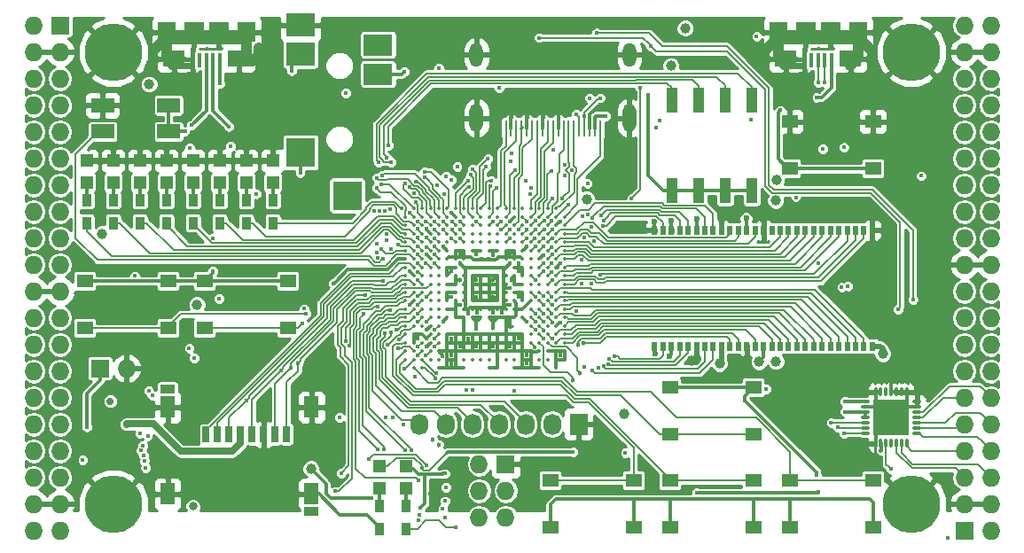
<source format=gtl>
G04 #@! TF.FileFunction,Copper,L1,Top,Signal*
%FSLAX46Y46*%
G04 Gerber Fmt 4.6, Leading zero omitted, Abs format (unit mm)*
G04 Created by KiCad (PCBNEW 4.0.7+dfsg1-1) date Sat Nov 11 18:03:33 2017*
%MOMM*%
%LPD*%
G01*
G04 APERTURE LIST*
%ADD10C,0.100000*%
%ADD11R,1.198880X1.198880*%
%ADD12R,0.560000X0.900000*%
%ADD13R,1.727200X1.727200*%
%ADD14O,1.727200X1.727200*%
%ADD15C,5.500000*%
%ADD16R,2.200000X1.400000*%
%ADD17R,0.900000X1.200000*%
%ADD18R,2.100000X1.600000*%
%ADD19R,1.900000X1.900000*%
%ADD20R,0.400000X1.350000*%
%ADD21R,1.800000X1.900000*%
%ADD22O,0.850000X0.300000*%
%ADD23O,0.300000X0.850000*%
%ADD24R,1.675000X1.675000*%
%ADD25R,1.727200X2.032000*%
%ADD26O,1.727200X2.032000*%
%ADD27R,2.800000X2.200000*%
%ADD28R,2.800000X2.800000*%
%ADD29R,2.800000X2.000000*%
%ADD30O,1.300000X2.700000*%
%ADD31O,1.300000X2.300000*%
%ADD32R,0.250000X1.600000*%
%ADD33R,1.550000X1.300000*%
%ADD34R,1.120000X2.440000*%
%ADD35C,0.350000*%
%ADD36R,0.700000X1.500000*%
%ADD37R,1.450000X0.900000*%
%ADD38R,1.450000X2.000000*%
%ADD39C,0.400000*%
%ADD40C,0.600000*%
%ADD41C,1.000000*%
%ADD42C,0.454000*%
%ADD43C,0.800000*%
%ADD44C,0.700000*%
%ADD45C,0.300000*%
%ADD46C,1.000000*%
%ADD47C,0.600000*%
%ADD48C,0.500000*%
%ADD49C,0.190000*%
%ADD50C,0.200000*%
%ADD51C,0.700000*%
%ADD52C,0.127000*%
%ADD53C,0.254000*%
G04 APERTURE END LIST*
D10*
D11*
X118230000Y-77709020D03*
X118230000Y-75610980D03*
X115690000Y-77709020D03*
X115690000Y-75610980D03*
X113150000Y-77709020D03*
X113150000Y-75610980D03*
X110610000Y-77709020D03*
X110610000Y-75610980D03*
X108070000Y-77709020D03*
X108070000Y-75610980D03*
X105530000Y-77709020D03*
X105530000Y-75610980D03*
X102990000Y-77709020D03*
X102990000Y-75610980D03*
X100450000Y-77709020D03*
X100450000Y-75610980D03*
D12*
X175480000Y-82270000D03*
X154680000Y-93330000D03*
X155480000Y-93330000D03*
X156280000Y-93330000D03*
X157080000Y-93330000D03*
X157880000Y-93330000D03*
X158680000Y-93330000D03*
X159480000Y-93330000D03*
X160280000Y-93330000D03*
X161080000Y-93330000D03*
X161880000Y-93330000D03*
X162680000Y-93330000D03*
X163480000Y-93330000D03*
X164280000Y-93330000D03*
X165080000Y-93330000D03*
X165880000Y-93330000D03*
X166680000Y-93330000D03*
X167480000Y-93330000D03*
X168280000Y-93330000D03*
X169080000Y-93330000D03*
X169880000Y-93330000D03*
X170680000Y-93330000D03*
X171480000Y-93330000D03*
X172280000Y-93330000D03*
X173080000Y-93330000D03*
X173880000Y-93330000D03*
X174680000Y-93330000D03*
X175480000Y-93330000D03*
X174680000Y-82270000D03*
X173880000Y-82270000D03*
X173080000Y-82270000D03*
X172280000Y-82270000D03*
X171480000Y-82270000D03*
X170680000Y-82270000D03*
X169880000Y-82270000D03*
X169080000Y-82270000D03*
X168280000Y-82270000D03*
X167480000Y-82270000D03*
X166680000Y-82270000D03*
X165880000Y-82270000D03*
X165080000Y-82270000D03*
X164280000Y-82270000D03*
X163480000Y-82270000D03*
X162680000Y-82270000D03*
X161880000Y-82270000D03*
X161080000Y-82270000D03*
X160280000Y-82270000D03*
X159480000Y-82270000D03*
X158680000Y-82270000D03*
X157880000Y-82270000D03*
X157080000Y-82270000D03*
X156280000Y-82270000D03*
X155480000Y-82270000D03*
X154680000Y-82270000D03*
D13*
X97910000Y-62690000D03*
D14*
X95370000Y-62690000D03*
X97910000Y-65230000D03*
X95370000Y-65230000D03*
X97910000Y-67770000D03*
X95370000Y-67770000D03*
X97910000Y-70310000D03*
X95370000Y-70310000D03*
X97910000Y-72850000D03*
X95370000Y-72850000D03*
X97910000Y-75390000D03*
X95370000Y-75390000D03*
X97910000Y-77930000D03*
X95370000Y-77930000D03*
X97910000Y-80470000D03*
X95370000Y-80470000D03*
X97910000Y-83010000D03*
X95370000Y-83010000D03*
X97910000Y-85550000D03*
X95370000Y-85550000D03*
X97910000Y-88090000D03*
X95370000Y-88090000D03*
X97910000Y-90630000D03*
X95370000Y-90630000D03*
X97910000Y-93170000D03*
X95370000Y-93170000D03*
X97910000Y-95710000D03*
X95370000Y-95710000D03*
X97910000Y-98250000D03*
X95370000Y-98250000D03*
X97910000Y-100790000D03*
X95370000Y-100790000D03*
X97910000Y-103330000D03*
X95370000Y-103330000D03*
X97910000Y-105870000D03*
X95370000Y-105870000D03*
X97910000Y-108410000D03*
X95370000Y-108410000D03*
X97910000Y-110950000D03*
X95370000Y-110950000D03*
D13*
X184270000Y-110950000D03*
D14*
X186810000Y-110950000D03*
X184270000Y-108410000D03*
X186810000Y-108410000D03*
X184270000Y-105870000D03*
X186810000Y-105870000D03*
X184270000Y-103330000D03*
X186810000Y-103330000D03*
X184270000Y-100790000D03*
X186810000Y-100790000D03*
X184270000Y-98250000D03*
X186810000Y-98250000D03*
X184270000Y-95710000D03*
X186810000Y-95710000D03*
X184270000Y-93170000D03*
X186810000Y-93170000D03*
X184270000Y-90630000D03*
X186810000Y-90630000D03*
X184270000Y-88090000D03*
X186810000Y-88090000D03*
X184270000Y-85550000D03*
X186810000Y-85550000D03*
X184270000Y-83010000D03*
X186810000Y-83010000D03*
X184270000Y-80470000D03*
X186810000Y-80470000D03*
X184270000Y-77930000D03*
X186810000Y-77930000D03*
X184270000Y-75390000D03*
X186810000Y-75390000D03*
X184270000Y-72850000D03*
X186810000Y-72850000D03*
X184270000Y-70310000D03*
X186810000Y-70310000D03*
X184270000Y-67770000D03*
X186810000Y-67770000D03*
X184270000Y-65230000D03*
X186810000Y-65230000D03*
X184270000Y-62690000D03*
X186810000Y-62690000D03*
D15*
X102990000Y-108410000D03*
X179190000Y-108410000D03*
X179190000Y-65230000D03*
X102990000Y-65230000D03*
D16*
X108274000Y-70330000D03*
X101974000Y-70330000D03*
X101974000Y-72830000D03*
X108274000Y-72830000D03*
D13*
X101720000Y-95456000D03*
D14*
X104260000Y-95456000D03*
D11*
X128390000Y-104820980D03*
X128390000Y-106919020D03*
X130930000Y-104820980D03*
X130930000Y-106919020D03*
D17*
X128390000Y-108580000D03*
X128390000Y-110780000D03*
X130930000Y-110780000D03*
X130930000Y-108580000D03*
D18*
X114980000Y-65875000D03*
X108780000Y-65875000D03*
D19*
X113080000Y-63325000D03*
X110680000Y-63325000D03*
D20*
X113180000Y-66000000D03*
X112530000Y-66000000D03*
X111880000Y-66000000D03*
X111230000Y-66000000D03*
X110580000Y-66000000D03*
D21*
X115680000Y-63325000D03*
X108080000Y-63325000D03*
D18*
X173400000Y-65875000D03*
X167200000Y-65875000D03*
D19*
X171500000Y-63325000D03*
X169100000Y-63325000D03*
D20*
X171600000Y-66000000D03*
X170950000Y-66000000D03*
X170300000Y-66000000D03*
X169650000Y-66000000D03*
X169000000Y-66000000D03*
D21*
X174100000Y-63325000D03*
X166500000Y-63325000D03*
D13*
X140455000Y-104600000D03*
D14*
X137915000Y-104600000D03*
X140455000Y-107140000D03*
X137915000Y-107140000D03*
X140455000Y-109680000D03*
X137915000Y-109680000D03*
D17*
X118230000Y-81570000D03*
X118230000Y-79370000D03*
X115690000Y-81570000D03*
X115690000Y-79370000D03*
X113150000Y-81570000D03*
X113150000Y-79370000D03*
X110610000Y-81570000D03*
X110610000Y-79370000D03*
X108070000Y-81570000D03*
X108070000Y-79370000D03*
X105530000Y-81570000D03*
X105530000Y-79370000D03*
X102990000Y-81570000D03*
X102990000Y-79370000D03*
X100450000Y-81570000D03*
X100450000Y-79370000D03*
D22*
X179735000Y-101655000D03*
X179735000Y-101155000D03*
X179735000Y-100655000D03*
X179735000Y-100155000D03*
X179735000Y-99655000D03*
X179735000Y-99155000D03*
X179735000Y-98655000D03*
D23*
X178785000Y-97705000D03*
X178285000Y-97705000D03*
X177785000Y-97705000D03*
X177285000Y-97705000D03*
X176785000Y-97705000D03*
X176285000Y-97705000D03*
X175785000Y-97705000D03*
D22*
X174835000Y-98655000D03*
X174835000Y-99155000D03*
X174835000Y-99655000D03*
X174835000Y-100155000D03*
X174835000Y-100655000D03*
X174835000Y-101155000D03*
X174835000Y-101655000D03*
D23*
X175785000Y-102605000D03*
X176285000Y-102605000D03*
X176785000Y-102605000D03*
X177285000Y-102605000D03*
X177785000Y-102605000D03*
X178285000Y-102605000D03*
X178785000Y-102605000D03*
D24*
X176447500Y-99317500D03*
X176447500Y-100992500D03*
X178122500Y-99317500D03*
X178122500Y-100992500D03*
D25*
X147440000Y-100790000D03*
D26*
X144900000Y-100790000D03*
X142360000Y-100790000D03*
X139820000Y-100790000D03*
X137280000Y-100790000D03*
X134740000Y-100790000D03*
X132200000Y-100790000D03*
D27*
X120880000Y-62640000D03*
X120880000Y-65440000D03*
D28*
X120880000Y-74840000D03*
X125330000Y-78940000D03*
D29*
X128280000Y-67340000D03*
X128280000Y-64540000D03*
D30*
X152280000Y-71550000D03*
X137680000Y-71550000D03*
D31*
X137680000Y-65500000D03*
D32*
X140480000Y-72500000D03*
X140980000Y-72500000D03*
X141480000Y-72500000D03*
X141980000Y-72500000D03*
X142480000Y-72500000D03*
X142980000Y-72500000D03*
X143480000Y-72500000D03*
X143980000Y-72500000D03*
X144480000Y-72500000D03*
X144980000Y-72500000D03*
X145480000Y-72500000D03*
X145980000Y-72500000D03*
X146480000Y-72500000D03*
X146980000Y-72500000D03*
X147480000Y-72500000D03*
X147980000Y-72500000D03*
X148480000Y-72500000D03*
X148980000Y-72500000D03*
X149480000Y-72500000D03*
D31*
X152280000Y-65500000D03*
D33*
X175550000Y-71870000D03*
X175550000Y-76370000D03*
X167590000Y-76370000D03*
X167590000Y-71870000D03*
X100280000Y-91610000D03*
X100280000Y-87110000D03*
X108240000Y-87110000D03*
X108240000Y-91610000D03*
X111710000Y-91610000D03*
X111710000Y-87110000D03*
X119670000Y-87110000D03*
X119670000Y-91610000D03*
X156160000Y-101770000D03*
X156160000Y-97270000D03*
X164120000Y-97270000D03*
X164120000Y-101770000D03*
X164120000Y-106160000D03*
X164120000Y-110660000D03*
X156160000Y-110660000D03*
X156160000Y-106160000D03*
X152690000Y-106160000D03*
X152690000Y-110660000D03*
X144730000Y-110660000D03*
X144730000Y-106160000D03*
X175550000Y-106160000D03*
X175550000Y-110660000D03*
X167590000Y-110660000D03*
X167590000Y-106160000D03*
D34*
X163950000Y-69815000D03*
X156330000Y-78425000D03*
X161410000Y-69815000D03*
X158870000Y-78425000D03*
X158870000Y-69815000D03*
X161410000Y-78425000D03*
X156330000Y-69815000D03*
X163950000Y-78425000D03*
D35*
X131680000Y-80200000D03*
X132480000Y-80200000D03*
X133280000Y-80200000D03*
X134080000Y-80200000D03*
X134880000Y-80200000D03*
X135680000Y-80200000D03*
X136480000Y-80200000D03*
X137280000Y-80200000D03*
X138080000Y-80200000D03*
X138880000Y-80200000D03*
X139680000Y-80200000D03*
X140480000Y-80200000D03*
X141280000Y-80200000D03*
X142080000Y-80200000D03*
X142880000Y-80200000D03*
X143680000Y-80200000D03*
X144480000Y-80200000D03*
X145280000Y-80200000D03*
X130880000Y-81000000D03*
X131680000Y-81000000D03*
X132480000Y-81000000D03*
X133280000Y-81000000D03*
X134080000Y-81000000D03*
X134880000Y-81000000D03*
X135680000Y-81000000D03*
X136480000Y-81000000D03*
X137280000Y-81000000D03*
X138080000Y-81000000D03*
X138880000Y-81000000D03*
X139680000Y-81000000D03*
X140480000Y-81000000D03*
X141280000Y-81000000D03*
X142080000Y-81000000D03*
X142880000Y-81000000D03*
X143680000Y-81000000D03*
X144480000Y-81000000D03*
X145280000Y-81000000D03*
X146080000Y-81000000D03*
X130880000Y-81800000D03*
X131680000Y-81800000D03*
X132480000Y-81800000D03*
X133280000Y-81800000D03*
X134080000Y-81800000D03*
X134880000Y-81800000D03*
X135680000Y-81800000D03*
X136480000Y-81800000D03*
X137280000Y-81800000D03*
X138080000Y-81800000D03*
X138880000Y-81800000D03*
X139680000Y-81800000D03*
X140480000Y-81800000D03*
X141280000Y-81800000D03*
X142080000Y-81800000D03*
X142880000Y-81800000D03*
X143680000Y-81800000D03*
X144480000Y-81800000D03*
X145280000Y-81800000D03*
X146080000Y-81800000D03*
X130880000Y-82600000D03*
X131680000Y-82600000D03*
X132480000Y-82600000D03*
X133280000Y-82600000D03*
X134080000Y-82600000D03*
X134880000Y-82600000D03*
X135680000Y-82600000D03*
X136480000Y-82600000D03*
X137280000Y-82600000D03*
X138080000Y-82600000D03*
X138880000Y-82600000D03*
X139680000Y-82600000D03*
X140480000Y-82600000D03*
X141280000Y-82600000D03*
X142080000Y-82600000D03*
X142880000Y-82600000D03*
X143680000Y-82600000D03*
X144480000Y-82600000D03*
X145280000Y-82600000D03*
X146080000Y-82600000D03*
X130880000Y-83400000D03*
X131680000Y-83400000D03*
X132480000Y-83400000D03*
X133280000Y-83400000D03*
X134080000Y-83400000D03*
X134880000Y-83400000D03*
X135680000Y-83400000D03*
X136480000Y-83400000D03*
X137280000Y-83400000D03*
X138080000Y-83400000D03*
X138880000Y-83400000D03*
X139680000Y-83400000D03*
X140480000Y-83400000D03*
X141280000Y-83400000D03*
X142080000Y-83400000D03*
X142880000Y-83400000D03*
X143680000Y-83400000D03*
X144480000Y-83400000D03*
X145280000Y-83400000D03*
X146080000Y-83400000D03*
X130880000Y-84200000D03*
X131680000Y-84200000D03*
X132480000Y-84200000D03*
X133280000Y-84200000D03*
X134080000Y-84200000D03*
X134880000Y-84200000D03*
X135680000Y-84200000D03*
X136480000Y-84200000D03*
X137280000Y-84200000D03*
X138080000Y-84200000D03*
X138880000Y-84200000D03*
X139680000Y-84200000D03*
X140480000Y-84200000D03*
X141280000Y-84200000D03*
X142080000Y-84200000D03*
X142880000Y-84200000D03*
X143680000Y-84200000D03*
X144480000Y-84200000D03*
X145280000Y-84200000D03*
X146080000Y-84200000D03*
X130880000Y-85000000D03*
X131680000Y-85000000D03*
X132480000Y-85000000D03*
X133280000Y-85000000D03*
X134080000Y-85000000D03*
X134880000Y-85000000D03*
X135680000Y-85000000D03*
X136480000Y-85000000D03*
X137280000Y-85000000D03*
X138080000Y-85000000D03*
X138880000Y-85000000D03*
X139680000Y-85000000D03*
X140480000Y-85000000D03*
X141280000Y-85000000D03*
X142080000Y-85000000D03*
X142880000Y-85000000D03*
X143680000Y-85000000D03*
X144480000Y-85000000D03*
X145280000Y-85000000D03*
X146080000Y-85000000D03*
X130880000Y-85800000D03*
X131680000Y-85800000D03*
X132480000Y-85800000D03*
X133280000Y-85800000D03*
X134080000Y-85800000D03*
X134880000Y-85800000D03*
X135680000Y-85800000D03*
X136480000Y-85800000D03*
X137280000Y-85800000D03*
X138080000Y-85800000D03*
X138880000Y-85800000D03*
X139680000Y-85800000D03*
X140480000Y-85800000D03*
X141280000Y-85800000D03*
X142080000Y-85800000D03*
X142880000Y-85800000D03*
X143680000Y-85800000D03*
X144480000Y-85800000D03*
X145280000Y-85800000D03*
X146080000Y-85800000D03*
X130880000Y-86600000D03*
X131680000Y-86600000D03*
X132480000Y-86600000D03*
X133280000Y-86600000D03*
X134080000Y-86600000D03*
X134880000Y-86600000D03*
X135680000Y-86600000D03*
X136480000Y-86600000D03*
X137280000Y-86600000D03*
X138080000Y-86600000D03*
X138880000Y-86600000D03*
X139680000Y-86600000D03*
X140480000Y-86600000D03*
X141280000Y-86600000D03*
X142080000Y-86600000D03*
X142880000Y-86600000D03*
X143680000Y-86600000D03*
X144480000Y-86600000D03*
X145280000Y-86600000D03*
X146080000Y-86600000D03*
X130880000Y-87400000D03*
X131680000Y-87400000D03*
X132480000Y-87400000D03*
X133280000Y-87400000D03*
X134080000Y-87400000D03*
X134880000Y-87400000D03*
X135680000Y-87400000D03*
X136480000Y-87400000D03*
X137280000Y-87400000D03*
X138080000Y-87400000D03*
X138880000Y-87400000D03*
X139680000Y-87400000D03*
X140480000Y-87400000D03*
X141280000Y-87400000D03*
X142080000Y-87400000D03*
X142880000Y-87400000D03*
X143680000Y-87400000D03*
X144480000Y-87400000D03*
X145280000Y-87400000D03*
X146080000Y-87400000D03*
X130880000Y-88200000D03*
X131680000Y-88200000D03*
X132480000Y-88200000D03*
X133280000Y-88200000D03*
X134080000Y-88200000D03*
X134880000Y-88200000D03*
X135680000Y-88200000D03*
X136480000Y-88200000D03*
X137280000Y-88200000D03*
X138080000Y-88200000D03*
X138880000Y-88200000D03*
X139680000Y-88200000D03*
X140480000Y-88200000D03*
X141280000Y-88200000D03*
X142080000Y-88200000D03*
X142880000Y-88200000D03*
X143680000Y-88200000D03*
X144480000Y-88200000D03*
X145280000Y-88200000D03*
X146080000Y-88200000D03*
X130880000Y-89000000D03*
X131680000Y-89000000D03*
X132480000Y-89000000D03*
X133280000Y-89000000D03*
X134080000Y-89000000D03*
X134880000Y-89000000D03*
X135680000Y-89000000D03*
X136480000Y-89000000D03*
X137280000Y-89000000D03*
X138080000Y-89000000D03*
X138880000Y-89000000D03*
X139680000Y-89000000D03*
X140480000Y-89000000D03*
X141280000Y-89000000D03*
X142080000Y-89000000D03*
X142880000Y-89000000D03*
X143680000Y-89000000D03*
X144480000Y-89000000D03*
X145280000Y-89000000D03*
X146080000Y-89000000D03*
X130880000Y-89800000D03*
X131680000Y-89800000D03*
X132480000Y-89800000D03*
X133280000Y-89800000D03*
X134080000Y-89800000D03*
X134880000Y-89800000D03*
X135680000Y-89800000D03*
X136480000Y-89800000D03*
X137280000Y-89800000D03*
X138080000Y-89800000D03*
X138880000Y-89800000D03*
X139680000Y-89800000D03*
X140480000Y-89800000D03*
X141280000Y-89800000D03*
X142080000Y-89800000D03*
X142880000Y-89800000D03*
X143680000Y-89800000D03*
X144480000Y-89800000D03*
X145280000Y-89800000D03*
X146080000Y-89800000D03*
X130880000Y-90600000D03*
X131680000Y-90600000D03*
X132480000Y-90600000D03*
X133280000Y-90600000D03*
X134080000Y-90600000D03*
X134880000Y-90600000D03*
X135680000Y-90600000D03*
X136480000Y-90600000D03*
X137280000Y-90600000D03*
X138080000Y-90600000D03*
X138880000Y-90600000D03*
X139680000Y-90600000D03*
X140480000Y-90600000D03*
X141280000Y-90600000D03*
X142080000Y-90600000D03*
X142880000Y-90600000D03*
X143680000Y-90600000D03*
X144480000Y-90600000D03*
X145280000Y-90600000D03*
X146080000Y-90600000D03*
X130880000Y-91400000D03*
X131680000Y-91400000D03*
X132480000Y-91400000D03*
X133280000Y-91400000D03*
X134080000Y-91400000D03*
X142880000Y-91400000D03*
X143680000Y-91400000D03*
X144480000Y-91400000D03*
X145280000Y-91400000D03*
X146080000Y-91400000D03*
X130880000Y-92200000D03*
X131680000Y-92200000D03*
X132480000Y-92200000D03*
X133280000Y-92200000D03*
X134080000Y-92200000D03*
X134880000Y-92200000D03*
X135680000Y-92200000D03*
X136480000Y-92200000D03*
X137280000Y-92200000D03*
X138080000Y-92200000D03*
X138880000Y-92200000D03*
X139680000Y-92200000D03*
X140480000Y-92200000D03*
X141280000Y-92200000D03*
X142080000Y-92200000D03*
X142880000Y-92200000D03*
X143680000Y-92200000D03*
X144480000Y-92200000D03*
X145280000Y-92200000D03*
X146080000Y-92200000D03*
X130880000Y-93000000D03*
X131680000Y-93000000D03*
X132480000Y-93000000D03*
X133280000Y-93000000D03*
X134080000Y-93000000D03*
X134880000Y-93000000D03*
X135680000Y-93000000D03*
X136480000Y-93000000D03*
X137280000Y-93000000D03*
X138080000Y-93000000D03*
X138880000Y-93000000D03*
X139680000Y-93000000D03*
X140480000Y-93000000D03*
X141280000Y-93000000D03*
X142080000Y-93000000D03*
X142880000Y-93000000D03*
X143680000Y-93000000D03*
X144480000Y-93000000D03*
X145280000Y-93000000D03*
X146080000Y-93000000D03*
X130880000Y-93800000D03*
X131680000Y-93800000D03*
X132480000Y-93800000D03*
X133280000Y-93800000D03*
X134080000Y-93800000D03*
X134880000Y-93800000D03*
X135680000Y-93800000D03*
X136480000Y-93800000D03*
X137280000Y-93800000D03*
X138080000Y-93800000D03*
X138880000Y-93800000D03*
X139680000Y-93800000D03*
X140480000Y-93800000D03*
X141280000Y-93800000D03*
X142080000Y-93800000D03*
X142880000Y-93800000D03*
X143680000Y-93800000D03*
X144480000Y-93800000D03*
X145280000Y-93800000D03*
X146080000Y-93800000D03*
X130880000Y-94600000D03*
X131680000Y-94600000D03*
X132480000Y-94600000D03*
X133280000Y-94600000D03*
X134080000Y-94600000D03*
X134880000Y-94600000D03*
X135680000Y-94600000D03*
X136480000Y-94600000D03*
X137280000Y-94600000D03*
X138080000Y-94600000D03*
X138880000Y-94600000D03*
X139680000Y-94600000D03*
X140480000Y-94600000D03*
X141280000Y-94600000D03*
X142080000Y-94600000D03*
X142880000Y-94600000D03*
X143680000Y-94600000D03*
X144480000Y-94600000D03*
X145280000Y-94600000D03*
X146080000Y-94600000D03*
X131680000Y-95400000D03*
X132480000Y-95400000D03*
X134080000Y-95400000D03*
X134880000Y-95400000D03*
X135680000Y-95400000D03*
X136480000Y-95400000D03*
X138880000Y-95400000D03*
X139680000Y-95400000D03*
X141280000Y-95400000D03*
X142080000Y-95400000D03*
X142880000Y-95400000D03*
X143680000Y-95400000D03*
X145280000Y-95400000D03*
D36*
X111855000Y-101765000D03*
X112955000Y-101765000D03*
X114055000Y-101765000D03*
X115155000Y-101765000D03*
X116255000Y-101765000D03*
X117355000Y-101765000D03*
X118455000Y-101765000D03*
X119555000Y-101765000D03*
D37*
X108180000Y-97465000D03*
X121930000Y-109115000D03*
D38*
X121930000Y-99165000D03*
X108180000Y-99165000D03*
X108180000Y-107465000D03*
X121930000Y-107465000D03*
D39*
X132871770Y-84533979D03*
X132862998Y-82124544D03*
X131278306Y-86213101D03*
X135281276Y-80583119D03*
X131279502Y-89407325D03*
X170309539Y-85441529D03*
X145698456Y-91073766D03*
D40*
X156262773Y-81349374D03*
X154657528Y-81463649D03*
D41*
X158233687Y-94760979D03*
D39*
X145672808Y-85396062D03*
X144103186Y-84622010D03*
X133216000Y-107465000D03*
X137680000Y-88600000D03*
X142480000Y-95000000D03*
X141680000Y-92600000D03*
X140836000Y-84534000D03*
X135284627Y-94985297D03*
X135288625Y-94225619D03*
X134455822Y-94267172D03*
X136095958Y-93369652D03*
D42*
X139264636Y-91615205D03*
D41*
X116880503Y-64802940D03*
X106974809Y-64953974D03*
X175210328Y-64948943D03*
X165417246Y-64954666D03*
D39*
X175495631Y-71457432D03*
X145680000Y-94177990D03*
X177285000Y-95710000D03*
D41*
X177229911Y-82281349D03*
D40*
X164741832Y-81130572D03*
X161067993Y-81216119D03*
D41*
X162992748Y-94820185D03*
D39*
X140880000Y-81400000D03*
X136085174Y-89394826D03*
X145680000Y-81400000D03*
X140874194Y-91433353D03*
X142480000Y-94200000D03*
X140880000Y-93400000D03*
X139280000Y-93400000D03*
X137680000Y-93400000D03*
X136880000Y-92600000D03*
X135280000Y-92600000D03*
X132880000Y-91800000D03*
X132880000Y-93400000D03*
D42*
X141042859Y-86994997D03*
X139280000Y-87000000D03*
X136110990Y-86995403D03*
X137680000Y-87000000D03*
X136080000Y-84600000D03*
X139280000Y-88600000D03*
D41*
X166343357Y-77477990D03*
D39*
X172564535Y-87722010D03*
D41*
X121861867Y-105030174D03*
D39*
X150030853Y-71331848D03*
X127656639Y-107816792D03*
D41*
X156235582Y-66548363D03*
X166248957Y-79408030D03*
X101932065Y-82585048D03*
X106417803Y-68312483D03*
X166280000Y-94800000D03*
X157600000Y-62944000D03*
D39*
X180137420Y-77069467D03*
X148271935Y-77777990D03*
D43*
X110593913Y-108636458D03*
D41*
X160884708Y-94994498D03*
D40*
X156077107Y-94326957D03*
X154726292Y-94009946D03*
D39*
X173137949Y-87594275D03*
D41*
X148202454Y-79278787D03*
D44*
X102710050Y-98594954D03*
D39*
X154794000Y-72426000D03*
X129005202Y-100174798D03*
X137659051Y-91638034D03*
X139820000Y-68665673D03*
X172834633Y-99599920D03*
X172879922Y-98618650D03*
X176305593Y-103279812D03*
X165349214Y-97422919D03*
X164433885Y-63737451D03*
X134079160Y-66786153D03*
X109828000Y-72830000D03*
X116654336Y-78777990D03*
D41*
X176474303Y-94069095D03*
D40*
X163422030Y-81120665D03*
X158680000Y-81210838D03*
D39*
X112515000Y-83010000D03*
X100080000Y-104200000D03*
X113080000Y-88800000D03*
D41*
X164653770Y-94825547D03*
D39*
X135273306Y-88618602D03*
X139272517Y-84611349D03*
X137680556Y-84534085D03*
X141680000Y-86200000D03*
X135280000Y-86200000D03*
X132880000Y-92600000D03*
X132080000Y-92600000D03*
X141680000Y-88600000D03*
X141680000Y-85400000D03*
X137689001Y-90122990D03*
D41*
X151758000Y-99774000D03*
D39*
X136885174Y-90194826D03*
X140094890Y-90122990D03*
X139280000Y-90122990D03*
X140880000Y-89400000D03*
X140880000Y-87800000D03*
X140880000Y-85400000D03*
D42*
X136080000Y-85400000D03*
D39*
X121401947Y-90251871D03*
X129988160Y-91721995D03*
X130302262Y-92700329D03*
X121041200Y-91125073D03*
D41*
X110991000Y-89360000D03*
D39*
X142480000Y-91000000D03*
X142480000Y-83800000D03*
X134480000Y-83800000D03*
X134480000Y-91000000D03*
X125193541Y-69156848D03*
X105037711Y-86632990D03*
X155149360Y-71764535D03*
X170182962Y-69571012D03*
X170362901Y-107286196D03*
X158716651Y-107325176D03*
X137295592Y-97538017D03*
X134750646Y-106810513D03*
X133680000Y-91800000D03*
D42*
X134074414Y-102752225D03*
D39*
X136740903Y-97514503D03*
X134675868Y-108131585D03*
D42*
X133449289Y-102232615D03*
D39*
X133680000Y-92600000D03*
X133685482Y-93402296D03*
X127358154Y-104128048D03*
X132936956Y-104698915D03*
X134463998Y-108841973D03*
X130692380Y-100790000D03*
X131808905Y-96227367D03*
X134636872Y-109719950D03*
X132846234Y-94197073D03*
X120834553Y-76779094D03*
X130761990Y-67119621D03*
X147186000Y-71200000D03*
X148477832Y-69619684D03*
X147983153Y-71347080D03*
X149475951Y-69619684D03*
X177926984Y-89812061D03*
X154329326Y-64643767D03*
X152497066Y-79193467D03*
X146481406Y-79819384D03*
X153322343Y-68673419D03*
X143650666Y-63862520D03*
X179351513Y-88868327D03*
X149134122Y-63424051D03*
X140035989Y-81400000D03*
X132083026Y-86260405D03*
X128776655Y-87135140D03*
X115729998Y-98493136D03*
X119008515Y-95662939D03*
D42*
X119978162Y-95412951D03*
X120634035Y-94977604D03*
D39*
X113212238Y-68244401D03*
X144962492Y-79235378D03*
X145834002Y-79198109D03*
X131453853Y-103260518D03*
X149771692Y-81825658D03*
X144080000Y-86200000D03*
X149520824Y-86534121D03*
X144894316Y-86977564D03*
X144873936Y-83860397D03*
X149549750Y-80868432D03*
D42*
X147355672Y-93219294D03*
D39*
X144113248Y-92588762D03*
X144875155Y-86218896D03*
X149846468Y-81303978D03*
X144916886Y-83016385D03*
X148719886Y-81056015D03*
D42*
X147915304Y-93063131D03*
D39*
X144882352Y-92577990D03*
X148747982Y-95669626D03*
X144891634Y-91073766D03*
X149795895Y-95251084D03*
X144867244Y-90229755D03*
X150278898Y-95040253D03*
X144892596Y-89385743D03*
X150345974Y-94517527D03*
X144877648Y-88622010D03*
X150889207Y-94332565D03*
X143280000Y-87000000D03*
X130807074Y-95454141D03*
X130171404Y-93544341D03*
X132080000Y-93400000D03*
X129196652Y-93209125D03*
X133852393Y-95875797D03*
X141280000Y-97600000D03*
X133762848Y-96395146D03*
X132080000Y-94200000D03*
X128610772Y-84072485D03*
X105895603Y-103765816D03*
X132075624Y-89410644D03*
X129449238Y-89926948D03*
X130839486Y-103260518D03*
X128806823Y-103185900D03*
X128251440Y-89564206D03*
X132162861Y-106185868D03*
X132880000Y-88600000D03*
X127040053Y-88481065D03*
X124741825Y-105494691D03*
X132080000Y-87000000D03*
X125499542Y-93250681D03*
X124202418Y-107207639D03*
X110313517Y-74380698D03*
X132146108Y-109940263D03*
X114166000Y-74247000D03*
X132189000Y-109415000D03*
X135315381Y-81391918D03*
X135280062Y-77463305D03*
X134471370Y-81406751D03*
X134758050Y-77130140D03*
X132761172Y-77202673D03*
X132737245Y-76676207D03*
X128644933Y-77050030D03*
X128152012Y-77241956D03*
X128125571Y-78233647D03*
X110718734Y-94451783D03*
X128590544Y-77894041D03*
X110249038Y-93533767D03*
X106368514Y-97613395D03*
X131253134Y-78134216D03*
X132783339Y-81400004D03*
X106741168Y-98035405D03*
X131709326Y-78745875D03*
X132079024Y-82984045D03*
X129109095Y-82655074D03*
X105572759Y-101661319D03*
X132880889Y-83897835D03*
X129054383Y-83179239D03*
X106281049Y-101893466D03*
X132083682Y-83828056D03*
X129485142Y-84082415D03*
X105813763Y-102819336D03*
X132062099Y-84533979D03*
X128165458Y-83528763D03*
X105627254Y-103312241D03*
X128183315Y-84380742D03*
X105992720Y-104283802D03*
X133671942Y-84595200D03*
X132834641Y-85377990D03*
X128203260Y-84907376D03*
X106088753Y-104974041D03*
D42*
X146862501Y-96617499D03*
X147534467Y-95913260D03*
D39*
X147927932Y-95329243D03*
X143280000Y-91000000D03*
X149284391Y-95377990D03*
X144077013Y-90266968D03*
X147207648Y-89973043D03*
X144076240Y-89395301D03*
X143281824Y-90201951D03*
X144102010Y-85397219D03*
X147687522Y-85093328D03*
X144868096Y-85371354D03*
X148610669Y-81900026D03*
X144102010Y-83000000D03*
X144888125Y-82172374D03*
X147695541Y-87377990D03*
X144082832Y-88584510D03*
X148688598Y-87378077D03*
X143278026Y-88595030D03*
X144125486Y-82186468D03*
X148298275Y-80739810D03*
X144876540Y-81328363D03*
X147802234Y-80917812D03*
X139280000Y-81400000D03*
X139578623Y-78205862D03*
X139034115Y-78040948D03*
X139046749Y-77514088D03*
X138580000Y-76200000D03*
X138779198Y-75400762D03*
X137680000Y-81400000D03*
X137308732Y-76415018D03*
X137106948Y-76979922D03*
X136859538Y-77550820D03*
X136922059Y-78097889D03*
X136096392Y-81395070D03*
X135830698Y-76200613D03*
X148878722Y-83261032D03*
X144915665Y-84598743D03*
X148001372Y-82958777D03*
X144103186Y-83777990D03*
X142841210Y-78784254D03*
X142473549Y-82998913D03*
X142437464Y-82181475D03*
X142911762Y-78217369D03*
X144144931Y-81387081D03*
X146080163Y-77044970D03*
X144797106Y-76565342D03*
X143281475Y-82206074D03*
X146778972Y-76522403D03*
X143300920Y-81377293D03*
X146080000Y-76000000D03*
X141662690Y-82207782D03*
X145017056Y-74592808D03*
X142456909Y-81405800D03*
X140030954Y-82200000D03*
X141342967Y-76554996D03*
X141046643Y-74873804D03*
X140864029Y-83041403D03*
X140874966Y-82177164D03*
X140980062Y-75681941D03*
X132872609Y-82968555D03*
X132080007Y-82103333D03*
X132080000Y-81400000D03*
X131847310Y-79589886D03*
X130856828Y-77786820D03*
X131923295Y-77584853D03*
X133648389Y-82190597D03*
X133627359Y-81414685D03*
X129477855Y-92000822D03*
X132880000Y-91000000D03*
X128879646Y-92111037D03*
X132077648Y-90977990D03*
X131275302Y-80595752D03*
X130489904Y-80167235D03*
X132072985Y-85377990D03*
X128723655Y-84990627D03*
X134476508Y-82180155D03*
X133942383Y-77980766D03*
X163908850Y-71651861D03*
X135656559Y-110610712D03*
X132448438Y-104994496D03*
X146844288Y-103452739D03*
X134707351Y-105508447D03*
X132280000Y-108800000D03*
D44*
X104260000Y-100790000D03*
D39*
X112515000Y-86185000D03*
X169506589Y-107953726D03*
X163277422Y-98501717D03*
X170157734Y-105666345D03*
X170735900Y-74464979D03*
X143257990Y-83000000D03*
X168166438Y-79108038D03*
X151896383Y-103510715D03*
X114039000Y-72342000D03*
X110483000Y-72215000D03*
X143269694Y-93414905D03*
X177274002Y-105079115D03*
X172761273Y-101651681D03*
X143280000Y-91800000D03*
X172193360Y-101105663D03*
X144064831Y-91877646D03*
X171540304Y-100645743D03*
X144080000Y-91000000D03*
X154044000Y-69294000D03*
X128349062Y-75753924D03*
X134613000Y-78819000D03*
X135280000Y-83022010D03*
X135320520Y-82196441D03*
X129493343Y-75737814D03*
X136080000Y-82200000D03*
X129125079Y-75315804D03*
X136080000Y-83000000D03*
X129252218Y-74142461D03*
X142393877Y-77513877D03*
X172746637Y-74347988D03*
X143280000Y-83800000D03*
X170300000Y-68151000D03*
X170950000Y-68125562D03*
X125167387Y-92841517D03*
X121206217Y-89762554D03*
X132082956Y-90210779D03*
X182675150Y-111637626D03*
X124027706Y-87347706D03*
X124027707Y-87347707D03*
X166678914Y-70803555D03*
X129660000Y-100155000D03*
X124580000Y-100155000D03*
X132084049Y-88558274D03*
X126880008Y-90276109D03*
X128280000Y-103200000D03*
X100450000Y-101044000D03*
X120008000Y-67008000D03*
X127889625Y-80407426D03*
X133680000Y-85400000D03*
X130204628Y-83599483D03*
X128416582Y-80399850D03*
X133680000Y-83800000D03*
X128943593Y-80399729D03*
X133680000Y-83000000D03*
X129457990Y-80285112D03*
D45*
X139264636Y-90984636D02*
X139295364Y-90984636D01*
X139295364Y-90984636D02*
X139680000Y-90600000D01*
X132871770Y-84591770D02*
X132871770Y-84533979D01*
X133280000Y-85000000D02*
X132871770Y-84591770D01*
X133280000Y-82600000D02*
X132862998Y-82182998D01*
X132862998Y-82182998D02*
X132862998Y-82124544D01*
X131293101Y-86213101D02*
X131278306Y-86213101D01*
X131680000Y-86600000D02*
X131293101Y-86213101D01*
X140480000Y-90600000D02*
X140480000Y-92200000D01*
X135281276Y-80601276D02*
X135281276Y-80583119D01*
X135680000Y-81000000D02*
X135281276Y-80601276D01*
X131279502Y-89400498D02*
X131279502Y-89407325D01*
X131680000Y-89000000D02*
X131279502Y-89400498D01*
X145280000Y-91400000D02*
X145606234Y-91073766D01*
X145606234Y-91073766D02*
X145698456Y-91073766D01*
X156280000Y-82270000D02*
X156280000Y-81366601D01*
X156280000Y-81366601D02*
X156262773Y-81349374D01*
X154680000Y-81486121D02*
X154657528Y-81463649D01*
X154680000Y-82270000D02*
X154680000Y-81486121D01*
X158680000Y-93330000D02*
X158680000Y-94314666D01*
X158680000Y-94314666D02*
X158233687Y-94760979D01*
X145672808Y-85407192D02*
X145672808Y-85396062D01*
X145280000Y-85800000D02*
X145672808Y-85407192D01*
X143680000Y-85000000D02*
X144057990Y-84622010D01*
X144057990Y-84622010D02*
X144103186Y-84622010D01*
X148480000Y-71200000D02*
X149230000Y-70450000D01*
X148480000Y-72500000D02*
X148480000Y-71200000D01*
X145480000Y-72500000D02*
X145480000Y-71200000D01*
X143980000Y-72500000D02*
X143980000Y-71200000D01*
X142480000Y-72500000D02*
X142480000Y-71450000D01*
X142480000Y-71200000D02*
X142480000Y-71450000D01*
X140980000Y-72500000D02*
X140980000Y-71200000D01*
X121930000Y-107465000D02*
X122619000Y-107465000D01*
X122619000Y-107465000D02*
X124580000Y-109426000D01*
X124580000Y-109426000D02*
X127186000Y-109426000D01*
X127186000Y-109426000D02*
X128390000Y-110630000D01*
X128390000Y-110630000D02*
X128390000Y-110780000D01*
X137280000Y-89000000D02*
X137680000Y-88600000D01*
X142480000Y-94600000D02*
X142880000Y-94600000D01*
X142080000Y-94600000D02*
X142480000Y-94600000D01*
X142480000Y-94600000D02*
X142480000Y-95000000D01*
X141680000Y-92200000D02*
X142080000Y-92200000D01*
X141280000Y-92200000D02*
X141680000Y-92200000D01*
X141680000Y-92200000D02*
X141680000Y-92600000D01*
X141280000Y-84200000D02*
X141170000Y-84200000D01*
X141170000Y-84200000D02*
X140836000Y-84534000D01*
X135284627Y-95395373D02*
X135284627Y-95268139D01*
X135280000Y-95400000D02*
X135284627Y-95395373D01*
X135284627Y-95268139D02*
X135284627Y-94985297D01*
X135288625Y-93942777D02*
X135288625Y-94225619D01*
X135288625Y-93808625D02*
X135288625Y-93942777D01*
X135280000Y-93800000D02*
X135288625Y-93808625D01*
X134455822Y-94175822D02*
X134455822Y-94267172D01*
X134080000Y-93800000D02*
X134455822Y-94175822D01*
X145280000Y-94600000D02*
X145280000Y-95400000D01*
X143498655Y-93891906D02*
X143590561Y-93800000D01*
X143040733Y-93891906D02*
X143498655Y-93891906D01*
X142880000Y-93800000D02*
X142948827Y-93800000D01*
X142948827Y-93800000D02*
X143040733Y-93891906D01*
X143590561Y-93800000D02*
X143680000Y-93800000D01*
X145280000Y-93800000D02*
X144480000Y-93800000D01*
X146080000Y-94600000D02*
X146080000Y-93800000D01*
X145280000Y-94600000D02*
X146080000Y-94600000D01*
X142080000Y-95400000D02*
X142080000Y-94600000D01*
X142880000Y-95400000D02*
X142880000Y-94600000D01*
X142880000Y-95400000D02*
X143680000Y-95400000D01*
X142080000Y-95400000D02*
X142880000Y-95400000D01*
X141280000Y-95400000D02*
X142080000Y-95400000D01*
X142080000Y-93000000D02*
X142080000Y-93800000D01*
X138880000Y-92200000D02*
X138880000Y-93000000D01*
X139680000Y-92200000D02*
X139680000Y-93000000D01*
X140480000Y-93000000D02*
X140480000Y-92200000D01*
X141280000Y-93000000D02*
X141280000Y-92200000D01*
X142080000Y-93000000D02*
X141280000Y-93000000D01*
X142080000Y-92200000D02*
X142080000Y-93000000D01*
X140480000Y-92200000D02*
X141280000Y-92200000D01*
X139680000Y-92200000D02*
X140480000Y-92200000D01*
X138880000Y-92200000D02*
X139680000Y-92200000D01*
X138080000Y-92200000D02*
X138880000Y-92200000D01*
X136095958Y-93086810D02*
X136095958Y-93369652D01*
X136080000Y-93000000D02*
X136095958Y-93015958D01*
X136095958Y-93015958D02*
X136095958Y-93086810D01*
X139264636Y-91294179D02*
X139264636Y-91615205D01*
X139264636Y-90984636D02*
X139264636Y-91294179D01*
X138880000Y-90600000D02*
X139264636Y-90984636D01*
D46*
X116880503Y-65510046D02*
X116880503Y-64802940D01*
X116265561Y-66124988D02*
X116880503Y-65510046D01*
X115680000Y-65910000D02*
X115894988Y-66124988D01*
X115680000Y-63960000D02*
X115680000Y-65910000D01*
X115894988Y-66124988D02*
X116265561Y-66124988D01*
X107474808Y-64453975D02*
X106974809Y-64953974D01*
X107968783Y-63960000D02*
X107474808Y-64453975D01*
X108080000Y-63960000D02*
X107968783Y-63960000D01*
X174710329Y-64448944D02*
X175210328Y-64948943D01*
X174100000Y-63960000D02*
X174221385Y-63960000D01*
X174221385Y-63960000D02*
X174710329Y-64448944D01*
X165917245Y-64454667D02*
X165417246Y-64954666D01*
X166411912Y-63960000D02*
X165917245Y-64454667D01*
X166500000Y-63960000D02*
X166411912Y-63960000D01*
D45*
X175495631Y-71740274D02*
X175495631Y-71457432D01*
X175495631Y-72230631D02*
X175495631Y-71740274D01*
X175535000Y-72270000D02*
X175495631Y-72230631D01*
D47*
X108780000Y-66510000D02*
X110455000Y-66510000D01*
D45*
X110455000Y-66510000D02*
X110580000Y-66635000D01*
D46*
X108080000Y-63960000D02*
X108080000Y-65810000D01*
X108080000Y-65810000D02*
X108780000Y-66510000D01*
X115680000Y-63960000D02*
X115680000Y-65810000D01*
D45*
X115680000Y-65810000D02*
X114980000Y-66510000D01*
D46*
X113080000Y-63960000D02*
X115680000Y-63960000D01*
X110680000Y-63960000D02*
X113080000Y-63960000D01*
X108080000Y-63960000D02*
X110680000Y-63960000D01*
D47*
X167200000Y-66510000D02*
X168875000Y-66510000D01*
D45*
X168875000Y-66510000D02*
X169000000Y-66635000D01*
D46*
X174100000Y-63960000D02*
X174100000Y-65810000D01*
X174100000Y-65810000D02*
X173400000Y-66510000D01*
X166500000Y-63960000D02*
X166500000Y-65810000D01*
X166500000Y-65810000D02*
X167200000Y-66510000D01*
X171500000Y-63960000D02*
X174100000Y-63960000D01*
X169100000Y-63960000D02*
X171500000Y-63960000D01*
X166500000Y-63960000D02*
X169100000Y-63960000D01*
D45*
X145680000Y-93800000D02*
X145680000Y-94177990D01*
X178785000Y-97705000D02*
X178785000Y-98655000D01*
X178785000Y-98655000D02*
X178122500Y-99317500D01*
X176285000Y-97705000D02*
X175785000Y-97705000D01*
X175785000Y-102605000D02*
X175785000Y-101655000D01*
X175785000Y-101655000D02*
X176447500Y-100992500D01*
X178122500Y-99317500D02*
X178122500Y-100992500D01*
X176447500Y-99317500D02*
X178122500Y-99317500D01*
X176447500Y-100992500D02*
X178122500Y-100992500D01*
X177285000Y-97705000D02*
X177285000Y-95710000D01*
X178122500Y-99317500D02*
X178285000Y-99155000D01*
X178285000Y-99155000D02*
X179735000Y-99155000D01*
X179735000Y-98655000D02*
X179735000Y-99155000D01*
X177785000Y-97705000D02*
X177920000Y-97705000D01*
X177920000Y-97705000D02*
X178285000Y-97705000D01*
X178285000Y-97705000D02*
X178785000Y-97705000D01*
X177285000Y-97705000D02*
X177785000Y-97705000D01*
X175785000Y-97705000D02*
X175785000Y-98655000D01*
X175785000Y-98655000D02*
X176447500Y-99317500D01*
X174835000Y-99155000D02*
X176285000Y-99155000D01*
X176285000Y-99155000D02*
X176447500Y-99317500D01*
X177241260Y-82270000D02*
X177229911Y-82281349D01*
X164941831Y-81330571D02*
X164741832Y-81130572D01*
X165080000Y-81468740D02*
X164941831Y-81330571D01*
X165080000Y-82270000D02*
X165080000Y-81468740D01*
X161080000Y-81228126D02*
X161067993Y-81216119D01*
X161080000Y-82270000D02*
X161080000Y-81228126D01*
D48*
X175480000Y-82270000D02*
X177241260Y-82270000D01*
D45*
X163192747Y-94620186D02*
X162992748Y-94820185D01*
X163480000Y-94332933D02*
X163192747Y-94620186D01*
X163480000Y-93330000D02*
X163480000Y-94332933D01*
X141280000Y-81000000D02*
X140880000Y-81400000D01*
X135685174Y-89394826D02*
X135802332Y-89394826D01*
X135680000Y-89400000D02*
X135685174Y-89394826D01*
X135802332Y-89394826D02*
X136085174Y-89394826D01*
X135054999Y-84825001D02*
X137080000Y-84825001D01*
X137280000Y-85000000D02*
X137105001Y-84825001D01*
X137105001Y-84825001D02*
X137080000Y-84825001D01*
X138280000Y-85088351D02*
X137368351Y-85088351D01*
X137368351Y-85088351D02*
X137280000Y-85000000D01*
X139680000Y-86600000D02*
X139280000Y-87000000D01*
X139680000Y-88200000D02*
X139680000Y-89000000D01*
X139680000Y-87400000D02*
X139680000Y-88200000D01*
X139680000Y-86600000D02*
X139680000Y-87400000D01*
X137280000Y-88200000D02*
X137280000Y-89000000D01*
X137280000Y-87400000D02*
X137280000Y-88200000D01*
X137280000Y-86600000D02*
X137280000Y-87400000D01*
X138880000Y-87400000D02*
X138880000Y-88200000D01*
X138880000Y-86600000D02*
X138880000Y-87400000D01*
X138080000Y-87400000D02*
X138080000Y-86600000D01*
X138080000Y-88200000D02*
X138080000Y-87400000D01*
X138080000Y-89000000D02*
X138080000Y-88200000D01*
X138080000Y-88200000D02*
X138880000Y-88200000D01*
X138080000Y-87400000D02*
X138880000Y-87400000D01*
X137280000Y-87400000D02*
X138080000Y-87400000D01*
X145454999Y-81625001D02*
X145680000Y-81400000D01*
X145280000Y-81800000D02*
X145454999Y-81625001D01*
X141480000Y-89800000D02*
X141480000Y-89200000D01*
X141480000Y-89200000D02*
X141280000Y-89000000D01*
X141280000Y-89800000D02*
X141480000Y-89800000D01*
X141480000Y-89800000D02*
X142080000Y-89800000D01*
X141454999Y-90425001D02*
X141454999Y-89825001D01*
X141454999Y-89825001D02*
X141480000Y-89800000D01*
X140874194Y-90605806D02*
X140874194Y-91150511D01*
X140880000Y-90600000D02*
X140874194Y-90605806D01*
X140874194Y-91150511D02*
X140874194Y-91433353D01*
X140480000Y-90600000D02*
X140880000Y-90600000D01*
X140880000Y-90600000D02*
X141280000Y-90600000D01*
X139680000Y-90600000D02*
X140480000Y-90600000D01*
X138880000Y-90600000D02*
X139680000Y-90600000D01*
X141280000Y-85000000D02*
X141280000Y-84800000D01*
X141280000Y-84200000D02*
X141280000Y-85000000D01*
X140480000Y-84200000D02*
X141280000Y-84200000D01*
X141280000Y-84800000D02*
X141280000Y-84200000D01*
X141905001Y-84825001D02*
X141305001Y-84825001D01*
X141305001Y-84825001D02*
X141280000Y-84800000D01*
X140480000Y-85000000D02*
X140480000Y-84200000D01*
X139680000Y-85000000D02*
X139680000Y-84898347D01*
X139680000Y-84898347D02*
X139753346Y-84825001D01*
X138280000Y-85088351D02*
X138680000Y-85088351D01*
X138280000Y-85088351D02*
X139489996Y-85088351D01*
X138080000Y-85000000D02*
X138191649Y-85000000D01*
X138191649Y-85000000D02*
X138280000Y-85088351D01*
X138880000Y-85000000D02*
X138768351Y-85000000D01*
X138768351Y-85000000D02*
X138680000Y-85088351D01*
X135680000Y-84200000D02*
X135680000Y-84800000D01*
X135680000Y-84800000D02*
X135680000Y-85000000D01*
X135054999Y-84825001D02*
X135654999Y-84825001D01*
X135654999Y-84825001D02*
X135680000Y-84800000D01*
X136480000Y-85000000D02*
X136480000Y-84200000D01*
X134880000Y-85000000D02*
X135054999Y-84825001D01*
X138880000Y-87400000D02*
X139680000Y-87400000D01*
X138880000Y-88200000D02*
X138880000Y-89000000D01*
X138880000Y-88200000D02*
X139680000Y-88200000D01*
X137280000Y-88200000D02*
X138080000Y-88200000D01*
X141280000Y-90600000D02*
X141454999Y-90425001D01*
D48*
X115690000Y-75610980D02*
X118230000Y-75610980D01*
X113150000Y-75610980D02*
X115690000Y-75610980D01*
X110610000Y-75610980D02*
X113150000Y-75610980D01*
X108070000Y-75610980D02*
X110610000Y-75610980D01*
X105530000Y-75610980D02*
X108070000Y-75610980D01*
X102990000Y-75610980D02*
X105530000Y-75610980D01*
X100450000Y-75610980D02*
X102990000Y-75610980D01*
D45*
X142080000Y-89800000D02*
X142880000Y-89000000D01*
X145680000Y-93800000D02*
X145280000Y-93800000D01*
X146080000Y-93800000D02*
X145680000Y-93800000D01*
X135680000Y-89400000D02*
X135680000Y-89800000D01*
X135680000Y-89000000D02*
X135680000Y-89400000D01*
X135280000Y-95400000D02*
X135680000Y-95400000D01*
X134880000Y-95400000D02*
X135280000Y-95400000D01*
X135280000Y-93800000D02*
X135680000Y-93800000D01*
X134880000Y-93800000D02*
X135280000Y-93800000D01*
X142480000Y-93800000D02*
X142080000Y-93800000D01*
X142880000Y-93800000D02*
X142480000Y-93800000D01*
X142480000Y-93800000D02*
X142480000Y-94200000D01*
X140880000Y-93000000D02*
X141280000Y-93000000D01*
X140480000Y-93000000D02*
X140880000Y-93000000D01*
X140880000Y-93000000D02*
X140880000Y-93400000D01*
X139280000Y-93000000D02*
X138880000Y-93000000D01*
X139680000Y-93000000D02*
X139280000Y-93000000D01*
X139280000Y-93000000D02*
X139280000Y-93400000D01*
X137680000Y-93000000D02*
X137280000Y-93000000D01*
X137680000Y-93000000D02*
X137680000Y-93400000D01*
X138080000Y-93000000D02*
X137680000Y-93000000D01*
X136080000Y-93000000D02*
X135680000Y-93000000D01*
X136480000Y-93000000D02*
X136080000Y-93000000D01*
X136880000Y-93000000D02*
X136480000Y-93000000D01*
X137280000Y-93000000D02*
X136880000Y-93000000D01*
X136880000Y-93000000D02*
X136880000Y-92600000D01*
X135280000Y-93000000D02*
X135680000Y-93000000D01*
X134880000Y-93000000D02*
X135280000Y-93000000D01*
X135280000Y-93000000D02*
X135280000Y-92600000D01*
X133280000Y-91400000D02*
X132880000Y-91800000D01*
X133280000Y-93000000D02*
X132880000Y-93400000D01*
X139753346Y-84825001D02*
X141905001Y-84825001D01*
X139489996Y-85088351D02*
X139753346Y-84825001D01*
X141905001Y-84825001D02*
X142080000Y-85000000D01*
X141042859Y-86837141D02*
X141042859Y-86994997D01*
X141280000Y-86600000D02*
X141042859Y-86837141D01*
X135684597Y-86995403D02*
X135789964Y-86995403D01*
X135680000Y-87000000D02*
X135684597Y-86995403D01*
X135789964Y-86995403D02*
X136110990Y-86995403D01*
X135680000Y-87000000D02*
X135680000Y-86600000D01*
X135680000Y-87400000D02*
X135680000Y-87000000D01*
X136480000Y-90600000D02*
X136480000Y-92200000D01*
X139680000Y-89000000D02*
X139280000Y-88600000D01*
X137280000Y-86600000D02*
X137680000Y-87000000D01*
X136480000Y-84200000D02*
X136080000Y-84600000D01*
X141280000Y-86600000D02*
X141280000Y-87400000D01*
X142080000Y-87400000D02*
X141280000Y-87400000D01*
X135680000Y-84200000D02*
X136480000Y-84200000D01*
X134880000Y-87400000D02*
X135680000Y-87400000D01*
X138880000Y-86600000D02*
X139680000Y-86600000D01*
X138080000Y-86600000D02*
X138880000Y-86600000D01*
X137280000Y-86600000D02*
X138080000Y-86600000D01*
X138880000Y-89000000D02*
X139680000Y-89000000D01*
X138080000Y-89000000D02*
X138880000Y-89000000D01*
X137280000Y-89000000D02*
X138080000Y-89000000D01*
X135680000Y-89800000D02*
X134880000Y-89800000D01*
X135680000Y-90600000D02*
X135680000Y-89800000D01*
X135680000Y-90600000D02*
X136480000Y-90600000D01*
X140480000Y-93000000D02*
X139680000Y-93000000D01*
X139680000Y-93800000D02*
X140480000Y-93800000D01*
X139680000Y-93800000D02*
X139680000Y-94600000D01*
X139680000Y-95400000D02*
X139680000Y-94600000D01*
X138880000Y-95400000D02*
X139680000Y-95400000D01*
X135680000Y-95400000D02*
X136480000Y-95400000D01*
X135680000Y-95400000D02*
X135680000Y-94600000D01*
X134880000Y-95400000D02*
X134080000Y-95400000D01*
X134880000Y-94600000D02*
X134880000Y-95400000D01*
X134080000Y-93800000D02*
X134880000Y-93800000D01*
X134880000Y-94600000D02*
X134880000Y-93800000D01*
X135680000Y-94600000D02*
X134880000Y-94600000D01*
X135680000Y-93800000D02*
X135680000Y-94600000D01*
X134880000Y-93000000D02*
X134880000Y-93800000D01*
X134880000Y-92200000D02*
X134880000Y-93000000D01*
X135680000Y-92200000D02*
X134880000Y-92200000D01*
X135680000Y-93800000D02*
X136480000Y-93800000D01*
X135680000Y-93000000D02*
X135680000Y-93800000D01*
X135680000Y-92200000D02*
X135680000Y-93000000D01*
X135680000Y-92200000D02*
X136480000Y-92200000D01*
X136480000Y-92200000D02*
X137280000Y-92200000D01*
X137280000Y-93800000D02*
X137280000Y-93000000D01*
X136480000Y-93800000D02*
X137280000Y-93800000D01*
X136480000Y-93000000D02*
X136480000Y-93800000D01*
X136480000Y-92200000D02*
X136480000Y-93000000D01*
X137280000Y-92200000D02*
X138080000Y-92200000D01*
X137280000Y-93800000D02*
X138080000Y-93800000D01*
X137280000Y-92200000D02*
X137280000Y-93000000D01*
X138080000Y-92200000D02*
X138080000Y-93000000D01*
X138080000Y-93000000D02*
X138880000Y-93000000D01*
X138080000Y-93800000D02*
X138080000Y-93000000D01*
X138880000Y-93800000D02*
X138080000Y-93800000D01*
X138880000Y-93000000D02*
X138880000Y-93800000D01*
X139680000Y-93800000D02*
X139680000Y-93000000D01*
X138880000Y-93800000D02*
X139680000Y-93800000D01*
X140480000Y-93000000D02*
X140480000Y-93800000D01*
X141280000Y-93000000D02*
X141280000Y-93800000D01*
X141280000Y-93800000D02*
X142080000Y-93800000D01*
X140480000Y-93800000D02*
X141280000Y-93800000D01*
X142080000Y-93800000D02*
X142080000Y-94600000D01*
X142880000Y-94600000D02*
X142880000Y-93800000D01*
X145280000Y-93800000D02*
X145280000Y-94600000D01*
X123322573Y-106490880D02*
X122361866Y-105530173D01*
X122361866Y-105530173D02*
X121861867Y-105030174D01*
X123322573Y-107394274D02*
X123322573Y-106490880D01*
X123745091Y-107816792D02*
X123322573Y-107394274D01*
X127656639Y-107816792D02*
X123745091Y-107816792D01*
X149048152Y-71331848D02*
X149748011Y-71331848D01*
X148980000Y-72500000D02*
X148980000Y-71400000D01*
X148980000Y-71400000D02*
X149048152Y-71331848D01*
X149748011Y-71331848D02*
X150030853Y-71331848D01*
X186810000Y-62877865D02*
X186810000Y-62690000D01*
X137280000Y-90600000D02*
X138080000Y-90600000D01*
D48*
X161080000Y-94799206D02*
X160884708Y-94994498D01*
X161080000Y-93330000D02*
X161080000Y-94799206D01*
D45*
X154726292Y-93376292D02*
X154726292Y-93585682D01*
X154680000Y-93330000D02*
X154726292Y-93376292D01*
X156280000Y-94124064D02*
X156077107Y-94326957D01*
X154726292Y-93585682D02*
X154726292Y-94009946D01*
X156280000Y-93330000D02*
X156280000Y-94124064D01*
X137659051Y-91355192D02*
X137659051Y-91638034D01*
X137659051Y-90820949D02*
X137659051Y-91355192D01*
X137680000Y-90800000D02*
X137659051Y-90820949D01*
X172889713Y-99655000D02*
X172834633Y-99599920D01*
X174835000Y-99655000D02*
X172889713Y-99655000D01*
X172916272Y-98655000D02*
X172879922Y-98618650D01*
X174835000Y-98655000D02*
X172916272Y-98655000D01*
X176305593Y-102996970D02*
X176305593Y-103279812D01*
X176285000Y-102605000D02*
X176305593Y-102625593D01*
X176285000Y-103300405D02*
X176305593Y-103279812D01*
X176285000Y-103330000D02*
X176285000Y-103300405D01*
X176305593Y-102625593D02*
X176305593Y-102996970D01*
X176280000Y-103335000D02*
X176285000Y-103330000D01*
X108274000Y-72830000D02*
X109828000Y-72830000D01*
X108274000Y-70330000D02*
X108274000Y-72830000D01*
X174835000Y-99655000D02*
X174835000Y-100155000D01*
D48*
X176260000Y-93330000D02*
X176474303Y-93544303D01*
X176474303Y-93544303D02*
X176474303Y-94069095D01*
X175480000Y-93330000D02*
X176260000Y-93330000D01*
D45*
X163480000Y-81178635D02*
X163422030Y-81120665D01*
X163480000Y-82270000D02*
X163480000Y-81178635D01*
X158680000Y-82270000D02*
X158680000Y-81210838D01*
X134880000Y-86600000D02*
X135280000Y-86200000D01*
X135280000Y-85800000D02*
X135280000Y-86200000D01*
X134880000Y-85800000D02*
X134880000Y-86600000D01*
X164853769Y-94625548D02*
X164653770Y-94825547D01*
X165080000Y-94399317D02*
X164853769Y-94625548D01*
X165080000Y-93330000D02*
X165080000Y-94399317D01*
X137680000Y-90800000D02*
X137880000Y-90800000D01*
X137480000Y-90800000D02*
X137680000Y-90800000D01*
X137880000Y-90800000D02*
X138080000Y-90600000D01*
X137280000Y-90600000D02*
X137480000Y-90800000D01*
X132880000Y-92600000D02*
X133280000Y-92200000D01*
X132480000Y-92200000D02*
X132880000Y-92600000D01*
X134990464Y-88618602D02*
X135273306Y-88618602D01*
X134898602Y-88618602D02*
X134990464Y-88618602D01*
X134880000Y-88600000D02*
X134898602Y-88618602D01*
X139272517Y-84328507D02*
X139272517Y-84611349D01*
X139272517Y-84207483D02*
X139272517Y-84328507D01*
X139280000Y-84200000D02*
X139272517Y-84207483D01*
X137680556Y-84200556D02*
X137680556Y-84251243D01*
X137680000Y-84200000D02*
X137680556Y-84200556D01*
X137680556Y-84251243D02*
X137680556Y-84534085D01*
X142080000Y-88600000D02*
X142080000Y-89000000D01*
X142080000Y-88200000D02*
X142080000Y-88600000D01*
X141680000Y-85800000D02*
X141680000Y-86200000D01*
X135280000Y-85800000D02*
X135680000Y-85800000D01*
X134880000Y-85800000D02*
X135280000Y-85800000D01*
X132080000Y-92200000D02*
X132480000Y-92200000D01*
X131680000Y-92200000D02*
X132080000Y-92200000D01*
X132080000Y-92200000D02*
X132080000Y-92600000D01*
X131680000Y-93000000D02*
X131680000Y-92200000D01*
X134880000Y-88600000D02*
X134880000Y-89000000D01*
X134880000Y-88200000D02*
X134880000Y-88600000D01*
X141680000Y-88200000D02*
X142080000Y-88200000D01*
X141280000Y-88200000D02*
X141680000Y-88200000D01*
X141680000Y-88200000D02*
X141680000Y-88600000D01*
X141680000Y-85800000D02*
X142080000Y-85800000D01*
X141280000Y-85800000D02*
X141680000Y-85800000D01*
X141680000Y-85800000D02*
X141680000Y-85400000D01*
X139280000Y-84200000D02*
X139680000Y-84200000D01*
X138880000Y-84200000D02*
X139280000Y-84200000D01*
X137680000Y-84200000D02*
X138080000Y-84200000D01*
X137280000Y-84200000D02*
X137680000Y-84200000D01*
X142080000Y-85800000D02*
X142080000Y-86600000D01*
X134880000Y-88200000D02*
X135680000Y-88200000D01*
X137689001Y-89840148D02*
X137689001Y-90122990D01*
X137689001Y-89634002D02*
X137689001Y-89840148D01*
X137680000Y-89625001D02*
X137689001Y-89634002D01*
X136654999Y-86800000D02*
X136654999Y-87200000D01*
X136654999Y-86600000D02*
X136654999Y-86800000D01*
X136654999Y-86800000D02*
X136654999Y-86774999D01*
X136654999Y-86774999D02*
X136480000Y-86600000D01*
X136654999Y-87200000D02*
X136654999Y-88200000D01*
X136480000Y-87400000D02*
X136654999Y-87225001D01*
X136654999Y-87225001D02*
X136654999Y-87200000D01*
X136885174Y-89911984D02*
X136885174Y-90194826D01*
X136880000Y-89800000D02*
X136885174Y-89805174D01*
X136885174Y-89805174D02*
X136885174Y-89911984D01*
X138080000Y-89625001D02*
X138880000Y-89625001D01*
X138880000Y-89625001D02*
X139280000Y-89625001D01*
X138880000Y-89800000D02*
X138880000Y-89625001D01*
X138080000Y-89800000D02*
X138080000Y-89625001D01*
X137054999Y-89625001D02*
X137280000Y-89625001D01*
X137280000Y-89625001D02*
X137680000Y-89625001D01*
X137280000Y-89800000D02*
X137280000Y-89625001D01*
X137680000Y-89625001D02*
X138080000Y-89625001D01*
X136480000Y-89000000D02*
X136654999Y-89000000D01*
X136654999Y-88200000D02*
X136654999Y-89000000D01*
X136480000Y-88200000D02*
X136654999Y-88200000D01*
X140094890Y-89840148D02*
X140094890Y-90122990D01*
X140094890Y-89639891D02*
X140094890Y-89840148D01*
X140080000Y-89625001D02*
X140094890Y-89639891D01*
X139280000Y-89625001D02*
X139280000Y-90122990D01*
X139280000Y-89625001D02*
X139680000Y-89625001D01*
X139680000Y-89625001D02*
X140080000Y-89625001D01*
X140080000Y-89625001D02*
X140305001Y-89625001D01*
X139680000Y-89800000D02*
X139680000Y-89625001D01*
X140305001Y-89400000D02*
X140305001Y-89000000D01*
X140305001Y-89000000D02*
X140305001Y-88200000D01*
X140480000Y-89000000D02*
X140305001Y-89000000D01*
X140305001Y-88200000D02*
X140305001Y-87800000D01*
X140480000Y-88200000D02*
X140305001Y-88200000D01*
X140305001Y-87800000D02*
X140305001Y-87400000D01*
X140305001Y-87400000D02*
X140305001Y-86600000D01*
X140480000Y-87400000D02*
X140305001Y-87400000D01*
X140305001Y-86600000D02*
X140305001Y-85974999D01*
X140480000Y-86600000D02*
X140305001Y-86600000D01*
X140480000Y-85800000D02*
X139480000Y-85800000D01*
X139480000Y-85800000D02*
X138680000Y-85800000D01*
X139680000Y-85800000D02*
X139480000Y-85800000D01*
X138680000Y-85800000D02*
X137880000Y-85800000D01*
X138880000Y-85800000D02*
X138680000Y-85800000D01*
X137880000Y-85800000D02*
X137080000Y-85800000D01*
X138080000Y-85800000D02*
X137880000Y-85800000D01*
X137080000Y-85800000D02*
X136480000Y-85800000D01*
X137280000Y-85800000D02*
X137080000Y-85800000D01*
X136654999Y-85974999D02*
X136654999Y-86600000D01*
X136654999Y-89000000D02*
X136654999Y-89625001D01*
X140305001Y-89400000D02*
X140880000Y-89400000D01*
X136880000Y-89800000D02*
X137054999Y-89625001D01*
X140305001Y-89625001D02*
X140480000Y-89800000D01*
X140305001Y-87800000D02*
X140880000Y-87800000D01*
X140305001Y-89625001D02*
X140305001Y-89400000D01*
X140480000Y-85800000D02*
X140880000Y-85400000D01*
X136480000Y-89800000D02*
X136880000Y-89800000D01*
X136480000Y-85800000D02*
X136080000Y-85400000D01*
X140305001Y-85974999D02*
X140480000Y-85800000D01*
X136480000Y-85800000D02*
X136654999Y-85974999D01*
X136654999Y-89625001D02*
X136480000Y-89800000D01*
D49*
X131724127Y-97719012D02*
X130041550Y-96036435D01*
X133960188Y-97719012D02*
X131724127Y-97719012D01*
X134706633Y-96972567D02*
X133960188Y-97719012D01*
X130041550Y-96036435D02*
X130041550Y-94638450D01*
X145675905Y-96972567D02*
X134706633Y-96972567D01*
X156690000Y-106560000D02*
X148488969Y-98358968D01*
X130705001Y-93974999D02*
X130880000Y-93800000D01*
X130041550Y-94638450D02*
X130705001Y-93974999D01*
X148488969Y-98358968D02*
X147062304Y-98358968D01*
X147062304Y-98358968D02*
X145675905Y-96972567D01*
X156160000Y-106160000D02*
X164120000Y-106160000D01*
X121119105Y-90251871D02*
X121401947Y-90251871D01*
X108450000Y-91210000D02*
X109408129Y-90251871D01*
X109408129Y-90251871D02*
X121119105Y-90251871D01*
X130880000Y-91400000D02*
X130489025Y-91400000D01*
X130489025Y-91400000D02*
X130167030Y-91721995D01*
X130167030Y-91721995D02*
X129988160Y-91721995D01*
X108240000Y-91610000D02*
X100280000Y-91610000D01*
X130379671Y-92700329D02*
X130302262Y-92700329D01*
X130880000Y-92200000D02*
X130379671Y-92700329D01*
X121041200Y-91203800D02*
X121041200Y-91125073D01*
X119670000Y-91610000D02*
X120635000Y-91610000D01*
X120635000Y-91610000D02*
X121041200Y-91203800D01*
X119670000Y-91610000D02*
X111710000Y-91610000D01*
X119425148Y-91210000D02*
X119484873Y-91269725D01*
X129702002Y-93375102D02*
X129702002Y-96145208D01*
X152690000Y-103008320D02*
X152690000Y-105320000D01*
X146930994Y-98675979D02*
X148357659Y-98675979D01*
X146291038Y-98036023D02*
X146930994Y-98675979D01*
X131592817Y-98036023D02*
X146291038Y-98036023D01*
X130627155Y-93000000D02*
X130504824Y-93122331D01*
X130880000Y-93000000D02*
X130627155Y-93000000D01*
X148357659Y-98675979D02*
X152690000Y-103008320D01*
X129954773Y-93122331D02*
X129702002Y-93375102D01*
X152690000Y-105320000D02*
X152690000Y-106160000D01*
X129702002Y-96145208D02*
X131592817Y-98036023D01*
X130504824Y-93122331D02*
X129954773Y-93122331D01*
X144730000Y-106160000D02*
X152690000Y-106160000D01*
X154317487Y-97724946D02*
X147324924Y-97724946D01*
X164359767Y-100175838D02*
X156768379Y-100175838D01*
X145938523Y-96338545D02*
X134444013Y-96338545D01*
X131854999Y-95574999D02*
X131680000Y-95400000D01*
X156768379Y-100175838D02*
X154317487Y-97724946D01*
X134444013Y-96338545D02*
X133965410Y-96817148D01*
X167590000Y-103406071D02*
X164359767Y-100175838D01*
X167590000Y-106160000D02*
X167590000Y-103406071D01*
X147324924Y-97724946D02*
X145938523Y-96338545D01*
X133965410Y-96817148D02*
X133097148Y-96817148D01*
X133097148Y-96817148D02*
X131854999Y-95574999D01*
X167590000Y-106160000D02*
X175550000Y-106160000D01*
X134575323Y-96655556D02*
X133828878Y-97402001D01*
X145807214Y-96655556D02*
X134575323Y-96655556D01*
X130358561Y-95121439D02*
X130705001Y-94774999D01*
X130705001Y-94774999D02*
X130880000Y-94600000D01*
X131855437Y-97402001D02*
X130358561Y-95905125D01*
X151466957Y-98041957D02*
X147193614Y-98041957D01*
X147193614Y-98041957D02*
X145807214Y-96655556D01*
X155195000Y-101770000D02*
X151466957Y-98041957D01*
X156160000Y-101770000D02*
X155195000Y-101770000D01*
X133828878Y-97402001D02*
X131855437Y-97402001D01*
X130358561Y-95905125D02*
X130358561Y-95121439D01*
X164120000Y-101770000D02*
X156160000Y-101770000D01*
D45*
X142080000Y-90600000D02*
X142480000Y-91000000D01*
X142254999Y-84025001D02*
X142480000Y-83800000D01*
X142080000Y-84200000D02*
X142254999Y-84025001D01*
X134880000Y-84200000D02*
X134480000Y-83800000D01*
X134880000Y-90600000D02*
X134480000Y-91000000D01*
X171600000Y-66635000D02*
X171600000Y-68605136D01*
X170634556Y-69570580D02*
X170183394Y-69570580D01*
X171600000Y-68605136D02*
X170634556Y-69570580D01*
X170183394Y-69570580D02*
X170182962Y-69571012D01*
X170323921Y-107325176D02*
X170362901Y-107286196D01*
X158716651Y-107325176D02*
X170323921Y-107325176D01*
D49*
X134080000Y-91400000D02*
X133680000Y-91800000D01*
X134080000Y-92200000D02*
X133680000Y-92600000D01*
X134080000Y-93000000D02*
X133685482Y-93394518D01*
X133685482Y-93394518D02*
X133685482Y-93402296D01*
X127558153Y-103928049D02*
X127358154Y-104128048D01*
X127803674Y-103682528D02*
X127558153Y-103928049D01*
X131920569Y-103682528D02*
X127803674Y-103682528D01*
X132936956Y-104698915D02*
X131920569Y-103682528D01*
X133280000Y-93800000D02*
X132882927Y-94197073D01*
X132882927Y-94197073D02*
X132846234Y-94197073D01*
D45*
X120880000Y-76733647D02*
X120834553Y-76779094D01*
X120880000Y-76647734D02*
X120880000Y-76733647D01*
X120880000Y-76647734D02*
X120885889Y-76653623D01*
X120880000Y-74840000D02*
X120880000Y-76647734D01*
X128280000Y-67340000D02*
X130541611Y-67340000D01*
X130541611Y-67340000D02*
X130761990Y-67119621D01*
D49*
X147480000Y-71450000D02*
X147230000Y-71200000D01*
X147230000Y-71200000D02*
X147186000Y-71200000D01*
X147480000Y-72500000D02*
X147480000Y-71450000D01*
X148480000Y-69621852D02*
X148477832Y-69619684D01*
X149475951Y-69619684D02*
X149346123Y-69619684D01*
X149346123Y-69619684D02*
X147983153Y-70982654D01*
X147983153Y-70982654D02*
X147983153Y-71347080D01*
X147980000Y-72500000D02*
X147980000Y-71350233D01*
X147980000Y-71350233D02*
X147983153Y-71347080D01*
X165918477Y-78686028D02*
X175330120Y-78686028D01*
X178126983Y-81482891D02*
X178126983Y-89612062D01*
X165282602Y-78050153D02*
X165918477Y-78686028D01*
X165282602Y-68818878D02*
X165282602Y-78050153D01*
X178126983Y-89612062D02*
X177926984Y-89812061D01*
X161633939Y-65170215D02*
X165282602Y-68818878D01*
X154855774Y-65170215D02*
X161633939Y-65170215D01*
X175330120Y-78686028D02*
X178126983Y-81482891D01*
X154329326Y-64643767D02*
X154855774Y-65170215D01*
X153548079Y-63862520D02*
X154129327Y-64443768D01*
X143650666Y-63862520D02*
X153548079Y-63862520D01*
X154129327Y-64443768D02*
X154329326Y-64643767D01*
X146460616Y-79819384D02*
X146481406Y-79819384D01*
X145280000Y-81000000D02*
X146460616Y-79819384D01*
X152497066Y-79193467D02*
X153322343Y-78368190D01*
X153322343Y-78368190D02*
X153322343Y-68956261D01*
X153322343Y-68956261D02*
X153322343Y-68673419D01*
X179351513Y-88585485D02*
X179351513Y-88868327D01*
X179351513Y-82259100D02*
X179351513Y-88585485D01*
X161567151Y-64655106D02*
X165599613Y-68687568D01*
X166049787Y-78369017D02*
X175461430Y-78369017D01*
X165599613Y-77918843D02*
X166049787Y-78369017D01*
X165599613Y-68687568D02*
X165599613Y-77918843D01*
X155402809Y-64655106D02*
X161567151Y-64655106D01*
X154171754Y-63424051D02*
X155402809Y-64655106D01*
X149134122Y-63424051D02*
X154171754Y-63424051D01*
X175461430Y-78369017D02*
X179351513Y-82259100D01*
X139680000Y-81800000D02*
X140035989Y-81444011D01*
X140035989Y-81444011D02*
X140035989Y-81400000D01*
X132140405Y-86260405D02*
X132083026Y-86260405D01*
X132480000Y-86600000D02*
X132140405Y-86260405D01*
X115729998Y-98493136D02*
X115929997Y-98293137D01*
X123416913Y-89451957D02*
X125769902Y-87098968D01*
X128457641Y-87098968D02*
X128493813Y-87135140D01*
X115929997Y-98144645D02*
X123416913Y-90657729D01*
X128493813Y-87135140D02*
X128776655Y-87135140D01*
X115929997Y-98293137D02*
X115929997Y-98144645D01*
X125769902Y-87098968D02*
X128457641Y-87098968D01*
X123416913Y-90657729D02*
X123416913Y-89451957D01*
X114055000Y-101765000D02*
X114055000Y-100168134D01*
X115529999Y-98693135D02*
X115729998Y-98493136D01*
X114055000Y-100168134D02*
X115529999Y-98693135D01*
X129340526Y-87225686D02*
X129009062Y-87557150D01*
X127951501Y-87557150D02*
X127819384Y-87425033D01*
X123733924Y-90789039D02*
X119208514Y-95314449D01*
X129845335Y-87225686D02*
X129340526Y-87225686D01*
X129009062Y-87557150D02*
X127951501Y-87557150D01*
X130880000Y-86600000D02*
X130471021Y-86600000D01*
X119208514Y-95462940D02*
X119008515Y-95662939D01*
X130471021Y-86600000D02*
X129845335Y-87225686D01*
X123733924Y-89583267D02*
X123733924Y-90789039D01*
X119208514Y-95314449D02*
X119208514Y-95462940D01*
X127819384Y-87425033D02*
X125892158Y-87425033D01*
X125892158Y-87425033D02*
X123733924Y-89583267D01*
X118808516Y-95862938D02*
X119008515Y-95662939D01*
X116255000Y-98416454D02*
X118808516Y-95862938D01*
X116255000Y-101765000D02*
X116255000Y-98416454D01*
X119978162Y-94993122D02*
X119978162Y-95091925D01*
X129500323Y-87874161D02*
X127820191Y-87874161D01*
X127820191Y-87874161D02*
X127688074Y-87742044D01*
X129976645Y-87542697D02*
X129831787Y-87542697D01*
X126023468Y-87742044D02*
X124050935Y-89714577D01*
X129831787Y-87542697D02*
X129500323Y-87874161D01*
X124050935Y-90920349D02*
X119978162Y-94993122D01*
X131680000Y-87400000D02*
X131280000Y-87000000D01*
X130519342Y-87000000D02*
X129976645Y-87542697D01*
X124050935Y-89714577D02*
X124050935Y-90920349D01*
X131280000Y-87000000D02*
X130519342Y-87000000D01*
X119978162Y-95091925D02*
X119978162Y-95412951D01*
X127688074Y-87742044D02*
X126023468Y-87742044D01*
X118455000Y-101765000D02*
X118455000Y-96936113D01*
X118455000Y-96936113D02*
X119978162Y-95412951D01*
X127688881Y-88191172D02*
X127556764Y-88059055D01*
X129963097Y-87859708D02*
X129631633Y-88191172D01*
X124367946Y-91051659D02*
X120861034Y-94558571D01*
X120861034Y-94750605D02*
X120634035Y-94977604D01*
X129631633Y-88191172D02*
X127688881Y-88191172D01*
X120861034Y-94558571D02*
X120861034Y-94750605D01*
X127556764Y-88059055D02*
X126154778Y-88059055D01*
X130567663Y-87400000D02*
X130107955Y-87859708D01*
X130107955Y-87859708D02*
X129963097Y-87859708D01*
X130880000Y-87400000D02*
X130567663Y-87400000D01*
X126154778Y-88059055D02*
X124367946Y-89845887D01*
X124367946Y-89845887D02*
X124367946Y-91051659D01*
X119555000Y-101765000D02*
X119555000Y-96794459D01*
X120634035Y-95298630D02*
X120634035Y-94977604D01*
X119555000Y-96794459D02*
X120634035Y-95715424D01*
X120634035Y-95715424D02*
X120634035Y-95298630D01*
D45*
X113180000Y-68212163D02*
X113212238Y-68244401D01*
X113180000Y-66635000D02*
X113180000Y-68212163D01*
D49*
X146480000Y-75775438D02*
X146502001Y-75797439D01*
X146480000Y-72500000D02*
X146480000Y-75775438D01*
X146502001Y-75797439D02*
X146502001Y-76179118D01*
X146502164Y-78529947D02*
X146034001Y-78998110D01*
X146502001Y-76179118D02*
X146170437Y-76510682D01*
X146502164Y-76842409D02*
X146502164Y-78529947D01*
X146170437Y-76510682D02*
X146502164Y-76842409D01*
X146034001Y-78998110D02*
X145834002Y-79198109D01*
X144480000Y-80200000D02*
X144480000Y-79717870D01*
X144480000Y-79717870D02*
X144962492Y-79235378D01*
X127189596Y-94068236D02*
X127431034Y-94309676D01*
X127431034Y-99237699D02*
X131253854Y-103060519D01*
X127189596Y-92264900D02*
X127189596Y-94068236D01*
X130880000Y-89800000D02*
X130286783Y-89800000D01*
X131253854Y-103060519D02*
X131453853Y-103260518D01*
X128371075Y-90650083D02*
X127506612Y-91514546D01*
X127506612Y-91947884D02*
X127189596Y-92264900D01*
X128740829Y-90650083D02*
X128371075Y-90650083D01*
X130286783Y-89800000D02*
X129737825Y-90348958D01*
X127431034Y-94309676D02*
X127431034Y-99237699D01*
X127506612Y-91514546D02*
X127506612Y-91947884D01*
X129041954Y-90348958D02*
X128740829Y-90650083D01*
X129737825Y-90348958D02*
X129041954Y-90348958D01*
X147151181Y-84014809D02*
X148102461Y-84014809D01*
X146080000Y-84200000D02*
X146965990Y-84200000D01*
X168280000Y-82910000D02*
X168280000Y-82270000D01*
X148102461Y-84014809D02*
X148614703Y-84527051D01*
X146965990Y-84200000D02*
X147151181Y-84014809D01*
X148614703Y-84527051D02*
X166662949Y-84527051D01*
X166662949Y-84527051D02*
X168280000Y-82910000D01*
X146952327Y-86600000D02*
X146327487Y-86600000D01*
X149888711Y-86112111D02*
X148824733Y-86112111D01*
X148614877Y-86321967D02*
X147230360Y-86321967D01*
X169014334Y-86112172D02*
X149888772Y-86112172D01*
X146327487Y-86600000D02*
X146080000Y-86600000D01*
X172280000Y-82846506D02*
X169014334Y-86112172D01*
X147230360Y-86321967D02*
X146952327Y-86600000D01*
X172280000Y-82270000D02*
X172280000Y-82846506D01*
X149888772Y-86112172D02*
X149888711Y-86112111D01*
X148824733Y-86112111D02*
X148614877Y-86321967D01*
X154866009Y-80933893D02*
X150946299Y-80933893D01*
X150054534Y-81825658D02*
X149771692Y-81825658D01*
X155480000Y-82270000D02*
X155480000Y-81547884D01*
X150946299Y-80933893D02*
X150054534Y-81825658D01*
X155480000Y-81547884D02*
X154866009Y-80933893D01*
X143680000Y-86600000D02*
X144080000Y-86200000D01*
X170680000Y-92690000D02*
X170680000Y-93330000D01*
X146873931Y-89551033D02*
X167661915Y-89551033D01*
X167661915Y-89551033D02*
X170680000Y-92569118D01*
X170680000Y-92569118D02*
X170680000Y-92690000D01*
X146080000Y-89800000D02*
X146624962Y-89800000D01*
X146624962Y-89800000D02*
X146873931Y-89551033D01*
X164280000Y-92690000D02*
X164280000Y-93330000D01*
X163360106Y-91770106D02*
X164280000Y-92690000D01*
X149864296Y-91770106D02*
X163360106Y-91770106D01*
X146881538Y-93000000D02*
X147584428Y-92297110D01*
X146080000Y-93000000D02*
X146881538Y-93000000D01*
X147584428Y-92297110D02*
X149337293Y-92297110D01*
X149337293Y-92297110D02*
X149864296Y-91770106D01*
X173080000Y-82270000D02*
X173080000Y-83267881D01*
X173080000Y-83267881D02*
X169883561Y-86464320D01*
X169883561Y-86464320D02*
X149590625Y-86464320D01*
X149590625Y-86464320D02*
X149520824Y-86534121D01*
X144894316Y-86985684D02*
X144894316Y-86977564D01*
X144480000Y-87400000D02*
X144894316Y-86985684D01*
X148746013Y-84210040D02*
X166179960Y-84210040D01*
X167480000Y-82910000D02*
X167480000Y-82270000D01*
X166179960Y-84210040D02*
X167480000Y-82910000D01*
X146917669Y-83800000D02*
X147019871Y-83697798D01*
X145680000Y-83800000D02*
X146917669Y-83800000D01*
X145280000Y-84200000D02*
X145680000Y-83800000D01*
X147019871Y-83697798D02*
X148233771Y-83697798D01*
X148233771Y-83697798D02*
X148746013Y-84210040D01*
D50*
X144480000Y-84200000D02*
X144819603Y-83860397D01*
X144819603Y-83860397D02*
X144873936Y-83860397D01*
D49*
X157880000Y-82270000D02*
X157880000Y-81334541D01*
X149749749Y-80668433D02*
X149549750Y-80868432D01*
X157880000Y-81334541D02*
X157046481Y-80501022D01*
X157046481Y-80501022D02*
X155329777Y-80501022D01*
X155329777Y-80501022D02*
X155128628Y-80299871D01*
X155128628Y-80299871D02*
X150118311Y-80299871D01*
X150118311Y-80299871D02*
X149749749Y-80668433D01*
X149076436Y-89868042D02*
X167058044Y-89868044D01*
X147005087Y-90395044D02*
X148549435Y-90395044D01*
X146811439Y-90201396D02*
X147005087Y-90395044D01*
X145678604Y-90201396D02*
X146811439Y-90201396D01*
X145280000Y-90600000D02*
X145678604Y-90201396D01*
X167058044Y-89868044D02*
X169880000Y-92690000D01*
X148549435Y-90395044D02*
X149076436Y-89868042D01*
X169880000Y-92690000D02*
X169880000Y-93330000D01*
X149468603Y-92614121D02*
X147715738Y-92614121D01*
X162077117Y-92087117D02*
X149995606Y-92087117D01*
X149995606Y-92087117D02*
X149468603Y-92614121D01*
X162680000Y-93330000D02*
X162680000Y-92690000D01*
X147355672Y-92974187D02*
X147355672Y-93219294D01*
X162680000Y-92690000D02*
X162077117Y-92087117D01*
X147715738Y-92614121D02*
X147355672Y-92974187D01*
X144068762Y-92588762D02*
X144113248Y-92588762D01*
X143680000Y-92200000D02*
X144068762Y-92588762D01*
X145280000Y-87400000D02*
X145680000Y-87000000D01*
X145680000Y-87000000D02*
X147000648Y-87000000D01*
X147000648Y-87000000D02*
X147361670Y-86638978D01*
X147361670Y-86638978D02*
X149001119Y-86638978D01*
X149001119Y-86638978D02*
X149318263Y-86956122D01*
X149318263Y-86956122D02*
X149803881Y-86956122D01*
X149803881Y-86956122D02*
X149969205Y-86790798D01*
X149969205Y-86790798D02*
X170301690Y-86790798D01*
X170301690Y-86790798D02*
X173880000Y-83212488D01*
X173880000Y-83212488D02*
X173880000Y-82910000D01*
X173880000Y-82910000D02*
X173880000Y-82270000D01*
X150533564Y-80616882D02*
X150046467Y-81103979D01*
X154997318Y-80616882D02*
X150533564Y-80616882D01*
X150046467Y-81103979D02*
X149846468Y-81303978D01*
X155198465Y-80818031D02*
X154997318Y-80616882D01*
X156588793Y-80818033D02*
X155198465Y-80818031D01*
X157080000Y-81309240D02*
X156588793Y-80818033D01*
X157080000Y-82270000D02*
X157080000Y-81309240D01*
X144861104Y-86218896D02*
X144875155Y-86218896D01*
X144480000Y-86600000D02*
X144861104Y-86218896D01*
X169880000Y-82910000D02*
X169880000Y-82270000D01*
X147839841Y-84648831D02*
X148352083Y-85161073D01*
X148352083Y-85161073D02*
X167628927Y-85161073D01*
X147062632Y-85000000D02*
X147413801Y-84648831D01*
X167628927Y-85161073D02*
X169880000Y-82910000D01*
X147413801Y-84648831D02*
X147839841Y-84648831D01*
X146080000Y-85000000D02*
X147062632Y-85000000D01*
D50*
X144863615Y-83016385D02*
X144916886Y-83016385D01*
X144480000Y-83400000D02*
X144863615Y-83016385D01*
D49*
X158664012Y-80184012D02*
X155461089Y-80184012D01*
X159480000Y-81000000D02*
X158664012Y-80184012D01*
X149793041Y-79982860D02*
X148919885Y-80856016D01*
X155461089Y-80184012D02*
X155259938Y-79982860D01*
X148919885Y-80856016D02*
X148719886Y-81056015D01*
X155259938Y-79982860D02*
X149793041Y-79982860D01*
X159480000Y-82270000D02*
X159480000Y-81000000D01*
X161880000Y-93330000D02*
X161880000Y-92690000D01*
X161594128Y-92404128D02*
X150126916Y-92404128D01*
X150126916Y-92404128D02*
X149467913Y-93063131D01*
X149467913Y-93063131D02*
X148236330Y-93063131D01*
X161880000Y-92690000D02*
X161594128Y-92404128D01*
X148236330Y-93063131D02*
X147915304Y-93063131D01*
X144857990Y-92577990D02*
X144882352Y-92577990D01*
X144480000Y-92200000D02*
X144857990Y-92577990D01*
X146080000Y-87400000D02*
X147048969Y-87400000D01*
X149186953Y-87273133D02*
X149935191Y-87273133D01*
X170609307Y-87134712D02*
X174680000Y-83064019D01*
X147048969Y-87400000D02*
X147492980Y-86955989D01*
X147492980Y-86955989D02*
X148869809Y-86955989D01*
X149935191Y-87273133D02*
X150073612Y-87134712D01*
X148869809Y-86955989D02*
X149186953Y-87273133D01*
X150073612Y-87134712D02*
X170609307Y-87134712D01*
X174680000Y-83064019D02*
X174680000Y-82910000D01*
X174680000Y-82910000D02*
X174680000Y-82270000D01*
X145280000Y-89800000D02*
X145680000Y-89400000D01*
X168144706Y-89234022D02*
X171480000Y-92569316D01*
X171480000Y-92569316D02*
X171480000Y-92690000D01*
X171480000Y-92690000D02*
X171480000Y-93330000D01*
X145680000Y-89400000D02*
X146576643Y-89400001D01*
X146576643Y-89400001D02*
X146742622Y-89234022D01*
X146742622Y-89234022D02*
X168144706Y-89234022D01*
X148363480Y-80317809D02*
X149015440Y-79665849D01*
X160280000Y-81630000D02*
X160280000Y-82270000D01*
X149015440Y-79665849D02*
X155391248Y-79665849D01*
X147562191Y-80317809D02*
X148363480Y-80317809D01*
X160280000Y-80700000D02*
X160280000Y-81630000D01*
X146080000Y-81800000D02*
X147562191Y-80317809D01*
X155592399Y-79867001D02*
X159447001Y-79867001D01*
X155391248Y-79665849D02*
X155592399Y-79867001D01*
X159447001Y-79867001D02*
X160280000Y-80700000D01*
X174680000Y-93330000D02*
X174680000Y-92622471D01*
X174680000Y-92622471D02*
X170023507Y-87965978D01*
X145680000Y-87800000D02*
X145280000Y-88200000D01*
X170023507Y-87965978D02*
X148742620Y-87965978D01*
X148742620Y-87965978D02*
X148576642Y-87800000D01*
X148576642Y-87800000D02*
X145680000Y-87800000D01*
X159010375Y-95869625D02*
X148947981Y-95869625D01*
X160280000Y-94600000D02*
X159010375Y-95869625D01*
X160280000Y-93330000D02*
X160280000Y-94600000D01*
X148947981Y-95869625D02*
X148747982Y-95669626D01*
X144480000Y-90600000D02*
X144891634Y-91011634D01*
X144891634Y-91011634D02*
X144891634Y-91073766D01*
X161537601Y-82942001D02*
X161880000Y-82599602D01*
X145280000Y-82600000D02*
X145682999Y-82197001D01*
X145682999Y-82197001D02*
X147241945Y-82197001D01*
X148813230Y-81478025D02*
X150277206Y-82942001D01*
X150277206Y-82942001D02*
X161537601Y-82942001D01*
X147241945Y-82197001D02*
X147960921Y-81478025D01*
X147960921Y-81478025D02*
X148813230Y-81478025D01*
X161880000Y-82599602D02*
X161880000Y-82270000D01*
X148637498Y-82522020D02*
X149408904Y-82522020D01*
X150145896Y-83259012D02*
X162330988Y-83259012D01*
X162680000Y-82910000D02*
X162680000Y-82270000D01*
X149408904Y-82522020D02*
X150145896Y-83259012D01*
X148335243Y-82219765D02*
X148637498Y-82522020D01*
X146080000Y-82600000D02*
X147287266Y-82600000D01*
X147667501Y-82219765D02*
X148335243Y-82219765D01*
X162330988Y-83259012D02*
X162680000Y-82910000D01*
X147287266Y-82600000D02*
X147667501Y-82219765D01*
X148562118Y-85478084D02*
X168111916Y-85478084D01*
X148415201Y-85625001D02*
X148562118Y-85478084D01*
X170680000Y-82910000D02*
X170680000Y-82270000D01*
X146080000Y-85800000D02*
X146254999Y-85625001D01*
X168111916Y-85478084D02*
X170680000Y-82910000D01*
X146254999Y-85625001D02*
X148415201Y-85625001D01*
X150027800Y-95482989D02*
X149995894Y-95451083D01*
X149995894Y-95451083D02*
X149795895Y-95251084D01*
X158797011Y-95482989D02*
X150027800Y-95482989D01*
X159480000Y-94800000D02*
X158797011Y-95482989D01*
X159480000Y-93330000D02*
X159480000Y-94800000D01*
X144867244Y-90187244D02*
X144867244Y-90229755D01*
X144480000Y-89800000D02*
X144867244Y-90187244D01*
X149078513Y-82839031D02*
X149815500Y-83576018D01*
X148203933Y-82536776D02*
X148506188Y-82839031D01*
X149815500Y-83576018D02*
X163613982Y-83576018D01*
X163613982Y-83576018D02*
X164280000Y-82910000D01*
X148506188Y-82839031D02*
X149078513Y-82839031D01*
X145677001Y-83002999D02*
X147332588Y-83002999D01*
X145280000Y-83400000D02*
X145677001Y-83002999D01*
X164280000Y-82910000D02*
X164280000Y-82270000D01*
X147332588Y-83002999D02*
X147798811Y-82536776D01*
X147798811Y-82536776D02*
X148203933Y-82536776D01*
X168594905Y-85795095D02*
X171480000Y-82910000D01*
X148693428Y-85795095D02*
X168594905Y-85795095D01*
X148483567Y-86004956D02*
X148693428Y-85795095D01*
X145682999Y-86197001D02*
X146907005Y-86197001D01*
X145280000Y-86600000D02*
X145682999Y-86197001D01*
X171480000Y-82910000D02*
X171480000Y-82270000D01*
X147099050Y-86004956D02*
X148483567Y-86004956D01*
X146907005Y-86197001D02*
X147099050Y-86004956D01*
X173880000Y-93330000D02*
X173880000Y-92533049D01*
X173880000Y-92533049D02*
X169629940Y-88282989D01*
X169629940Y-88282989D02*
X146410476Y-88282989D01*
X146410476Y-88282989D02*
X146327487Y-88200000D01*
X146327487Y-88200000D02*
X146080000Y-88200000D01*
X145280000Y-89000000D02*
X145680000Y-88600000D01*
X169280000Y-88600000D02*
X173080000Y-92400000D01*
X145680000Y-88600000D02*
X169280000Y-88600000D01*
X173080000Y-92400000D02*
X173080000Y-93330000D01*
X146080000Y-89000000D02*
X146327487Y-89000000D01*
X172280000Y-92465340D02*
X172280000Y-93330000D01*
X146327487Y-89000000D02*
X146410476Y-88917011D01*
X146410476Y-88917011D02*
X168731671Y-88917011D01*
X168731671Y-88917011D02*
X172280000Y-92465340D01*
X150404623Y-95165978D02*
X150278898Y-95040253D01*
X157880000Y-93330000D02*
X157880000Y-93970000D01*
X156684022Y-95165978D02*
X150404623Y-95165978D01*
X157880000Y-93970000D02*
X156684022Y-95165978D01*
X144865743Y-89385743D02*
X144892596Y-89385743D01*
X144480000Y-89000000D02*
X144865743Y-89385743D01*
X150369460Y-94517527D02*
X150345974Y-94517527D01*
X157080000Y-94250000D02*
X156481033Y-94848967D01*
X156481033Y-94848967D02*
X150700900Y-94848967D01*
X150700900Y-94848967D02*
X150369460Y-94517527D01*
X157080000Y-93330000D02*
X157080000Y-94250000D01*
X144877648Y-88597648D02*
X144877648Y-88622010D01*
X144480000Y-88200000D02*
X144877648Y-88597648D01*
X155480000Y-94200000D02*
X155148044Y-94531956D01*
X155148044Y-94531956D02*
X151371440Y-94531956D01*
X155480000Y-93330000D02*
X155480000Y-94200000D01*
X151371440Y-94531956D02*
X151172049Y-94332565D01*
X151172049Y-94332565D02*
X150889207Y-94332565D01*
X142880000Y-86600000D02*
X143280000Y-87000000D01*
X149732986Y-91453095D02*
X164643095Y-91453095D01*
X164643095Y-91453095D02*
X165880000Y-92690000D01*
X147453118Y-91980099D02*
X149205983Y-91980099D01*
X146833217Y-92600000D02*
X147453118Y-91980099D01*
X165880000Y-92690000D02*
X165880000Y-93330000D01*
X145680000Y-92600000D02*
X146833217Y-92600000D01*
X149205983Y-91980099D02*
X149732986Y-91453095D01*
X145280000Y-93000000D02*
X145680000Y-92600000D01*
X148680744Y-90712055D02*
X149207746Y-90185053D01*
X146439542Y-90712055D02*
X148680744Y-90712055D01*
X169080000Y-92690000D02*
X169080000Y-93330000D01*
X166575053Y-90185053D02*
X169080000Y-92690000D01*
X149207746Y-90185053D02*
X166575053Y-90185053D01*
X146327487Y-90600000D02*
X146439542Y-90712055D01*
X146080000Y-90600000D02*
X146327487Y-90600000D01*
X168280000Y-92690000D02*
X168280000Y-93330000D01*
X166092064Y-90502064D02*
X168280000Y-92690000D01*
X149339056Y-90502063D02*
X166092064Y-90502064D01*
X146450934Y-91029066D02*
X148812053Y-91029066D01*
X146080000Y-91400000D02*
X146450934Y-91029066D01*
X148812053Y-91029066D02*
X149339056Y-90502063D01*
X165696971Y-83893029D02*
X166680000Y-82910000D01*
X148877323Y-83893029D02*
X165696971Y-83893029D01*
X148365081Y-83380787D02*
X148877323Y-83893029D01*
X146080000Y-83400000D02*
X146327487Y-83400000D01*
X166680000Y-82910000D02*
X166680000Y-82270000D01*
X146346700Y-83380787D02*
X148365081Y-83380787D01*
X146327487Y-83400000D02*
X146346700Y-83380787D01*
X148943363Y-91346077D02*
X149470366Y-90819073D01*
X145280000Y-92200000D02*
X145680000Y-91800000D01*
X167480000Y-92690000D02*
X167480000Y-93330000D01*
X165609075Y-90819075D02*
X167480000Y-92690000D01*
X149470366Y-90819073D02*
X165609075Y-90819075D01*
X145680000Y-91800000D02*
X146736576Y-91800000D01*
X146736576Y-91800000D02*
X147190498Y-91346077D01*
X147190498Y-91346077D02*
X148943363Y-91346077D01*
X149601676Y-91136084D02*
X165126084Y-91136084D01*
X166680000Y-92690000D02*
X166680000Y-93330000D01*
X146080000Y-92200000D02*
X146784897Y-92200000D01*
X146784897Y-92200000D02*
X147321808Y-91663088D01*
X147321808Y-91663088D02*
X149074673Y-91663088D01*
X149074673Y-91663088D02*
X149601676Y-91136084D01*
X165126084Y-91136084D02*
X166680000Y-92690000D01*
X131680000Y-94600000D02*
X130825859Y-95454141D01*
X130825859Y-95454141D02*
X130807074Y-95454141D01*
X130675476Y-93400000D02*
X130531135Y-93544341D01*
X131280000Y-93400000D02*
X130675476Y-93400000D01*
X131680000Y-93800000D02*
X131280000Y-93400000D01*
X130531135Y-93544341D02*
X130454246Y-93544341D01*
X130454246Y-93544341D02*
X130171404Y-93544341D01*
X132080000Y-93400000D02*
X132480000Y-93000000D01*
X130352159Y-92239272D02*
X130166505Y-92239272D01*
X130692438Y-91800000D02*
X130482999Y-92009439D01*
X131280000Y-91800000D02*
X130692438Y-91800000D01*
X130482999Y-92009439D02*
X130482999Y-92108432D01*
X130482999Y-92108432D02*
X130352159Y-92239272D01*
X130166505Y-92239272D02*
X129396651Y-93009126D01*
X131680000Y-91400000D02*
X131280000Y-91800000D01*
X129396651Y-93009126D02*
X129196652Y-93209125D01*
X132480000Y-94600000D02*
X133755797Y-95875797D01*
X133755797Y-95875797D02*
X133852393Y-95875797D01*
X133562849Y-96195147D02*
X133762848Y-96395146D01*
X132767702Y-95400000D02*
X133562849Y-96195147D01*
X132480000Y-95400000D02*
X132767702Y-95400000D01*
X132480000Y-93800000D02*
X132080000Y-94200000D01*
X128382067Y-96495655D02*
X128382067Y-93915746D01*
X137280000Y-100637600D02*
X135877379Y-99234979D01*
X131505001Y-90774999D02*
X131680000Y-90600000D01*
X131121391Y-99234979D02*
X128382067Y-96495655D01*
X128140629Y-93674306D02*
X128140629Y-92658834D01*
X135877379Y-99234979D02*
X131121391Y-99234979D01*
X129134759Y-91601116D02*
X129435884Y-91299991D01*
X137280000Y-100790000D02*
X137280000Y-100637600D01*
X130131755Y-91299991D02*
X130434659Y-90997087D01*
X128457645Y-91933511D02*
X128790040Y-91601116D01*
X131282913Y-90997087D02*
X131505001Y-90774999D01*
X128382067Y-93915746D02*
X128140629Y-93674306D01*
X129435884Y-91299991D02*
X130131755Y-91299991D01*
X130434659Y-90997087D02*
X131282913Y-90997087D01*
X128790040Y-91601116D02*
X129134759Y-91601116D01*
X128457645Y-92341818D02*
X128457645Y-91933511D01*
X128140629Y-92658834D02*
X128457645Y-92341818D01*
X127823618Y-93805616D02*
X127823618Y-92527524D01*
X128140634Y-92210508D02*
X128140634Y-91777166D01*
X128065056Y-97091692D02*
X128065056Y-94047056D01*
X130383425Y-90600000D02*
X130632513Y-90600000D01*
X130632513Y-90600000D02*
X130880000Y-90600000D01*
X130525354Y-99551990D02*
X128065056Y-97091692D01*
X128140634Y-91777166D02*
X128633695Y-91284105D01*
X127823618Y-92527524D02*
X128140634Y-92210508D01*
X128065056Y-94047056D02*
X127823618Y-93805616D01*
X134740000Y-100790000D02*
X134740000Y-100637600D01*
X134740000Y-100637600D02*
X133654390Y-99551990D01*
X129003449Y-91284105D02*
X129304574Y-90982980D01*
X130000444Y-90982980D02*
X130383425Y-90600000D01*
X128633695Y-91284105D02*
X129003449Y-91284105D01*
X133654390Y-99551990D02*
X130525354Y-99551990D01*
X129304574Y-90982980D02*
X130000444Y-90982980D01*
X129173264Y-90665969D02*
X128872139Y-90967094D01*
X131777999Y-100367999D02*
X132200000Y-100790000D01*
X131680000Y-89800000D02*
X131277001Y-90202999D01*
X130537584Y-100367999D02*
X131777999Y-100367999D01*
X127506607Y-92396214D02*
X127506607Y-93936926D01*
X127823623Y-91645856D02*
X127823623Y-92079198D01*
X131277001Y-90202999D02*
X130332105Y-90202999D01*
X130332105Y-90202999D02*
X129869134Y-90665969D01*
X129869134Y-90665969D02*
X129173264Y-90665969D01*
X127748045Y-97578460D02*
X130537584Y-100367999D01*
X127823623Y-92079198D02*
X127506607Y-92396214D01*
X128502385Y-90967094D02*
X127823623Y-91645856D01*
X128872139Y-90967094D02*
X128502385Y-90967094D01*
X127748045Y-94178366D02*
X127748045Y-97578460D01*
X127506607Y-93936926D02*
X127748045Y-94178366D01*
X129042703Y-84504416D02*
X128810771Y-84272484D01*
X128810771Y-84272484D02*
X128610772Y-84072485D01*
X129992119Y-84200000D02*
X129687703Y-84504416D01*
X129687703Y-84504416D02*
X129042703Y-84504416D01*
X130880000Y-84200000D02*
X129992119Y-84200000D01*
X132075624Y-89404376D02*
X132075624Y-89410644D01*
X132480000Y-89000000D02*
X132075624Y-89404376D01*
X129166396Y-89926948D02*
X129449238Y-89926948D01*
X126872585Y-92133589D02*
X127189601Y-91816573D01*
X127189601Y-91383236D02*
X128239765Y-90333072D01*
X126872585Y-94199546D02*
X126872585Y-92133589D01*
X130839486Y-103260518D02*
X127114023Y-99535055D01*
X128239765Y-90333072D02*
X128609519Y-90333072D01*
X128609519Y-90333072D02*
X129015643Y-89926948D01*
X127114023Y-94440986D02*
X126872585Y-94199546D01*
X127189601Y-91816573D02*
X127189601Y-91383236D01*
X129015643Y-89926948D02*
X129166396Y-89926948D01*
X127114023Y-99535055D02*
X127114023Y-94440986D01*
X130457514Y-89174999D02*
X130127566Y-89504947D01*
X126555574Y-92002279D02*
X126555574Y-94330856D01*
X128989323Y-89504947D02*
X128478209Y-90016061D01*
X128806823Y-102903058D02*
X128806823Y-103185900D01*
X126797012Y-94572296D02*
X126797012Y-100893247D01*
X126555574Y-94330856D02*
X126797012Y-94572296D01*
X126872590Y-91251926D02*
X126872590Y-91685263D01*
X130127566Y-89504947D02*
X128989323Y-89504947D01*
X126872590Y-91685263D02*
X126555574Y-92002279D01*
X130705001Y-89174999D02*
X130457514Y-89174999D01*
X130880000Y-89000000D02*
X130705001Y-89174999D01*
X126797012Y-100893247D02*
X128806823Y-102903058D01*
X128108455Y-90016061D02*
X126872590Y-91251926D01*
X128478209Y-90016061D02*
X128108455Y-90016061D01*
X132162861Y-106185868D02*
X131846993Y-105870000D01*
X131846993Y-105870000D02*
X127019867Y-105870000D01*
X127019867Y-105870000D02*
X126162989Y-105013122D01*
X126107253Y-94779177D02*
X125921552Y-94593476D01*
X126162989Y-105013122D02*
X126162989Y-94834914D01*
X126162989Y-94834914D02*
X126107253Y-94779177D01*
X125921552Y-94593476D02*
X125921552Y-91739658D01*
X126238568Y-91422642D02*
X126238568Y-90216870D01*
X127968598Y-89564206D02*
X128251440Y-89564206D01*
X125921552Y-91739658D02*
X126238568Y-91422642D01*
X127926437Y-89564206D02*
X127968598Y-89564206D01*
X126238568Y-90216870D02*
X126601339Y-89854099D01*
X126601339Y-89854099D02*
X127636544Y-89854099D01*
X127636544Y-89854099D02*
X127926437Y-89564206D01*
X133280000Y-88200000D02*
X132880000Y-88600000D01*
X124741825Y-105494691D02*
X125486323Y-104750193D01*
X125486323Y-104750193D02*
X125486323Y-95142280D01*
X124970524Y-90897402D02*
X124970524Y-89691630D01*
X125486323Y-95142280D02*
X124684956Y-94340913D01*
X124684956Y-94340913D02*
X124684956Y-93469289D01*
X124684956Y-93469289D02*
X124428375Y-93212708D01*
X124428375Y-93212708D02*
X124428375Y-91439551D01*
X124428375Y-91439551D02*
X124970524Y-90897402D01*
X124970524Y-89691630D02*
X126181089Y-88481065D01*
X126181089Y-88481065D02*
X126757211Y-88481065D01*
X126757211Y-88481065D02*
X127040053Y-88481065D01*
X132480000Y-87400000D02*
X132080000Y-87000000D01*
X131680000Y-88200000D02*
X131280204Y-88599796D01*
X125921557Y-90085560D02*
X125921557Y-91291332D01*
X127505234Y-89537088D02*
X126470029Y-89537088D01*
X130501885Y-88810741D02*
X130357027Y-88810741D01*
X125604541Y-93145682D02*
X125499542Y-93250681D01*
X126470029Y-89537088D02*
X125921557Y-90085560D01*
X125604541Y-91608348D02*
X125604541Y-93145682D01*
X130025563Y-89142205D02*
X127900117Y-89142205D01*
X131280204Y-88599796D02*
X130712830Y-88599796D01*
X125921557Y-91291332D02*
X125604541Y-91608348D01*
X130712830Y-88599796D02*
X130501885Y-88810741D01*
X130357027Y-88810741D02*
X130025563Y-89142205D01*
X127900117Y-89142205D02*
X127505234Y-89537088D01*
X125803334Y-94934284D02*
X125803334Y-105955181D01*
X130239264Y-88176719D02*
X130094407Y-88176719D01*
X127637497Y-88508183D02*
X127242614Y-88903066D01*
X130615983Y-87800000D02*
X130239264Y-88176719D01*
X124485260Y-107207639D02*
X124202418Y-107207639D01*
X125082889Y-94213839D02*
X125803334Y-94934284D01*
X127242614Y-88903066D02*
X126207409Y-88903066D01*
X125287535Y-91028712D02*
X124745386Y-91570861D01*
X133280000Y-87400000D02*
X132880000Y-87800000D01*
X125803334Y-105955181D02*
X124550876Y-107207639D01*
X129762943Y-88508183D02*
X127637497Y-88508183D01*
X124550876Y-107207639D02*
X124485260Y-107207639D01*
X125287535Y-89822940D02*
X125287535Y-91028712D01*
X124745386Y-93081398D02*
X125082889Y-93418901D01*
X132880000Y-87800000D02*
X130615983Y-87800000D01*
X126207409Y-88903066D02*
X125287535Y-89822940D01*
X125082889Y-93418901D02*
X125082889Y-94213839D01*
X130094407Y-88176719D02*
X129762943Y-88508183D01*
X124745386Y-91570861D02*
X124745386Y-93081398D01*
X146080000Y-81000000D02*
X147325702Y-79754298D01*
X147325702Y-79754298D02*
X147325702Y-77354298D01*
X147325702Y-77354298D02*
X149480000Y-75200000D01*
X149480000Y-75200000D02*
X149480000Y-72500000D01*
X146999739Y-78656934D02*
X146999739Y-76926198D01*
X146980000Y-73490000D02*
X146980000Y-72500000D01*
X146980000Y-76098870D02*
X146980000Y-73490000D01*
X147200973Y-76319842D02*
X146980000Y-76098870D01*
X146999739Y-76926198D02*
X147200973Y-76724964D01*
X145631672Y-80025001D02*
X146999739Y-78656934D01*
X145454999Y-80025001D02*
X145631672Y-80025001D01*
X147200973Y-76724964D02*
X147200973Y-76319842D01*
X145280000Y-80200000D02*
X145454999Y-80025001D01*
X139680000Y-80200000D02*
X140000633Y-79879367D01*
X140000633Y-79879367D02*
X140000633Y-74697267D01*
X140000633Y-74697267D02*
X140480000Y-74217900D01*
X140480000Y-74217900D02*
X140480000Y-72500000D01*
X140317644Y-77760384D02*
X140324129Y-77753899D01*
X140324129Y-77753899D02*
X140324129Y-74855871D01*
X140480000Y-79952513D02*
X140317644Y-79790157D01*
X141480000Y-73700000D02*
X141480000Y-73490000D01*
X140480000Y-80200000D02*
X140480000Y-79952513D01*
X141480000Y-73490000D02*
X141480000Y-72500000D01*
X140317644Y-79790157D02*
X140317644Y-77760384D01*
X140324129Y-74855871D02*
X141480000Y-73700000D01*
X141280000Y-80200000D02*
X141280000Y-77278796D01*
X141280000Y-77278796D02*
X141764977Y-76793819D01*
X141764977Y-76793819D02*
X141764977Y-74213750D01*
X141764977Y-74213750D02*
X141980000Y-73998727D01*
X141980000Y-73998727D02*
X141980000Y-73490000D01*
X141980000Y-73490000D02*
X141980000Y-72500000D01*
D45*
X142000564Y-72479436D02*
X141980000Y-72500000D01*
D49*
X141280000Y-81800000D02*
X141678144Y-81401856D01*
X141678144Y-81401856D02*
X141678144Y-77328973D01*
X141678144Y-77328973D02*
X142081988Y-76925129D01*
X142081988Y-76925129D02*
X142081988Y-74431026D01*
X142081988Y-74431026D02*
X142980000Y-73533014D01*
X142980000Y-73533014D02*
X142980000Y-73490000D01*
X142980000Y-73490000D02*
X142980000Y-72500000D01*
X143480000Y-78812689D02*
X142880000Y-79412689D01*
X143480000Y-72500000D02*
X143480000Y-78812689D01*
X142880000Y-79412689D02*
X142880000Y-79400000D01*
X142880000Y-80200000D02*
X142880000Y-79412689D01*
X143800459Y-74514538D02*
X144480000Y-73834997D01*
X143280000Y-79572908D02*
X143800459Y-79052449D01*
X142880000Y-81000000D02*
X143280000Y-80600000D01*
X144480000Y-73490000D02*
X144480000Y-72500000D01*
X143800459Y-79052449D02*
X143800459Y-74514538D01*
X143280000Y-80600000D02*
X143280000Y-79572908D01*
X144480000Y-73834997D02*
X144480000Y-73490000D01*
X144117470Y-74752431D02*
X144980000Y-73889901D01*
X144117470Y-79183759D02*
X144117470Y-74752431D01*
X143680000Y-79621229D02*
X144117470Y-79183759D01*
X143680000Y-80200000D02*
X143680000Y-79621229D01*
X144980000Y-73490000D02*
X144980000Y-72500000D01*
X144980000Y-73889901D02*
X144980000Y-73490000D01*
X145630267Y-76661161D02*
X145630267Y-74957746D01*
X145402144Y-76889284D02*
X145630267Y-76661161D01*
X145630267Y-74957746D02*
X145980000Y-74608013D01*
X145980000Y-74608013D02*
X145980000Y-73490000D01*
X145980000Y-73490000D02*
X145980000Y-72500000D01*
X145402144Y-79490294D02*
X145402144Y-76889284D01*
X144882999Y-80597001D02*
X144882999Y-80009439D01*
X144480000Y-81000000D02*
X144882999Y-80597001D01*
X144882999Y-80009439D02*
X145402144Y-79490294D01*
X146025720Y-72782904D02*
X145980000Y-72737184D01*
X135315381Y-81435381D02*
X135315381Y-81391918D01*
X135680000Y-81800000D02*
X135315381Y-81435381D01*
X134486751Y-81406751D02*
X134471370Y-81406751D01*
X134880000Y-81800000D02*
X134486751Y-81406751D01*
X134190999Y-79021561D02*
X134190999Y-78980693D01*
X134480099Y-80600099D02*
X134480099Y-79310661D01*
X132961171Y-77402672D02*
X132761172Y-77202673D01*
X133481433Y-78271127D02*
X133481433Y-77922934D01*
X134190999Y-78980693D02*
X133481433Y-78271127D01*
X134880000Y-81000000D02*
X134480099Y-80600099D01*
X134480099Y-79310661D02*
X134190999Y-79021561D01*
X133481433Y-77922934D02*
X132961171Y-77402672D01*
X134880000Y-80200000D02*
X135054999Y-80025001D01*
X135054999Y-78370199D02*
X133361007Y-76676207D01*
X133361007Y-76676207D02*
X133020087Y-76676207D01*
X135054999Y-80025001D02*
X135054999Y-78370199D01*
X133020087Y-76676207D02*
X132737245Y-76676207D01*
X134080000Y-80200000D02*
X134080000Y-79358883D01*
X133164422Y-78402437D02*
X133164422Y-78229167D01*
X133873988Y-79152871D02*
X133873988Y-79112003D01*
X133873988Y-79112003D02*
X133164422Y-78402437D01*
X128844932Y-76850031D02*
X128644933Y-77050030D01*
X134080000Y-79358883D02*
X133873988Y-79152871D01*
X133164422Y-78229167D02*
X131785286Y-76850031D01*
X131785286Y-76850031D02*
X128844932Y-76850031D01*
X132530400Y-78665057D02*
X132530400Y-78491786D01*
X132530400Y-78491786D02*
X132045468Y-78006854D01*
X132045468Y-78006854D02*
X131729266Y-78006854D01*
X128352011Y-77441955D02*
X128152012Y-77241956D01*
X128382096Y-77472040D02*
X128352011Y-77441955D01*
X133280000Y-80200000D02*
X133280000Y-79952513D01*
X131729266Y-78006854D02*
X131087222Y-77364810D01*
X129086828Y-77472040D02*
X128382096Y-77472040D01*
X129194058Y-77364810D02*
X129086828Y-77472040D01*
X131087222Y-77364810D02*
X129194058Y-77364810D01*
X133280000Y-79952513D02*
X133239966Y-79912479D01*
X133239966Y-79912479D02*
X133239966Y-79374624D01*
X133239966Y-79374624D02*
X132530400Y-78665057D01*
X130853300Y-80381795D02*
X130923201Y-80311894D01*
X130853300Y-80725813D02*
X130853300Y-80381795D01*
X129544172Y-78611692D02*
X128503616Y-78611692D01*
X130880000Y-80752513D02*
X130853300Y-80725813D01*
X130880000Y-81000000D02*
X130880000Y-80752513D01*
X128503616Y-78611692D02*
X128325570Y-78433646D01*
X128325570Y-78433646D02*
X128125571Y-78233647D01*
X130923201Y-79990721D02*
X129544172Y-78611692D01*
X130923201Y-80311894D02*
X130923201Y-79990721D01*
X131680000Y-80200000D02*
X129374041Y-77894041D01*
X129374041Y-77894041D02*
X128873386Y-77894041D01*
X128873386Y-77894041D02*
X128590544Y-77894041D01*
X132213389Y-78796367D02*
X132213389Y-78623097D01*
X131914158Y-78323865D02*
X131442783Y-78323865D01*
X133280000Y-81000000D02*
X132877001Y-80597001D01*
X132213389Y-78623097D02*
X131914158Y-78323865D01*
X132877001Y-79459978D02*
X132213389Y-78796367D01*
X132877001Y-80597001D02*
X132877001Y-79459978D01*
X131442783Y-78323865D02*
X131253134Y-78134216D01*
D50*
X132880004Y-81400004D02*
X132783339Y-81400004D01*
X133280000Y-81800000D02*
X132880004Y-81400004D01*
D49*
X132079024Y-82999024D02*
X132079024Y-82984045D01*
X132480000Y-83400000D02*
X132079024Y-82999024D01*
X132977835Y-83897835D02*
X132880889Y-83897835D01*
X133280000Y-84200000D02*
X132977835Y-83897835D01*
D50*
X132108056Y-83828056D02*
X132083682Y-83828056D01*
X132480000Y-84200000D02*
X132108056Y-83828056D01*
X132062099Y-84582099D02*
X132062099Y-84533979D01*
X132480000Y-85000000D02*
X132062099Y-84582099D01*
X133675200Y-84595200D02*
X133671942Y-84595200D01*
X134080000Y-85000000D02*
X133675200Y-84595200D01*
X133280000Y-85800000D02*
X132857990Y-85377990D01*
X132857990Y-85377990D02*
X132834641Y-85377990D01*
D49*
X143680000Y-93000000D02*
X144082999Y-93402999D01*
X144082999Y-93402999D02*
X144082999Y-95146999D01*
X144082999Y-95146999D02*
X144733001Y-95797001D01*
X144733001Y-95797001D02*
X146363029Y-95797001D01*
X146363029Y-95797001D02*
X146862501Y-96296473D01*
X146862501Y-96296473D02*
X146862501Y-96617499D01*
X183406401Y-105006401D02*
X184270000Y-105870000D01*
X179287017Y-105006401D02*
X183406401Y-105006401D01*
X177785000Y-103504384D02*
X179287017Y-105006401D01*
X177785000Y-102605000D02*
X177785000Y-103504384D01*
X146280000Y-93400000D02*
X147307468Y-94427468D01*
X147307468Y-94427468D02*
X147307468Y-95686261D01*
X147307468Y-95686261D02*
X147534467Y-95913260D01*
X144880000Y-93400000D02*
X146280000Y-93400000D01*
X144480000Y-93000000D02*
X144880000Y-93400000D01*
X178285000Y-102605000D02*
X178285000Y-103556063D01*
X178285000Y-103556063D02*
X179328937Y-104600000D01*
X179328937Y-104600000D02*
X185540000Y-104600000D01*
X185540000Y-104600000D02*
X186810000Y-105870000D01*
X178785000Y-102605000D02*
X178785000Y-102880000D01*
X178785000Y-102880000D02*
X179235000Y-103330000D01*
X179235000Y-103330000D02*
X183048686Y-103330000D01*
X183048686Y-103330000D02*
X184270000Y-103330000D01*
X143280000Y-91000000D02*
X142880000Y-90600000D01*
X144077013Y-90197013D02*
X144077013Y-90266968D01*
X143680000Y-89800000D02*
X144077013Y-90197013D01*
X179735000Y-101655000D02*
X180010000Y-101655000D01*
X180010000Y-101655000D02*
X180350000Y-101995000D01*
X185475000Y-101995000D02*
X185946401Y-102466401D01*
X180350000Y-101995000D02*
X185475000Y-101995000D01*
X185946401Y-102466401D02*
X186810000Y-103330000D01*
X144075301Y-89395301D02*
X144076240Y-89395301D01*
X143680000Y-89000000D02*
X144075301Y-89395301D01*
X179735000Y-101155000D02*
X183905000Y-101155000D01*
X183905000Y-101155000D02*
X184270000Y-100790000D01*
X179735000Y-100655000D02*
X182460641Y-100655000D01*
X182460641Y-100655000D02*
X183411242Y-99704399D01*
X183411242Y-99704399D02*
X185724399Y-99704399D01*
X185724399Y-99704399D02*
X185946401Y-99926401D01*
X185946401Y-99926401D02*
X186810000Y-100790000D01*
X143281824Y-90201824D02*
X143281824Y-90201951D01*
X142880000Y-89800000D02*
X143281824Y-90201824D01*
X143680000Y-85800000D02*
X144082781Y-85397219D01*
X144082781Y-85397219D02*
X144102010Y-85397219D01*
X144868096Y-85411904D02*
X144868096Y-85371354D01*
X144480000Y-85800000D02*
X144868096Y-85411904D01*
X143680000Y-83400000D02*
X144080000Y-83000000D01*
X144080000Y-83000000D02*
X144102010Y-83000000D01*
X144480000Y-82600000D02*
X144888125Y-82191875D01*
X144888125Y-82191875D02*
X144888125Y-82172374D01*
X179735000Y-100155000D02*
X180350000Y-100155000D01*
X180350000Y-100155000D02*
X182255000Y-98250000D01*
X182255000Y-98250000D02*
X183048686Y-98250000D01*
X183048686Y-98250000D02*
X184270000Y-98250000D01*
X144064510Y-88584510D02*
X144082832Y-88584510D01*
X143680000Y-88200000D02*
X144064510Y-88584510D01*
X179735000Y-99655000D02*
X180350000Y-99655000D01*
X180350000Y-99655000D02*
X182840601Y-97164399D01*
X182840601Y-97164399D02*
X185724399Y-97164399D01*
X185724399Y-97164399D02*
X185946401Y-97386401D01*
X185946401Y-97386401D02*
X186810000Y-98250000D01*
X143275030Y-88595030D02*
X143278026Y-88595030D01*
X142880000Y-88200000D02*
X143275030Y-88595030D01*
X144093532Y-82186468D02*
X144125486Y-82186468D01*
X143680000Y-82600000D02*
X144093532Y-82186468D01*
X144876540Y-81403460D02*
X144876540Y-81328363D01*
X144480000Y-81800000D02*
X144876540Y-81403460D01*
X139280000Y-81400000D02*
X138880000Y-81800000D01*
X139280000Y-80600000D02*
X139280000Y-78504485D01*
X138880000Y-81000000D02*
X139280000Y-80600000D01*
X139280000Y-78504485D02*
X139378624Y-78405861D01*
X139378624Y-78405861D02*
X139578623Y-78205862D01*
X138880000Y-80200000D02*
X138880000Y-79952513D01*
X138880000Y-79952513D02*
X138929116Y-79903397D01*
X138929116Y-79903397D02*
X138929116Y-78145947D01*
X138929116Y-78145947D02*
X139034115Y-78040948D01*
X138080000Y-80200000D02*
X138612105Y-79667895D01*
X138612105Y-79667895D02*
X138612105Y-77665890D01*
X138612105Y-77665890D02*
X138763907Y-77514088D01*
X138763907Y-77514088D02*
X139046749Y-77514088D01*
X138580000Y-76200000D02*
X138280000Y-76500000D01*
X138280000Y-76500000D02*
X138295094Y-76515094D01*
X138295094Y-76515094D02*
X138295094Y-78694381D01*
X138295094Y-78694381D02*
X137682630Y-79306845D01*
X137682630Y-79306845D02*
X137682630Y-80602630D01*
X137682630Y-80602630D02*
X138080000Y-81000000D01*
X138579199Y-75600761D02*
X138779198Y-75400762D01*
X137962990Y-76216970D02*
X138579199Y-75600761D01*
X137978083Y-76646403D02*
X137962990Y-76631310D01*
X137962990Y-76631310D02*
X137962990Y-76216970D01*
X137978083Y-78563071D02*
X137978083Y-76646403D01*
X137280000Y-79261154D02*
X137978083Y-78563071D01*
X137280000Y-80200000D02*
X137280000Y-79261154D01*
X137680000Y-81400000D02*
X138080000Y-81800000D01*
X137661072Y-78431761D02*
X137661072Y-76767358D01*
X137508731Y-76615017D02*
X137308732Y-76415018D01*
X137661072Y-76767358D02*
X137508731Y-76615017D01*
X137280000Y-81000000D02*
X136880000Y-80600000D01*
X136880000Y-79212833D02*
X137661072Y-78431761D01*
X136880000Y-80600000D02*
X136880000Y-79212833D01*
X136480000Y-80200000D02*
X136480000Y-79164512D01*
X137306947Y-77179921D02*
X137106948Y-76979922D01*
X137344061Y-77217035D02*
X137306947Y-77179921D01*
X137344061Y-78300451D02*
X137344061Y-77217035D01*
X136480000Y-79164512D02*
X137344061Y-78300451D01*
X136659539Y-77750819D02*
X136859538Y-77550820D01*
X135680000Y-78730358D02*
X136659539Y-77750819D01*
X135680000Y-80200000D02*
X135680000Y-78730358D01*
X136722060Y-78297888D02*
X136922059Y-78097889D01*
X136077561Y-78942387D02*
X136722060Y-78297888D01*
X136077561Y-80597561D02*
X136077561Y-78942387D01*
X136480000Y-81000000D02*
X136077561Y-80597561D01*
X136096392Y-81416392D02*
X136096392Y-81395070D01*
X136480000Y-81800000D02*
X136096392Y-81416392D01*
X144881257Y-84598743D02*
X144915665Y-84598743D01*
X144480000Y-85000000D02*
X144881257Y-84598743D01*
X144102010Y-83777990D02*
X144103186Y-83777990D01*
X143680000Y-84200000D02*
X144102010Y-83777990D01*
X142473549Y-83006451D02*
X142473549Y-82998913D01*
X142080000Y-83400000D02*
X142473549Y-83006451D01*
X142437464Y-82242536D02*
X142437464Y-82181475D01*
X142080000Y-82600000D02*
X142437464Y-82242536D01*
X143680000Y-81800000D02*
X144092919Y-81387081D01*
X144092919Y-81387081D02*
X144144931Y-81387081D01*
X144597107Y-76765341D02*
X144797106Y-76565342D01*
X144434481Y-76927967D02*
X144597107Y-76765341D01*
X144082999Y-79666551D02*
X144434481Y-79315069D01*
X144082999Y-80597001D02*
X144082999Y-79666551D01*
X144434481Y-79315069D02*
X144434481Y-76927967D01*
X143680000Y-81000000D02*
X144082999Y-80597001D01*
X143273926Y-82206074D02*
X143281475Y-82206074D01*
X142880000Y-82600000D02*
X143273926Y-82206074D01*
X142880000Y-81800000D02*
X143300920Y-81379080D01*
X143300920Y-81379080D02*
X143300920Y-81377293D01*
X141672218Y-82207782D02*
X141662690Y-82207782D01*
X142080000Y-81800000D02*
X141672218Y-82207782D01*
X142080000Y-81000000D02*
X142456909Y-81376909D01*
X142456909Y-81376909D02*
X142456909Y-81405800D01*
X140080000Y-82200000D02*
X140030954Y-82200000D01*
X140480000Y-81800000D02*
X140080000Y-82200000D01*
X140480000Y-81000000D02*
X140878407Y-80601593D01*
X140878407Y-80601593D02*
X140878407Y-77019556D01*
X140878407Y-77019556D02*
X141142968Y-76754995D01*
X141142968Y-76754995D02*
X141342967Y-76554996D01*
X140838597Y-83041403D02*
X140864029Y-83041403D01*
X140480000Y-83400000D02*
X140838597Y-83041403D01*
X140874966Y-82205034D02*
X140874966Y-82177164D01*
X140480000Y-82600000D02*
X140874966Y-82205034D01*
X123099902Y-90526419D02*
X123099902Y-89320647D01*
X112955000Y-101765000D02*
X112955000Y-100671321D01*
X129719375Y-86713138D02*
X130632513Y-85800000D01*
X112955000Y-100671321D02*
X123099902Y-90526419D01*
X130632513Y-85800000D02*
X130880000Y-85800000D01*
X123099902Y-89320647D02*
X125707411Y-86713138D01*
X125707411Y-86713138D02*
X129719375Y-86713138D01*
X133280000Y-83400000D02*
X132872609Y-82992609D01*
X132872609Y-82992609D02*
X132872609Y-82968555D01*
X132080007Y-82200007D02*
X132080007Y-82103333D01*
X132480000Y-82600000D02*
X132080007Y-82200007D01*
X132480000Y-81800000D02*
X132080000Y-81400000D01*
X132047309Y-79789885D02*
X131847310Y-79589886D01*
X132082999Y-79825575D02*
X132047309Y-79789885D01*
X132082999Y-80602999D02*
X132082999Y-79825575D01*
X132480000Y-81000000D02*
X132082999Y-80602999D01*
X130656829Y-78313674D02*
X130656829Y-77986819D01*
X132136579Y-79167876D02*
X131511031Y-79167876D01*
X132480000Y-79511298D02*
X132136579Y-79167876D01*
X131511031Y-79167876D02*
X130656829Y-78313674D01*
X130656829Y-77986819D02*
X130856828Y-77786820D01*
X132480000Y-80200000D02*
X132480000Y-79511298D01*
X132071787Y-77584853D02*
X131923295Y-77584853D01*
X132847411Y-78360477D02*
X132071787Y-77584853D01*
X132847411Y-78533747D02*
X132847411Y-78360477D01*
X133556977Y-79243313D02*
X132847411Y-78533747D01*
X133677001Y-80597001D02*
X133677001Y-79404206D01*
X134080000Y-81000000D02*
X133677001Y-80597001D01*
X133556977Y-79284181D02*
X133556977Y-79243313D01*
X133677001Y-79404206D02*
X133556977Y-79284181D01*
X133670597Y-82190597D02*
X133648389Y-82190597D01*
X134080000Y-82600000D02*
X133670597Y-82190597D01*
X133694685Y-81414685D02*
X133627359Y-81414685D01*
X134080000Y-81800000D02*
X133694685Y-81414685D01*
X129477855Y-92331012D02*
X129477855Y-92283664D01*
X128774651Y-93034216D02*
X129477855Y-92331012D01*
X128774651Y-93411686D02*
X128774651Y-93034216D01*
X129016089Y-96233035D02*
X129016089Y-93653126D01*
X142360000Y-100790000D02*
X142360000Y-100637600D01*
X129016089Y-93653126D02*
X128774651Y-93411686D01*
X131384011Y-98600957D02*
X129016089Y-96233035D01*
X140323357Y-98600957D02*
X131384011Y-98600957D01*
X142360000Y-100637600D02*
X140323357Y-98600957D01*
X129477855Y-92283664D02*
X129477855Y-92000822D01*
X133280000Y-90600000D02*
X132880000Y-91000000D01*
X128879646Y-92393879D02*
X128879646Y-92111037D01*
X128879646Y-92450481D02*
X128879646Y-92393879D01*
X128699078Y-93784436D02*
X128457640Y-93542996D01*
X138100368Y-98917968D02*
X131252701Y-98917968D01*
X128457640Y-93542996D02*
X128457640Y-92872487D01*
X139820000Y-100790000D02*
X139820000Y-100637600D01*
X131252701Y-98917968D02*
X128699078Y-96364345D01*
X139820000Y-100637600D02*
X138100368Y-98917968D01*
X128699078Y-96364345D02*
X128699078Y-93784436D01*
X128457640Y-92872487D02*
X128879646Y-92450481D01*
X132102010Y-90977990D02*
X132077648Y-90977990D01*
X132480000Y-90600000D02*
X132102010Y-90977990D01*
X139820000Y-100790000D02*
X139820000Y-100942400D01*
X131275752Y-80595752D02*
X131275302Y-80595752D01*
X127150613Y-80073555D02*
X127678068Y-79546100D01*
X130289905Y-79966081D02*
X130289905Y-79967236D01*
X125836503Y-81570000D02*
X127150613Y-80255890D01*
X118230000Y-81570000D02*
X125836503Y-81570000D01*
X127678068Y-79546100D02*
X129869924Y-79546100D01*
X131680000Y-81000000D02*
X131275752Y-80595752D01*
X130289905Y-79967236D02*
X130489904Y-80167235D01*
X129869924Y-79546100D02*
X130289905Y-79966081D01*
X127150613Y-80255890D02*
X127150613Y-80073555D01*
X130003020Y-80127517D02*
X130003020Y-80710582D01*
X127809378Y-79863111D02*
X129738614Y-79863111D01*
X131505001Y-81625001D02*
X131680000Y-81800000D01*
X131277001Y-81397001D02*
X131505001Y-81625001D01*
X127467624Y-80204865D02*
X127809378Y-79863111D01*
X117598917Y-82838917D02*
X125081658Y-82838917D01*
X116330000Y-81570000D02*
X117598917Y-82838917D01*
X130003020Y-80710582D02*
X130689439Y-81397001D01*
X129738614Y-79863111D02*
X130003020Y-80127517D01*
X130689439Y-81397001D02*
X131277001Y-81397001D01*
X115690000Y-81570000D02*
X116330000Y-81570000D01*
X127467624Y-80452951D02*
X127467624Y-80204865D01*
X125081658Y-82838917D02*
X127467624Y-80452951D01*
X113790000Y-81570000D02*
X115387596Y-83167596D01*
X129801787Y-80957670D02*
X130644117Y-81800000D01*
X125990692Y-83167596D02*
X128200618Y-80957670D01*
X115387596Y-83167596D02*
X125990692Y-83167596D01*
X130644117Y-81800000D02*
X130880000Y-81800000D01*
X113150000Y-81570000D02*
X113790000Y-81570000D01*
X128200618Y-80957670D02*
X129801787Y-80957670D01*
X112375472Y-83485472D02*
X126219090Y-83485472D01*
X130597843Y-82202047D02*
X131282047Y-82202047D01*
X131282047Y-82202047D02*
X131505001Y-82425001D01*
X129670477Y-81274681D02*
X130597843Y-82202047D01*
X126219090Y-83485472D02*
X128429881Y-81274681D01*
X110610000Y-81570000D02*
X110610000Y-81720000D01*
X110610000Y-81720000D02*
X112375472Y-83485472D01*
X131505001Y-82425001D02*
X131680000Y-82600000D01*
X128429881Y-81274681D02*
X129670477Y-81274681D01*
X128561191Y-81591692D02*
X126335872Y-83817011D01*
X129539169Y-81591692D02*
X128561191Y-81591692D01*
X130477294Y-82529818D02*
X129539169Y-81591692D01*
X130809818Y-82529818D02*
X130477294Y-82529818D01*
X126335872Y-83817011D02*
X112515000Y-83817011D01*
X130880000Y-82600000D02*
X130809818Y-82529818D01*
X108070000Y-81570000D02*
X108070000Y-81808518D01*
X108070000Y-81808518D02*
X110078493Y-83817011D01*
X110078493Y-83817011D02*
X112515000Y-83817011D01*
X112515000Y-83817011D02*
X112427431Y-83817011D01*
X130697766Y-82997001D02*
X131277001Y-82997001D01*
X131277001Y-82997001D02*
X131505001Y-83225001D01*
X128692501Y-81908703D02*
X129407859Y-81908703D01*
X106170000Y-81570000D02*
X108734022Y-84134022D01*
X108734022Y-84134022D02*
X126467182Y-84134022D01*
X130547594Y-82846829D02*
X130697766Y-82997001D01*
X126467182Y-84134022D02*
X128692501Y-81908703D01*
X129407859Y-81908703D02*
X130345985Y-82846829D01*
X130345985Y-82846829D02*
X130547594Y-82846829D01*
X131505001Y-83225001D02*
X131680000Y-83400000D01*
X105530000Y-81570000D02*
X106170000Y-81570000D01*
X106511033Y-84451033D02*
X126617402Y-84451033D01*
X130396353Y-83163840D02*
X130632513Y-83400000D01*
X130214675Y-83163840D02*
X130396353Y-83163840D01*
X103630000Y-81570000D02*
X106511033Y-84451033D01*
X102990000Y-81570000D02*
X103630000Y-81570000D01*
X129276549Y-82225714D02*
X130214675Y-83163840D01*
X130632513Y-83400000D02*
X130880000Y-83400000D01*
X128842721Y-82225714D02*
X129276549Y-82225714D01*
X126617402Y-84451033D02*
X128842721Y-82225714D01*
X132072985Y-85392985D02*
X132072985Y-85377990D01*
X132480000Y-85800000D02*
X132072985Y-85392985D01*
X100450000Y-82360000D02*
X102862985Y-84772985D01*
X102862985Y-84772985D02*
X127464046Y-84772985D01*
X128523656Y-85190626D02*
X128723655Y-84990627D01*
X128379188Y-85335094D02*
X128523656Y-85190626D01*
X128026155Y-85335094D02*
X128379188Y-85335094D01*
X127464046Y-84772985D02*
X128026155Y-85335094D01*
X100450000Y-81570000D02*
X100450000Y-82360000D01*
X134476508Y-82196508D02*
X134476508Y-82180155D01*
X134880000Y-82600000D02*
X134476508Y-82196508D01*
X130930000Y-110780000D02*
X132020398Y-110780000D01*
X132842399Y-109957999D02*
X134097601Y-109957999D01*
X134750314Y-110610712D02*
X135373717Y-110610712D01*
X132020398Y-110780000D02*
X132842399Y-109957999D01*
X134097601Y-109957999D02*
X134750314Y-110610712D01*
X135373717Y-110610712D02*
X135656559Y-110610712D01*
X128390000Y-104820980D02*
X129179440Y-104820980D01*
X129179440Y-104820980D02*
X130000881Y-103999539D01*
X130000881Y-103999539D02*
X131736323Y-103999539D01*
X131736323Y-103999539D02*
X132448438Y-104711654D01*
X132448438Y-104711654D02*
X132448438Y-104994496D01*
X132634249Y-105180307D02*
X132448438Y-104994496D01*
X133193574Y-105180307D02*
X132634249Y-105180307D01*
X134805677Y-103568204D02*
X133193574Y-105180307D01*
D45*
X134921142Y-103452739D02*
X134805677Y-103568204D01*
X146844288Y-103452739D02*
X134921142Y-103452739D01*
X128390000Y-106919020D02*
X128390000Y-108580000D01*
X130930000Y-108580000D02*
X130930000Y-107173020D01*
X132280000Y-108800000D02*
X132698095Y-108381905D01*
X132698095Y-108381905D02*
X132698095Y-105689223D01*
X132698095Y-105689223D02*
X132835000Y-105552318D01*
X132115703Y-105552318D02*
X132835000Y-105552318D01*
X132835000Y-105552318D02*
X134380638Y-105552318D01*
X134380638Y-105552318D02*
X134424509Y-105508447D01*
X130930000Y-105074980D02*
X131638365Y-105074980D01*
X131638365Y-105074980D02*
X132115703Y-105552318D01*
X134424509Y-105508447D02*
X134707351Y-105508447D01*
D51*
X106026401Y-100766851D02*
X106803383Y-100766851D01*
X106803383Y-100766851D02*
X109417708Y-103381176D01*
X106026401Y-100766851D02*
X104283149Y-100766851D01*
X104283149Y-100766851D02*
X104260000Y-100790000D01*
X109417708Y-103381176D02*
X114368824Y-103381176D01*
X114368824Y-103381176D02*
X115155000Y-102595000D01*
X115155000Y-102595000D02*
X115155000Y-101765000D01*
D49*
X131280000Y-85400000D02*
X131505001Y-85625001D01*
X112395000Y-100825000D02*
X112395000Y-100783000D01*
X111855000Y-101365000D02*
X112395000Y-100825000D01*
X125576101Y-86396127D02*
X129309991Y-86396127D01*
X122782891Y-90395109D02*
X122782891Y-89189337D01*
X129309991Y-86396127D02*
X130306118Y-85400000D01*
X112395000Y-100783000D02*
X122782891Y-90395109D01*
X111855000Y-101765000D02*
X111855000Y-101365000D01*
X131505001Y-85625001D02*
X131680000Y-85800000D01*
X122782891Y-89189337D02*
X125576101Y-86396127D01*
X130306118Y-85400000D02*
X131280000Y-85400000D01*
X101574000Y-72830000D02*
X101974000Y-72830000D01*
X129001806Y-85652105D02*
X127882581Y-85652105D01*
X127332810Y-85102334D02*
X101452173Y-85102334D01*
X99391404Y-83041565D02*
X99391404Y-75012596D01*
X99391404Y-75012596D02*
X101574000Y-72830000D01*
X101452173Y-85102334D02*
X99391404Y-83041565D01*
X130053911Y-84600000D02*
X129001806Y-85652105D01*
X131680000Y-85000000D02*
X131280000Y-84600000D01*
X131280000Y-84600000D02*
X130053911Y-84600000D01*
X127882581Y-85652105D02*
X127332810Y-85102334D01*
D45*
X112515000Y-86185000D02*
X112515000Y-86305000D01*
X112515000Y-86305000D02*
X111710000Y-87110000D01*
X108240000Y-87110000D02*
X100280000Y-87110000D01*
X111710000Y-87110000D02*
X110635000Y-87110000D01*
X110635000Y-87110000D02*
X108240000Y-87110000D01*
X119670000Y-87110000D02*
X111710000Y-87110000D01*
X167590000Y-110660000D02*
X167590000Y-108063726D01*
X167590000Y-108063726D02*
X167480000Y-107953726D01*
X164120000Y-110660000D02*
X164120000Y-108093726D01*
X164120000Y-108093726D02*
X163980000Y-107953726D01*
X156160000Y-110660000D02*
X156160000Y-108023726D01*
X156160000Y-108023726D02*
X156230000Y-107953726D01*
X152690000Y-110660000D02*
X152690000Y-107993726D01*
X152690000Y-107993726D02*
X152730000Y-107953726D01*
X169506589Y-107953726D02*
X167480000Y-107953726D01*
X167480000Y-107953726D02*
X163980000Y-107953726D01*
X163980000Y-107953726D02*
X156230000Y-107953726D01*
X156230000Y-107953726D02*
X152730000Y-107953726D01*
X152730000Y-107953726D02*
X148447328Y-107953726D01*
X145230000Y-107950000D02*
X144730000Y-108450000D01*
X144730000Y-108450000D02*
X144730000Y-110660000D01*
X148443602Y-107950000D02*
X145230000Y-107950000D01*
X148447328Y-107953726D02*
X148443602Y-107950000D01*
X175233726Y-107953726D02*
X175550000Y-108270000D01*
X175550000Y-108270000D02*
X175550000Y-110660000D01*
X169506589Y-107953726D02*
X175233726Y-107953726D01*
X163277422Y-98501717D02*
X163277422Y-98112578D01*
X163277422Y-98112578D02*
X164120000Y-97270000D01*
X164120000Y-97270000D02*
X156160000Y-97270000D01*
X163477421Y-98701716D02*
X163277422Y-98501717D01*
X170157734Y-105666345D02*
X170157734Y-105382029D01*
X170157734Y-105382029D02*
X163477421Y-98701716D01*
D49*
X143257990Y-83022010D02*
X143257990Y-83000000D01*
X142880000Y-83400000D02*
X143257990Y-83022010D01*
D45*
X118230000Y-77709020D02*
X118230000Y-79370000D01*
X115690000Y-77709020D02*
X115690000Y-79370000D01*
X113150000Y-77709020D02*
X113150000Y-79370000D01*
X110610000Y-77709020D02*
X110610000Y-79370000D01*
X108070000Y-77709020D02*
X108070000Y-79370000D01*
X105530000Y-77709020D02*
X105530000Y-79370000D01*
X102990000Y-77709020D02*
X102990000Y-79370000D01*
X100450000Y-77709020D02*
X100450000Y-79370000D01*
X112515000Y-70818000D02*
X114039000Y-72342000D01*
X112530000Y-67610000D02*
X112515000Y-67625000D01*
X112530000Y-66635000D02*
X112530000Y-67610000D01*
X112515000Y-67625000D02*
X112515000Y-70818000D01*
X111880000Y-66635000D02*
X111880000Y-67610000D01*
X111880000Y-67610000D02*
X111880000Y-70818000D01*
X111880000Y-70818000D02*
X110483000Y-72215000D01*
D49*
X142880000Y-93000000D02*
X143269694Y-93389694D01*
X143269694Y-93389694D02*
X143269694Y-93414905D01*
X176785000Y-104590113D02*
X177074003Y-104879116D01*
X177074003Y-104879116D02*
X177274002Y-105079115D01*
X176785000Y-102605000D02*
X176785000Y-104590113D01*
X172764592Y-101655000D02*
X172761273Y-101651681D01*
X174835000Y-101655000D02*
X172764592Y-101655000D01*
X142880000Y-91400000D02*
X143280000Y-91800000D01*
X172242697Y-101155000D02*
X172193360Y-101105663D01*
X174835000Y-101155000D02*
X172242697Y-101155000D01*
X144064831Y-91784831D02*
X144064831Y-91877646D01*
X143680000Y-91400000D02*
X144064831Y-91784831D01*
X171549561Y-100655000D02*
X171540304Y-100645743D01*
X174835000Y-100655000D02*
X171549561Y-100655000D01*
X143680000Y-90600000D02*
X144080000Y-91000000D01*
D45*
X156330000Y-78425000D02*
X155470000Y-78425000D01*
X155470000Y-78425000D02*
X154044000Y-76999000D01*
X154044000Y-76999000D02*
X154044000Y-76579000D01*
X161410000Y-78425000D02*
X163950000Y-78425000D01*
X158870000Y-78425000D02*
X161410000Y-78425000D01*
X156330000Y-78425000D02*
X158870000Y-78425000D01*
X154044000Y-69294000D02*
X154044000Y-76579000D01*
D49*
X152613558Y-67292630D02*
X132915231Y-67292630D01*
X128126736Y-75531598D02*
X128149063Y-75553925D01*
X162598931Y-67270373D02*
X152635815Y-67270373D01*
X164014181Y-68685623D02*
X162598931Y-67270373D01*
X128126736Y-72081125D02*
X128126736Y-75531598D01*
X128149063Y-75553925D02*
X128349062Y-75753924D01*
X132915231Y-67292630D02*
X128126736Y-72081125D01*
X152635815Y-67270373D02*
X152613558Y-67292630D01*
X163950000Y-69815000D02*
X163950000Y-68621442D01*
X135302010Y-83022010D02*
X135280000Y-83022010D01*
X135680000Y-83400000D02*
X135302010Y-83022010D01*
X135680000Y-82600000D02*
X135320520Y-82240520D01*
X135320520Y-82240520D02*
X135320520Y-82196441D01*
X129493343Y-75737814D02*
X128843816Y-75737814D01*
X152744868Y-67609641D02*
X152767125Y-67587384D01*
X128443747Y-75226658D02*
X128443747Y-72212435D01*
X128443747Y-72212435D02*
X133046541Y-67609641D01*
X160619467Y-67587384D02*
X161410000Y-68377917D01*
X161410000Y-69780391D02*
X161382213Y-69808178D01*
X161410000Y-68377917D02*
X161410000Y-69780391D01*
X128771064Y-75553975D02*
X128443747Y-75226658D01*
X133046541Y-67609641D02*
X152744868Y-67609641D01*
X128771064Y-75665062D02*
X128771064Y-75553975D01*
X128843816Y-75737814D02*
X128771064Y-75665062D01*
X152767125Y-67587384D02*
X160619467Y-67587384D01*
X136480000Y-82600000D02*
X136080000Y-82200000D01*
X128925080Y-75115805D02*
X129125079Y-75315804D01*
X128810253Y-75000978D02*
X128925080Y-75115805D01*
X152898435Y-67904395D02*
X152876178Y-67926652D01*
X158870000Y-68509080D02*
X158265315Y-67904395D01*
X158265315Y-67904395D02*
X152898435Y-67904395D01*
X128810253Y-72294250D02*
X128810253Y-75000978D01*
X158870000Y-69702255D02*
X158870000Y-68509080D01*
X158880218Y-69712473D02*
X158870000Y-69702255D01*
X133177851Y-67926652D02*
X128810253Y-72294250D01*
X152876178Y-67926652D02*
X133177851Y-67926652D01*
X136480000Y-83400000D02*
X136080000Y-83000000D01*
X153029745Y-68221406D02*
X153007488Y-68243663D01*
X156309863Y-69685129D02*
X156309863Y-68668453D01*
X133360390Y-68243663D02*
X129239970Y-72364083D01*
X129239970Y-74130213D02*
X129252218Y-74142461D01*
X155862816Y-68221406D02*
X153029745Y-68221406D01*
X129239970Y-72364083D02*
X129239970Y-74130213D01*
X153007488Y-68243663D02*
X133360390Y-68243663D01*
X156309863Y-68668453D02*
X155862816Y-68221406D01*
X142880000Y-84200000D02*
X143280000Y-83800000D01*
X170300000Y-66635000D02*
X170300000Y-68151000D01*
X170950000Y-66635000D02*
X170950000Y-68125562D01*
X129894253Y-88825194D02*
X127768807Y-88825194D01*
X126338719Y-89220077D02*
X125604546Y-89954250D01*
X125167387Y-92558675D02*
X125167387Y-92841517D01*
X125167387Y-91597181D02*
X125167387Y-92558675D01*
X130225717Y-88493730D02*
X129894253Y-88825194D01*
X127373924Y-89220077D02*
X126338719Y-89220077D01*
X130370575Y-88493730D02*
X130225717Y-88493730D01*
X130664304Y-88200000D02*
X130370575Y-88493730D01*
X127768807Y-88825194D02*
X127373924Y-89220077D01*
X125604546Y-89954250D02*
X125604546Y-91160022D01*
X125604546Y-91160022D02*
X125167387Y-91597181D01*
X130880000Y-88200000D02*
X130664304Y-88200000D01*
X132082956Y-90197044D02*
X132082956Y-90210779D01*
X132480000Y-89800000D02*
X132082956Y-90197044D01*
D45*
X130180015Y-85000000D02*
X129155899Y-86024116D01*
X124227706Y-87147708D02*
X124027707Y-87347707D01*
X129155899Y-86024116D02*
X125351298Y-86024116D01*
X125351298Y-86024116D02*
X124227706Y-87147708D01*
X130880000Y-85000000D02*
X130180015Y-85000000D01*
X167590000Y-76370000D02*
X167394757Y-76370000D01*
X167394757Y-76370000D02*
X166478915Y-75454158D01*
X166478915Y-75454158D02*
X166478915Y-71003554D01*
X166478915Y-71003554D02*
X166678914Y-70803555D01*
X175550000Y-76370000D02*
X167590000Y-76370000D01*
X167590000Y-76370000D02*
X167524219Y-76370000D01*
X167590000Y-76370000D02*
X167715000Y-76370000D01*
D49*
X132480000Y-88200000D02*
X132121726Y-88558274D01*
X132121726Y-88558274D02*
X132084049Y-88558274D01*
X126480001Y-94703606D02*
X126238563Y-94462166D01*
X128280000Y-103200000D02*
X126480001Y-101400001D01*
X126238563Y-94462166D02*
X126238563Y-91870968D01*
X126555579Y-90600538D02*
X126680009Y-90476108D01*
X126680009Y-90476108D02*
X126880008Y-90276109D01*
X126555579Y-91553952D02*
X126555579Y-90600538D01*
X126238563Y-91870968D02*
X126555579Y-91553952D01*
X126480001Y-101400001D02*
X126480001Y-94703606D01*
D45*
X100450000Y-97889600D02*
X100450000Y-101044000D01*
X101720000Y-95456000D02*
X101720000Y-96619600D01*
X101720000Y-96619600D02*
X100450000Y-97889600D01*
D49*
X145280000Y-85000000D02*
X145680000Y-84600000D01*
X148483393Y-84844062D02*
X167145938Y-84844062D01*
X147014311Y-84600000D02*
X147282491Y-84331820D01*
X167145938Y-84844062D02*
X169080000Y-82910000D01*
X145680000Y-84600000D02*
X147014311Y-84600000D01*
X147971151Y-84331820D02*
X148483393Y-84844062D01*
X169080000Y-82910000D02*
X169080000Y-82270000D01*
X147282491Y-84331820D02*
X147971151Y-84331820D01*
D45*
X120008000Y-67008000D02*
X120008000Y-66312000D01*
X120008000Y-66312000D02*
X120880000Y-65440000D01*
D49*
X134080000Y-85800000D02*
X133680000Y-85400000D01*
X131680000Y-84200000D02*
X131280000Y-83800000D01*
X131280000Y-83800000D02*
X130405145Y-83800000D01*
X130404627Y-83799482D02*
X130204628Y-83599483D01*
D52*
X130405145Y-83800000D02*
X130404627Y-83799482D01*
D49*
X134080000Y-84200000D02*
X133680000Y-83800000D01*
X134080000Y-83400000D02*
X133680000Y-83000000D01*
D53*
G36*
X146594411Y-99012562D02*
X146748837Y-99115746D01*
X146865744Y-99139000D01*
X146450091Y-99139000D01*
X146216702Y-99235673D01*
X146038073Y-99414301D01*
X145941400Y-99647690D01*
X145941400Y-99971621D01*
X145780065Y-99730166D01*
X145376288Y-99460371D01*
X144900000Y-99365631D01*
X144423712Y-99460371D01*
X144019935Y-99730166D01*
X143750140Y-100133943D01*
X143655400Y-100610231D01*
X143655400Y-100969769D01*
X143750140Y-101446057D01*
X144019935Y-101849834D01*
X144423712Y-102119629D01*
X144900000Y-102214369D01*
X145376288Y-102119629D01*
X145780065Y-101849834D01*
X145941400Y-101608379D01*
X145941400Y-101932310D01*
X146038073Y-102165699D01*
X146216702Y-102344327D01*
X146450091Y-102441000D01*
X147154250Y-102441000D01*
X147313000Y-102282250D01*
X147313000Y-100917000D01*
X147567000Y-100917000D01*
X147567000Y-102282250D01*
X147725750Y-102441000D01*
X148429909Y-102441000D01*
X148663298Y-102344327D01*
X148841927Y-102165699D01*
X148938600Y-101932310D01*
X148938600Y-101075750D01*
X148779850Y-100917000D01*
X147567000Y-100917000D01*
X147313000Y-100917000D01*
X147293000Y-100917000D01*
X147293000Y-100663000D01*
X147313000Y-100663000D01*
X147313000Y-100643000D01*
X147567000Y-100643000D01*
X147567000Y-100663000D01*
X148779850Y-100663000D01*
X148938600Y-100504250D01*
X148938600Y-99930086D01*
X151938266Y-102929752D01*
X151781322Y-102929615D01*
X151567703Y-103017880D01*
X151404123Y-103181175D01*
X151315485Y-103394640D01*
X151315283Y-103625776D01*
X151403548Y-103839395D01*
X151566843Y-104002975D01*
X151780308Y-104091613D01*
X152011444Y-104091815D01*
X152214000Y-104008121D01*
X152214000Y-105121536D01*
X151915000Y-105121536D01*
X151773810Y-105148103D01*
X151644135Y-105231546D01*
X151557141Y-105358866D01*
X151526536Y-105510000D01*
X151526536Y-105684000D01*
X145893464Y-105684000D01*
X145893464Y-105510000D01*
X145866897Y-105368810D01*
X145783454Y-105239135D01*
X145656134Y-105152141D01*
X145505000Y-105121536D01*
X143955000Y-105121536D01*
X143813810Y-105148103D01*
X143684135Y-105231546D01*
X143597141Y-105358866D01*
X143566536Y-105510000D01*
X143566536Y-106810000D01*
X143593103Y-106951190D01*
X143676546Y-107080865D01*
X143803866Y-107167859D01*
X143955000Y-107198464D01*
X145505000Y-107198464D01*
X145646190Y-107171897D01*
X145775865Y-107088454D01*
X145862859Y-106961134D01*
X145893464Y-106810000D01*
X145893464Y-106636000D01*
X151526536Y-106636000D01*
X151526536Y-106810000D01*
X151553103Y-106951190D01*
X151636546Y-107080865D01*
X151763866Y-107167859D01*
X151915000Y-107198464D01*
X153465000Y-107198464D01*
X153606190Y-107171897D01*
X153735865Y-107088454D01*
X153822859Y-106961134D01*
X153853464Y-106810000D01*
X153853464Y-105510000D01*
X153826897Y-105368810D01*
X153743454Y-105239135D01*
X153616134Y-105152141D01*
X153465000Y-105121536D01*
X153166000Y-105121536D01*
X153166000Y-103709166D01*
X154996536Y-105539702D01*
X154996536Y-106810000D01*
X155023103Y-106951190D01*
X155106546Y-107080865D01*
X155233866Y-107167859D01*
X155385000Y-107198464D01*
X156935000Y-107198464D01*
X157076190Y-107171897D01*
X157205865Y-107088454D01*
X157292859Y-106961134D01*
X157323464Y-106810000D01*
X157323464Y-106636000D01*
X162956536Y-106636000D01*
X162956536Y-106794176D01*
X158952894Y-106794176D01*
X158832726Y-106744278D01*
X158601590Y-106744076D01*
X158387971Y-106832341D01*
X158224391Y-106995636D01*
X158135753Y-107209101D01*
X158135566Y-107422726D01*
X152730005Y-107422726D01*
X152730000Y-107422725D01*
X152729995Y-107422726D01*
X148462334Y-107422726D01*
X148443602Y-107419000D01*
X145230005Y-107419000D01*
X145230000Y-107418999D01*
X145026795Y-107459420D01*
X144854526Y-107574526D01*
X144354526Y-108074526D01*
X144239420Y-108246795D01*
X144199000Y-108450000D01*
X144199000Y-109045000D01*
X141515104Y-109045000D01*
X141335065Y-108775552D01*
X140931288Y-108505757D01*
X140455000Y-108411017D01*
X139978712Y-108505757D01*
X139574935Y-108775552D01*
X139394896Y-109045000D01*
X138975104Y-109045000D01*
X138795065Y-108775552D01*
X138391288Y-108505757D01*
X137915000Y-108411017D01*
X137438712Y-108505757D01*
X137034935Y-108775552D01*
X136854896Y-109045000D01*
X135008791Y-109045000D01*
X135044896Y-108958048D01*
X135045098Y-108726912D01*
X135003012Y-108625055D01*
X135004548Y-108624420D01*
X135168128Y-108461125D01*
X135256766Y-108247660D01*
X135256968Y-108016524D01*
X135168703Y-107802905D01*
X135005408Y-107639325D01*
X134791943Y-107550687D01*
X134560807Y-107550485D01*
X134347188Y-107638750D01*
X134183608Y-107802045D01*
X134094970Y-108015510D01*
X134094768Y-108246646D01*
X134136854Y-108348503D01*
X134135318Y-108349138D01*
X133971738Y-108512433D01*
X133883100Y-108725898D01*
X133882898Y-108957034D01*
X133919245Y-109045000D01*
X132807364Y-109045000D01*
X132822571Y-109008376D01*
X133073566Y-108757381D01*
X133073569Y-108757379D01*
X133188675Y-108585110D01*
X133198677Y-108534826D01*
X133229096Y-108381905D01*
X133229095Y-108381900D01*
X133229095Y-106925574D01*
X134169546Y-106925574D01*
X134257811Y-107139193D01*
X134421106Y-107302773D01*
X134634571Y-107391411D01*
X134865707Y-107391613D01*
X135079326Y-107303348D01*
X135242906Y-107140053D01*
X135253052Y-107115617D01*
X136670400Y-107115617D01*
X136670400Y-107164383D01*
X136765140Y-107640671D01*
X137034935Y-108044448D01*
X137438712Y-108314243D01*
X137915000Y-108408983D01*
X138391288Y-108314243D01*
X138795065Y-108044448D01*
X139064860Y-107640671D01*
X139159600Y-107164383D01*
X139159600Y-107115617D01*
X139064860Y-106639329D01*
X138795065Y-106235552D01*
X138391288Y-105965757D01*
X137915000Y-105871017D01*
X137438712Y-105965757D01*
X137034935Y-106235552D01*
X136765140Y-106639329D01*
X136670400Y-107115617D01*
X135253052Y-107115617D01*
X135331544Y-106926588D01*
X135331746Y-106695452D01*
X135243481Y-106481833D01*
X135080186Y-106318253D01*
X134866721Y-106229615D01*
X134635585Y-106229413D01*
X134421966Y-106317678D01*
X134258386Y-106480973D01*
X134169748Y-106694438D01*
X134169546Y-106925574D01*
X133229095Y-106925574D01*
X133229095Y-106083318D01*
X134380638Y-106083318D01*
X134513240Y-106056942D01*
X134591276Y-106089345D01*
X134822412Y-106089547D01*
X135036031Y-106001282D01*
X135199611Y-105837987D01*
X135288249Y-105624522D01*
X135288451Y-105393386D01*
X135200186Y-105179767D01*
X135036891Y-105016187D01*
X134823426Y-104927549D01*
X134592290Y-104927347D01*
X134471038Y-104977447D01*
X134424509Y-104977447D01*
X134221304Y-105017867D01*
X134216139Y-105021318D01*
X134025729Y-105021318D01*
X134983143Y-104063904D01*
X135008882Y-104058784D01*
X135121195Y-103983739D01*
X136842375Y-103983739D01*
X136765140Y-104099329D01*
X136670400Y-104575617D01*
X136670400Y-104624383D01*
X136765140Y-105100671D01*
X137034935Y-105504448D01*
X137438712Y-105774243D01*
X137915000Y-105868983D01*
X138391288Y-105774243D01*
X138795065Y-105504448D01*
X138956400Y-105262993D01*
X138956400Y-105589909D01*
X139053073Y-105823298D01*
X139231701Y-106001927D01*
X139465090Y-106098600D01*
X139779898Y-106098600D01*
X139574935Y-106235552D01*
X139305140Y-106639329D01*
X139210400Y-107115617D01*
X139210400Y-107164383D01*
X139305140Y-107640671D01*
X139574935Y-108044448D01*
X139978712Y-108314243D01*
X140455000Y-108408983D01*
X140931288Y-108314243D01*
X141335065Y-108044448D01*
X141604860Y-107640671D01*
X141699600Y-107164383D01*
X141699600Y-107115617D01*
X141604860Y-106639329D01*
X141335065Y-106235552D01*
X141130102Y-106098600D01*
X141444910Y-106098600D01*
X141678299Y-106001927D01*
X141856927Y-105823298D01*
X141953600Y-105589909D01*
X141953600Y-104885750D01*
X141794850Y-104727000D01*
X140582000Y-104727000D01*
X140582000Y-104747000D01*
X140328000Y-104747000D01*
X140328000Y-104727000D01*
X140308000Y-104727000D01*
X140308000Y-104473000D01*
X140328000Y-104473000D01*
X140328000Y-104453000D01*
X140582000Y-104453000D01*
X140582000Y-104473000D01*
X141794850Y-104473000D01*
X141953600Y-104314250D01*
X141953600Y-103983739D01*
X146608045Y-103983739D01*
X146728213Y-104033637D01*
X146959349Y-104033839D01*
X147172968Y-103945574D01*
X147336548Y-103782279D01*
X147425186Y-103568814D01*
X147425388Y-103337678D01*
X147337123Y-103124059D01*
X147173828Y-102960479D01*
X146960363Y-102871841D01*
X146729227Y-102871639D01*
X146607975Y-102921739D01*
X134921142Y-102921739D01*
X134717937Y-102962159D01*
X134617787Y-103029077D01*
X134682308Y-102873694D01*
X134682519Y-102631817D01*
X134590152Y-102408271D01*
X134419268Y-102237089D01*
X134195883Y-102144331D01*
X134057366Y-102144210D01*
X134057394Y-102112207D01*
X133982945Y-101932027D01*
X134263712Y-102119629D01*
X134740000Y-102214369D01*
X135216288Y-102119629D01*
X135620065Y-101849834D01*
X135889860Y-101446057D01*
X135984600Y-100969769D01*
X135984600Y-100610231D01*
X135889860Y-100133943D01*
X135620065Y-99730166D01*
X135591350Y-99710979D01*
X135680213Y-99710979D01*
X136125667Y-100156433D01*
X136035400Y-100610231D01*
X136035400Y-100969769D01*
X136130140Y-101446057D01*
X136399935Y-101849834D01*
X136803712Y-102119629D01*
X137280000Y-102214369D01*
X137756288Y-102119629D01*
X138160065Y-101849834D01*
X138429860Y-101446057D01*
X138524600Y-100969769D01*
X138524600Y-100610231D01*
X138429860Y-100133943D01*
X138160065Y-99730166D01*
X137756288Y-99460371D01*
X137422459Y-99393968D01*
X137903202Y-99393968D01*
X138665667Y-100156433D01*
X138575400Y-100610231D01*
X138575400Y-100969769D01*
X138670140Y-101446057D01*
X138939935Y-101849834D01*
X139343712Y-102119629D01*
X139820000Y-102214369D01*
X140296288Y-102119629D01*
X140700065Y-101849834D01*
X140969860Y-101446057D01*
X141064600Y-100969769D01*
X141064600Y-100610231D01*
X140969860Y-100133943D01*
X140700065Y-99730166D01*
X140296288Y-99460371D01*
X139820000Y-99365631D01*
X139343712Y-99460371D01*
X139327062Y-99471496D01*
X138932523Y-99076957D01*
X140126191Y-99076957D01*
X141205667Y-100156433D01*
X141115400Y-100610231D01*
X141115400Y-100969769D01*
X141210140Y-101446057D01*
X141479935Y-101849834D01*
X141883712Y-102119629D01*
X142360000Y-102214369D01*
X142836288Y-102119629D01*
X143240065Y-101849834D01*
X143509860Y-101446057D01*
X143604600Y-100969769D01*
X143604600Y-100610231D01*
X143509860Y-100133943D01*
X143240065Y-99730166D01*
X142836288Y-99460371D01*
X142360000Y-99365631D01*
X141883712Y-99460371D01*
X141867062Y-99471496D01*
X140907589Y-98512023D01*
X146093872Y-98512023D01*
X146594411Y-99012562D01*
X146594411Y-99012562D01*
G37*
X146594411Y-99012562D02*
X146748837Y-99115746D01*
X146865744Y-99139000D01*
X146450091Y-99139000D01*
X146216702Y-99235673D01*
X146038073Y-99414301D01*
X145941400Y-99647690D01*
X145941400Y-99971621D01*
X145780065Y-99730166D01*
X145376288Y-99460371D01*
X144900000Y-99365631D01*
X144423712Y-99460371D01*
X144019935Y-99730166D01*
X143750140Y-100133943D01*
X143655400Y-100610231D01*
X143655400Y-100969769D01*
X143750140Y-101446057D01*
X144019935Y-101849834D01*
X144423712Y-102119629D01*
X144900000Y-102214369D01*
X145376288Y-102119629D01*
X145780065Y-101849834D01*
X145941400Y-101608379D01*
X145941400Y-101932310D01*
X146038073Y-102165699D01*
X146216702Y-102344327D01*
X146450091Y-102441000D01*
X147154250Y-102441000D01*
X147313000Y-102282250D01*
X147313000Y-100917000D01*
X147567000Y-100917000D01*
X147567000Y-102282250D01*
X147725750Y-102441000D01*
X148429909Y-102441000D01*
X148663298Y-102344327D01*
X148841927Y-102165699D01*
X148938600Y-101932310D01*
X148938600Y-101075750D01*
X148779850Y-100917000D01*
X147567000Y-100917000D01*
X147313000Y-100917000D01*
X147293000Y-100917000D01*
X147293000Y-100663000D01*
X147313000Y-100663000D01*
X147313000Y-100643000D01*
X147567000Y-100643000D01*
X147567000Y-100663000D01*
X148779850Y-100663000D01*
X148938600Y-100504250D01*
X148938600Y-99930086D01*
X151938266Y-102929752D01*
X151781322Y-102929615D01*
X151567703Y-103017880D01*
X151404123Y-103181175D01*
X151315485Y-103394640D01*
X151315283Y-103625776D01*
X151403548Y-103839395D01*
X151566843Y-104002975D01*
X151780308Y-104091613D01*
X152011444Y-104091815D01*
X152214000Y-104008121D01*
X152214000Y-105121536D01*
X151915000Y-105121536D01*
X151773810Y-105148103D01*
X151644135Y-105231546D01*
X151557141Y-105358866D01*
X151526536Y-105510000D01*
X151526536Y-105684000D01*
X145893464Y-105684000D01*
X145893464Y-105510000D01*
X145866897Y-105368810D01*
X145783454Y-105239135D01*
X145656134Y-105152141D01*
X145505000Y-105121536D01*
X143955000Y-105121536D01*
X143813810Y-105148103D01*
X143684135Y-105231546D01*
X143597141Y-105358866D01*
X143566536Y-105510000D01*
X143566536Y-106810000D01*
X143593103Y-106951190D01*
X143676546Y-107080865D01*
X143803866Y-107167859D01*
X143955000Y-107198464D01*
X145505000Y-107198464D01*
X145646190Y-107171897D01*
X145775865Y-107088454D01*
X145862859Y-106961134D01*
X145893464Y-106810000D01*
X145893464Y-106636000D01*
X151526536Y-106636000D01*
X151526536Y-106810000D01*
X151553103Y-106951190D01*
X151636546Y-107080865D01*
X151763866Y-107167859D01*
X151915000Y-107198464D01*
X153465000Y-107198464D01*
X153606190Y-107171897D01*
X153735865Y-107088454D01*
X153822859Y-106961134D01*
X153853464Y-106810000D01*
X153853464Y-105510000D01*
X153826897Y-105368810D01*
X153743454Y-105239135D01*
X153616134Y-105152141D01*
X153465000Y-105121536D01*
X153166000Y-105121536D01*
X153166000Y-103709166D01*
X154996536Y-105539702D01*
X154996536Y-106810000D01*
X155023103Y-106951190D01*
X155106546Y-107080865D01*
X155233866Y-107167859D01*
X155385000Y-107198464D01*
X156935000Y-107198464D01*
X157076190Y-107171897D01*
X157205865Y-107088454D01*
X157292859Y-106961134D01*
X157323464Y-106810000D01*
X157323464Y-106636000D01*
X162956536Y-106636000D01*
X162956536Y-106794176D01*
X158952894Y-106794176D01*
X158832726Y-106744278D01*
X158601590Y-106744076D01*
X158387971Y-106832341D01*
X158224391Y-106995636D01*
X158135753Y-107209101D01*
X158135566Y-107422726D01*
X152730005Y-107422726D01*
X152730000Y-107422725D01*
X152729995Y-107422726D01*
X148462334Y-107422726D01*
X148443602Y-107419000D01*
X145230005Y-107419000D01*
X145230000Y-107418999D01*
X145026795Y-107459420D01*
X144854526Y-107574526D01*
X144354526Y-108074526D01*
X144239420Y-108246795D01*
X144199000Y-108450000D01*
X144199000Y-109045000D01*
X141515104Y-109045000D01*
X141335065Y-108775552D01*
X140931288Y-108505757D01*
X140455000Y-108411017D01*
X139978712Y-108505757D01*
X139574935Y-108775552D01*
X139394896Y-109045000D01*
X138975104Y-109045000D01*
X138795065Y-108775552D01*
X138391288Y-108505757D01*
X137915000Y-108411017D01*
X137438712Y-108505757D01*
X137034935Y-108775552D01*
X136854896Y-109045000D01*
X135008791Y-109045000D01*
X135044896Y-108958048D01*
X135045098Y-108726912D01*
X135003012Y-108625055D01*
X135004548Y-108624420D01*
X135168128Y-108461125D01*
X135256766Y-108247660D01*
X135256968Y-108016524D01*
X135168703Y-107802905D01*
X135005408Y-107639325D01*
X134791943Y-107550687D01*
X134560807Y-107550485D01*
X134347188Y-107638750D01*
X134183608Y-107802045D01*
X134094970Y-108015510D01*
X134094768Y-108246646D01*
X134136854Y-108348503D01*
X134135318Y-108349138D01*
X133971738Y-108512433D01*
X133883100Y-108725898D01*
X133882898Y-108957034D01*
X133919245Y-109045000D01*
X132807364Y-109045000D01*
X132822571Y-109008376D01*
X133073566Y-108757381D01*
X133073569Y-108757379D01*
X133188675Y-108585110D01*
X133198677Y-108534826D01*
X133229096Y-108381905D01*
X133229095Y-108381900D01*
X133229095Y-106925574D01*
X134169546Y-106925574D01*
X134257811Y-107139193D01*
X134421106Y-107302773D01*
X134634571Y-107391411D01*
X134865707Y-107391613D01*
X135079326Y-107303348D01*
X135242906Y-107140053D01*
X135253052Y-107115617D01*
X136670400Y-107115617D01*
X136670400Y-107164383D01*
X136765140Y-107640671D01*
X137034935Y-108044448D01*
X137438712Y-108314243D01*
X137915000Y-108408983D01*
X138391288Y-108314243D01*
X138795065Y-108044448D01*
X139064860Y-107640671D01*
X139159600Y-107164383D01*
X139159600Y-107115617D01*
X139064860Y-106639329D01*
X138795065Y-106235552D01*
X138391288Y-105965757D01*
X137915000Y-105871017D01*
X137438712Y-105965757D01*
X137034935Y-106235552D01*
X136765140Y-106639329D01*
X136670400Y-107115617D01*
X135253052Y-107115617D01*
X135331544Y-106926588D01*
X135331746Y-106695452D01*
X135243481Y-106481833D01*
X135080186Y-106318253D01*
X134866721Y-106229615D01*
X134635585Y-106229413D01*
X134421966Y-106317678D01*
X134258386Y-106480973D01*
X134169748Y-106694438D01*
X134169546Y-106925574D01*
X133229095Y-106925574D01*
X133229095Y-106083318D01*
X134380638Y-106083318D01*
X134513240Y-106056942D01*
X134591276Y-106089345D01*
X134822412Y-106089547D01*
X135036031Y-106001282D01*
X135199611Y-105837987D01*
X135288249Y-105624522D01*
X135288451Y-105393386D01*
X135200186Y-105179767D01*
X135036891Y-105016187D01*
X134823426Y-104927549D01*
X134592290Y-104927347D01*
X134471038Y-104977447D01*
X134424509Y-104977447D01*
X134221304Y-105017867D01*
X134216139Y-105021318D01*
X134025729Y-105021318D01*
X134983143Y-104063904D01*
X135008882Y-104058784D01*
X135121195Y-103983739D01*
X136842375Y-103983739D01*
X136765140Y-104099329D01*
X136670400Y-104575617D01*
X136670400Y-104624383D01*
X136765140Y-105100671D01*
X137034935Y-105504448D01*
X137438712Y-105774243D01*
X137915000Y-105868983D01*
X138391288Y-105774243D01*
X138795065Y-105504448D01*
X138956400Y-105262993D01*
X138956400Y-105589909D01*
X139053073Y-105823298D01*
X139231701Y-106001927D01*
X139465090Y-106098600D01*
X139779898Y-106098600D01*
X139574935Y-106235552D01*
X139305140Y-106639329D01*
X139210400Y-107115617D01*
X139210400Y-107164383D01*
X139305140Y-107640671D01*
X139574935Y-108044448D01*
X139978712Y-108314243D01*
X140455000Y-108408983D01*
X140931288Y-108314243D01*
X141335065Y-108044448D01*
X141604860Y-107640671D01*
X141699600Y-107164383D01*
X141699600Y-107115617D01*
X141604860Y-106639329D01*
X141335065Y-106235552D01*
X141130102Y-106098600D01*
X141444910Y-106098600D01*
X141678299Y-106001927D01*
X141856927Y-105823298D01*
X141953600Y-105589909D01*
X141953600Y-104885750D01*
X141794850Y-104727000D01*
X140582000Y-104727000D01*
X140582000Y-104747000D01*
X140328000Y-104747000D01*
X140328000Y-104727000D01*
X140308000Y-104727000D01*
X140308000Y-104473000D01*
X140328000Y-104473000D01*
X140328000Y-104453000D01*
X140582000Y-104453000D01*
X140582000Y-104473000D01*
X141794850Y-104473000D01*
X141953600Y-104314250D01*
X141953600Y-103983739D01*
X146608045Y-103983739D01*
X146728213Y-104033637D01*
X146959349Y-104033839D01*
X147172968Y-103945574D01*
X147336548Y-103782279D01*
X147425186Y-103568814D01*
X147425388Y-103337678D01*
X147337123Y-103124059D01*
X147173828Y-102960479D01*
X146960363Y-102871841D01*
X146729227Y-102871639D01*
X146607975Y-102921739D01*
X134921142Y-102921739D01*
X134717937Y-102962159D01*
X134617787Y-103029077D01*
X134682308Y-102873694D01*
X134682519Y-102631817D01*
X134590152Y-102408271D01*
X134419268Y-102237089D01*
X134195883Y-102144331D01*
X134057366Y-102144210D01*
X134057394Y-102112207D01*
X133982945Y-101932027D01*
X134263712Y-102119629D01*
X134740000Y-102214369D01*
X135216288Y-102119629D01*
X135620065Y-101849834D01*
X135889860Y-101446057D01*
X135984600Y-100969769D01*
X135984600Y-100610231D01*
X135889860Y-100133943D01*
X135620065Y-99730166D01*
X135591350Y-99710979D01*
X135680213Y-99710979D01*
X136125667Y-100156433D01*
X136035400Y-100610231D01*
X136035400Y-100969769D01*
X136130140Y-101446057D01*
X136399935Y-101849834D01*
X136803712Y-102119629D01*
X137280000Y-102214369D01*
X137756288Y-102119629D01*
X138160065Y-101849834D01*
X138429860Y-101446057D01*
X138524600Y-100969769D01*
X138524600Y-100610231D01*
X138429860Y-100133943D01*
X138160065Y-99730166D01*
X137756288Y-99460371D01*
X137422459Y-99393968D01*
X137903202Y-99393968D01*
X138665667Y-100156433D01*
X138575400Y-100610231D01*
X138575400Y-100969769D01*
X138670140Y-101446057D01*
X138939935Y-101849834D01*
X139343712Y-102119629D01*
X139820000Y-102214369D01*
X140296288Y-102119629D01*
X140700065Y-101849834D01*
X140969860Y-101446057D01*
X141064600Y-100969769D01*
X141064600Y-100610231D01*
X140969860Y-100133943D01*
X140700065Y-99730166D01*
X140296288Y-99460371D01*
X139820000Y-99365631D01*
X139343712Y-99460371D01*
X139327062Y-99471496D01*
X138932523Y-99076957D01*
X140126191Y-99076957D01*
X141205667Y-100156433D01*
X141115400Y-100610231D01*
X141115400Y-100969769D01*
X141210140Y-101446057D01*
X141479935Y-101849834D01*
X141883712Y-102119629D01*
X142360000Y-102214369D01*
X142836288Y-102119629D01*
X143240065Y-101849834D01*
X143509860Y-101446057D01*
X143604600Y-100969769D01*
X143604600Y-100610231D01*
X143509860Y-100133943D01*
X143240065Y-99730166D01*
X142836288Y-99460371D01*
X142360000Y-99365631D01*
X141883712Y-99460371D01*
X141867062Y-99471496D01*
X140907589Y-98512023D01*
X146093872Y-98512023D01*
X146594411Y-99012562D01*
G36*
X101079629Y-62355620D02*
X101065487Y-62365068D01*
X100753339Y-62813734D01*
X102990000Y-65050395D01*
X105226661Y-62813734D01*
X104914513Y-62365068D01*
X103921789Y-61951000D01*
X106705974Y-61951000D01*
X106641673Y-62015301D01*
X106545000Y-62248690D01*
X106545000Y-63039250D01*
X106703750Y-63198000D01*
X107953000Y-63198000D01*
X107953000Y-63178000D01*
X108207000Y-63178000D01*
X108207000Y-63198000D01*
X110553000Y-63198000D01*
X110553000Y-63178000D01*
X110807000Y-63178000D01*
X110807000Y-63198000D01*
X112953000Y-63198000D01*
X112953000Y-63178000D01*
X113207000Y-63178000D01*
X113207000Y-63198000D01*
X115553000Y-63198000D01*
X115553000Y-63178000D01*
X115807000Y-63178000D01*
X115807000Y-63198000D01*
X117056250Y-63198000D01*
X117215000Y-63039250D01*
X117215000Y-62925750D01*
X118845000Y-62925750D01*
X118845000Y-63866309D01*
X118941673Y-64099698D01*
X119106766Y-64264792D01*
X119091536Y-64340000D01*
X119091536Y-66540000D01*
X119118103Y-66681190D01*
X119201546Y-66810865D01*
X119328866Y-66897859D01*
X119427079Y-66917747D01*
X119426900Y-67123061D01*
X119515165Y-67336680D01*
X119678460Y-67500260D01*
X119891925Y-67588898D01*
X120123061Y-67589100D01*
X120336680Y-67500835D01*
X120500260Y-67337540D01*
X120588898Y-67124075D01*
X120589069Y-66928464D01*
X122280000Y-66928464D01*
X122421190Y-66901897D01*
X122550865Y-66818454D01*
X122554795Y-66812701D01*
X123202762Y-66812701D01*
X123411956Y-67318989D01*
X123798974Y-67706683D01*
X124304896Y-67916760D01*
X124852701Y-67917238D01*
X125358989Y-67708044D01*
X125746683Y-67321026D01*
X125956760Y-66815104D01*
X125957174Y-66340000D01*
X126491536Y-66340000D01*
X126491536Y-68340000D01*
X126518103Y-68481190D01*
X126601546Y-68610865D01*
X126728866Y-68697859D01*
X126880000Y-68728464D01*
X129680000Y-68728464D01*
X129821190Y-68701897D01*
X129950865Y-68618454D01*
X130037859Y-68491134D01*
X130068464Y-68340000D01*
X130068464Y-67871000D01*
X130541611Y-67871000D01*
X130744816Y-67830580D01*
X130917085Y-67715474D01*
X130970415Y-67662144D01*
X131090670Y-67612456D01*
X131254250Y-67449161D01*
X131342888Y-67235696D01*
X131343090Y-67004560D01*
X131254825Y-66790941D01*
X131091530Y-66627361D01*
X130878065Y-66538723D01*
X130646929Y-66538521D01*
X130433310Y-66626786D01*
X130269730Y-66790081D01*
X130261874Y-66809000D01*
X130068464Y-66809000D01*
X130068464Y-66340000D01*
X130041897Y-66198810D01*
X129958454Y-66069135D01*
X129831134Y-65982141D01*
X129680000Y-65951536D01*
X126880000Y-65951536D01*
X126738810Y-65978103D01*
X126609135Y-66061546D01*
X126522141Y-66188866D01*
X126491536Y-66340000D01*
X125957174Y-66340000D01*
X125957238Y-66267299D01*
X125748044Y-65761011D01*
X125361026Y-65373317D01*
X124855104Y-65163240D01*
X124307299Y-65162762D01*
X123801011Y-65371956D01*
X123413317Y-65758974D01*
X123203240Y-66264896D01*
X123202762Y-66812701D01*
X122554795Y-66812701D01*
X122637859Y-66691134D01*
X122668464Y-66540000D01*
X122668464Y-64340000D01*
X122654142Y-64263884D01*
X122818327Y-64099698D01*
X122915000Y-63866309D01*
X122915000Y-63540000D01*
X126491536Y-63540000D01*
X126491536Y-65540000D01*
X126518103Y-65681190D01*
X126601546Y-65810865D01*
X126728866Y-65897859D01*
X126880000Y-65928464D01*
X129680000Y-65928464D01*
X129821190Y-65901897D01*
X129950865Y-65818454D01*
X130037859Y-65691134D01*
X130068464Y-65540000D01*
X130068464Y-64873000D01*
X136395000Y-64873000D01*
X136395000Y-65373000D01*
X137553000Y-65373000D01*
X137553000Y-63880933D01*
X137807000Y-63880933D01*
X137807000Y-65373000D01*
X138965000Y-65373000D01*
X138965000Y-64873000D01*
X138818584Y-64390919D01*
X138498829Y-64001565D01*
X138054415Y-63764214D01*
X138005471Y-63756901D01*
X137807000Y-63880933D01*
X137553000Y-63880933D01*
X137354529Y-63756901D01*
X137305585Y-63764214D01*
X136861171Y-64001565D01*
X136541416Y-64390919D01*
X136395000Y-64873000D01*
X130068464Y-64873000D01*
X130068464Y-63540000D01*
X130041897Y-63398810D01*
X129958454Y-63269135D01*
X129831134Y-63182141D01*
X129680000Y-63151536D01*
X126880000Y-63151536D01*
X126738810Y-63178103D01*
X126609135Y-63261546D01*
X126522141Y-63388866D01*
X126491536Y-63540000D01*
X122915000Y-63540000D01*
X122915000Y-62925750D01*
X122756250Y-62767000D01*
X121007000Y-62767000D01*
X121007000Y-62787000D01*
X120753000Y-62787000D01*
X120753000Y-62767000D01*
X119003750Y-62767000D01*
X118845000Y-62925750D01*
X117215000Y-62925750D01*
X117215000Y-62248690D01*
X117118327Y-62015301D01*
X117054026Y-61951000D01*
X118845000Y-61951000D01*
X118845000Y-62354250D01*
X119003750Y-62513000D01*
X120753000Y-62513000D01*
X120753000Y-62493000D01*
X121007000Y-62493000D01*
X121007000Y-62513000D01*
X122756250Y-62513000D01*
X122915000Y-62354250D01*
X122915000Y-61951000D01*
X165125974Y-61951000D01*
X165061673Y-62015301D01*
X164965000Y-62248690D01*
X164965000Y-63039250D01*
X165123750Y-63198000D01*
X166373000Y-63198000D01*
X166373000Y-63178000D01*
X166627000Y-63178000D01*
X166627000Y-63198000D01*
X168973000Y-63198000D01*
X168973000Y-63178000D01*
X169227000Y-63178000D01*
X169227000Y-63198000D01*
X171373000Y-63198000D01*
X171373000Y-63178000D01*
X171627000Y-63178000D01*
X171627000Y-63198000D01*
X173973000Y-63198000D01*
X173973000Y-63178000D01*
X174227000Y-63178000D01*
X174227000Y-63198000D01*
X175476250Y-63198000D01*
X175635000Y-63039250D01*
X175635000Y-62248690D01*
X175538327Y-62015301D01*
X175474026Y-61951000D01*
X178263317Y-61951000D01*
X177279629Y-62355620D01*
X177265487Y-62365068D01*
X176953339Y-62813734D01*
X179190000Y-65050395D01*
X181426661Y-62813734D01*
X181114513Y-62365068D01*
X180121789Y-61951000D01*
X183279386Y-61951000D01*
X183120140Y-62189329D01*
X183025400Y-62665617D01*
X183025400Y-62714383D01*
X183120140Y-63190671D01*
X183389935Y-63594448D01*
X183756172Y-63839159D01*
X183495053Y-63947312D01*
X183063179Y-64341510D01*
X182815032Y-64870973D01*
X182935531Y-65103000D01*
X184143000Y-65103000D01*
X184143000Y-65083000D01*
X184397000Y-65083000D01*
X184397000Y-65103000D01*
X186683000Y-65103000D01*
X186683000Y-65083000D01*
X186937000Y-65083000D01*
X186937000Y-65103000D01*
X186957000Y-65103000D01*
X186957000Y-65357000D01*
X186937000Y-65357000D01*
X186937000Y-65377000D01*
X186683000Y-65377000D01*
X186683000Y-65357000D01*
X184397000Y-65357000D01*
X184397000Y-65377000D01*
X184143000Y-65377000D01*
X184143000Y-65357000D01*
X182935531Y-65357000D01*
X182815032Y-65589027D01*
X183063179Y-66118490D01*
X183495053Y-66512688D01*
X183756172Y-66620841D01*
X183389935Y-66865552D01*
X183120140Y-67269329D01*
X183025400Y-67745617D01*
X183025400Y-67794383D01*
X183120140Y-68270671D01*
X183389935Y-68674448D01*
X183793712Y-68944243D01*
X184270000Y-69038983D01*
X184746288Y-68944243D01*
X185150065Y-68674448D01*
X185419860Y-68270671D01*
X185514600Y-67794383D01*
X185514600Y-67745617D01*
X185419860Y-67269329D01*
X185150065Y-66865552D01*
X184783828Y-66620841D01*
X185044947Y-66512688D01*
X185476821Y-66118490D01*
X185540000Y-65983687D01*
X185603179Y-66118490D01*
X186035053Y-66512688D01*
X186296172Y-66620841D01*
X185929935Y-66865552D01*
X185660140Y-67269329D01*
X185565400Y-67745617D01*
X185565400Y-67794383D01*
X185660140Y-68270671D01*
X185929935Y-68674448D01*
X186333712Y-68944243D01*
X186810000Y-69038983D01*
X187286288Y-68944243D01*
X187549000Y-68768705D01*
X187549000Y-69311295D01*
X187286288Y-69135757D01*
X186810000Y-69041017D01*
X186333712Y-69135757D01*
X185929935Y-69405552D01*
X185660140Y-69809329D01*
X185565400Y-70285617D01*
X185565400Y-70334383D01*
X185660140Y-70810671D01*
X185929935Y-71214448D01*
X186333712Y-71484243D01*
X186810000Y-71578983D01*
X187286288Y-71484243D01*
X187549000Y-71308705D01*
X187549000Y-71851295D01*
X187286288Y-71675757D01*
X186810000Y-71581017D01*
X186333712Y-71675757D01*
X185929935Y-71945552D01*
X185660140Y-72349329D01*
X185565400Y-72825617D01*
X185565400Y-72874383D01*
X185660140Y-73350671D01*
X185929935Y-73754448D01*
X186333712Y-74024243D01*
X186810000Y-74118983D01*
X187286288Y-74024243D01*
X187549000Y-73848705D01*
X187549000Y-74391295D01*
X187286288Y-74215757D01*
X186810000Y-74121017D01*
X186333712Y-74215757D01*
X185929935Y-74485552D01*
X185660140Y-74889329D01*
X185565400Y-75365617D01*
X185565400Y-75414383D01*
X185660140Y-75890671D01*
X185929935Y-76294448D01*
X186333712Y-76564243D01*
X186810000Y-76658983D01*
X187286288Y-76564243D01*
X187549000Y-76388705D01*
X187549000Y-76931295D01*
X187286288Y-76755757D01*
X186810000Y-76661017D01*
X186333712Y-76755757D01*
X185929935Y-77025552D01*
X185660140Y-77429329D01*
X185565400Y-77905617D01*
X185565400Y-77954383D01*
X185660140Y-78430671D01*
X185929935Y-78834448D01*
X186333712Y-79104243D01*
X186810000Y-79198983D01*
X187286288Y-79104243D01*
X187549000Y-78928705D01*
X187549000Y-79471295D01*
X187286288Y-79295757D01*
X186810000Y-79201017D01*
X186333712Y-79295757D01*
X185929935Y-79565552D01*
X185660140Y-79969329D01*
X185565400Y-80445617D01*
X185565400Y-80494383D01*
X185660140Y-80970671D01*
X185929935Y-81374448D01*
X186333712Y-81644243D01*
X186810000Y-81738983D01*
X187286288Y-81644243D01*
X187549000Y-81468705D01*
X187549000Y-82011295D01*
X187286288Y-81835757D01*
X186810000Y-81741017D01*
X186333712Y-81835757D01*
X185929935Y-82105552D01*
X185660140Y-82509329D01*
X185565400Y-82985617D01*
X185565400Y-83034383D01*
X185660140Y-83510671D01*
X185929935Y-83914448D01*
X186296172Y-84159159D01*
X186035053Y-84267312D01*
X185603179Y-84661510D01*
X185540000Y-84796313D01*
X185476821Y-84661510D01*
X185044947Y-84267312D01*
X184783828Y-84159159D01*
X185150065Y-83914448D01*
X185419860Y-83510671D01*
X185514600Y-83034383D01*
X185514600Y-82985617D01*
X185419860Y-82509329D01*
X185150065Y-82105552D01*
X184746288Y-81835757D01*
X184270000Y-81741017D01*
X183793712Y-81835757D01*
X183389935Y-82105552D01*
X183120140Y-82509329D01*
X183025400Y-82985617D01*
X183025400Y-83034383D01*
X183120140Y-83510671D01*
X183389935Y-83914448D01*
X183756172Y-84159159D01*
X183495053Y-84267312D01*
X183063179Y-84661510D01*
X182815032Y-85190973D01*
X182935531Y-85423000D01*
X184143000Y-85423000D01*
X184143000Y-85403000D01*
X184397000Y-85403000D01*
X184397000Y-85423000D01*
X186683000Y-85423000D01*
X186683000Y-85403000D01*
X186937000Y-85403000D01*
X186937000Y-85423000D01*
X186957000Y-85423000D01*
X186957000Y-85677000D01*
X186937000Y-85677000D01*
X186937000Y-85697000D01*
X186683000Y-85697000D01*
X186683000Y-85677000D01*
X184397000Y-85677000D01*
X184397000Y-85697000D01*
X184143000Y-85697000D01*
X184143000Y-85677000D01*
X182935531Y-85677000D01*
X182815032Y-85909027D01*
X183063179Y-86438490D01*
X183495053Y-86832688D01*
X183756172Y-86940841D01*
X183389935Y-87185552D01*
X183120140Y-87589329D01*
X183025400Y-88065617D01*
X183025400Y-88114383D01*
X183120140Y-88590671D01*
X183389935Y-88994448D01*
X183793712Y-89264243D01*
X184270000Y-89358983D01*
X184746288Y-89264243D01*
X185150065Y-88994448D01*
X185419860Y-88590671D01*
X185514600Y-88114383D01*
X185514600Y-88065617D01*
X185419860Y-87589329D01*
X185150065Y-87185552D01*
X184783828Y-86940841D01*
X185044947Y-86832688D01*
X185476821Y-86438490D01*
X185540000Y-86303687D01*
X185603179Y-86438490D01*
X186035053Y-86832688D01*
X186296172Y-86940841D01*
X185929935Y-87185552D01*
X185660140Y-87589329D01*
X185565400Y-88065617D01*
X185565400Y-88114383D01*
X185660140Y-88590671D01*
X185929935Y-88994448D01*
X186333712Y-89264243D01*
X186810000Y-89358983D01*
X187286288Y-89264243D01*
X187549000Y-89088705D01*
X187549000Y-89631295D01*
X187286288Y-89455757D01*
X186810000Y-89361017D01*
X186333712Y-89455757D01*
X185929935Y-89725552D01*
X185660140Y-90129329D01*
X185565400Y-90605617D01*
X185565400Y-90654383D01*
X185660140Y-91130671D01*
X185929935Y-91534448D01*
X186333712Y-91804243D01*
X186810000Y-91898983D01*
X187286288Y-91804243D01*
X187549000Y-91628705D01*
X187549000Y-92171295D01*
X187286288Y-91995757D01*
X186810000Y-91901017D01*
X186333712Y-91995757D01*
X185929935Y-92265552D01*
X185660140Y-92669329D01*
X185565400Y-93145617D01*
X185565400Y-93194383D01*
X185660140Y-93670671D01*
X185929935Y-94074448D01*
X186333712Y-94344243D01*
X186810000Y-94438983D01*
X187286288Y-94344243D01*
X187549000Y-94168705D01*
X187549000Y-94711295D01*
X187286288Y-94535757D01*
X186810000Y-94441017D01*
X186333712Y-94535757D01*
X185929935Y-94805552D01*
X185660140Y-95209329D01*
X185565400Y-95685617D01*
X185565400Y-95734383D01*
X185660140Y-96210671D01*
X185929935Y-96614448D01*
X186333712Y-96884243D01*
X186810000Y-96978983D01*
X187286288Y-96884243D01*
X187549000Y-96708705D01*
X187549000Y-97251295D01*
X187286288Y-97075757D01*
X186810000Y-96981017D01*
X186333712Y-97075757D01*
X186318852Y-97085686D01*
X186060982Y-96827816D01*
X185906557Y-96724632D01*
X185724399Y-96688399D01*
X185039389Y-96688399D01*
X185150065Y-96614448D01*
X185419860Y-96210671D01*
X185514600Y-95734383D01*
X185514600Y-95685617D01*
X185419860Y-95209329D01*
X185150065Y-94805552D01*
X184746288Y-94535757D01*
X184270000Y-94441017D01*
X183793712Y-94535757D01*
X183389935Y-94805552D01*
X183120140Y-95209329D01*
X183025400Y-95685617D01*
X183025400Y-95734383D01*
X183120140Y-96210671D01*
X183389935Y-96614448D01*
X183500611Y-96688399D01*
X182840601Y-96688399D01*
X182658443Y-96724632D01*
X182504018Y-96827816D01*
X180795000Y-98536834D01*
X180795000Y-98527998D01*
X180691031Y-98527998D01*
X180770056Y-98458684D01*
X180654881Y-98189723D01*
X180427739Y-97978355D01*
X180137000Y-97870000D01*
X179862000Y-97870000D01*
X179862000Y-98802000D01*
X179608000Y-98802000D01*
X179608000Y-97870000D01*
X179570000Y-97870000D01*
X179570000Y-97832000D01*
X177638000Y-97832000D01*
X177638000Y-97578000D01*
X179570000Y-97578000D01*
X179570000Y-97303000D01*
X179461645Y-97012261D01*
X179250277Y-96785119D01*
X178981316Y-96669944D01*
X178860000Y-96808257D01*
X178860000Y-96903030D01*
X178750277Y-96785119D01*
X178653269Y-96743578D01*
X178588684Y-96669944D01*
X178535000Y-96692933D01*
X178481316Y-96669944D01*
X178416731Y-96743578D01*
X178319723Y-96785119D01*
X178285000Y-96822433D01*
X178250277Y-96785119D01*
X178153269Y-96743578D01*
X178088684Y-96669944D01*
X178035000Y-96692933D01*
X177981316Y-96669944D01*
X177916731Y-96743578D01*
X177819723Y-96785119D01*
X177785000Y-96822433D01*
X177750277Y-96785119D01*
X177653269Y-96743578D01*
X177588684Y-96669944D01*
X177535000Y-96692933D01*
X177481316Y-96669944D01*
X177416731Y-96743578D01*
X177319723Y-96785119D01*
X177210000Y-96903030D01*
X177210000Y-96808257D01*
X177088684Y-96669944D01*
X176819723Y-96785119D01*
X176785000Y-96822433D01*
X176750277Y-96785119D01*
X176481316Y-96669944D01*
X176360000Y-96808257D01*
X176360000Y-96903030D01*
X176250277Y-96785119D01*
X176153269Y-96743578D01*
X176088684Y-96669944D01*
X176035000Y-96692933D01*
X175981316Y-96669944D01*
X175916731Y-96743578D01*
X175819723Y-96785119D01*
X175710000Y-96903030D01*
X175710000Y-96808257D01*
X175588684Y-96669944D01*
X175319723Y-96785119D01*
X175108355Y-97012261D01*
X175000000Y-97303000D01*
X175000000Y-97578000D01*
X175932000Y-97578000D01*
X175932000Y-97832000D01*
X175000000Y-97832000D01*
X175000000Y-98107000D01*
X175006336Y-98124000D01*
X173203706Y-98124000D01*
X172995997Y-98037752D01*
X172764861Y-98037550D01*
X172551242Y-98125815D01*
X172387662Y-98289110D01*
X172299024Y-98502575D01*
X172298822Y-98733711D01*
X172387087Y-98947330D01*
X172534705Y-99095205D01*
X172505953Y-99107085D01*
X172342373Y-99270380D01*
X172253735Y-99483845D01*
X172253533Y-99714981D01*
X172341798Y-99928600D01*
X172505093Y-100092180D01*
X172714180Y-100179000D01*
X171895317Y-100179000D01*
X171869844Y-100153483D01*
X171656379Y-100064845D01*
X171425243Y-100064643D01*
X171211624Y-100152908D01*
X171048044Y-100316203D01*
X170959406Y-100529668D01*
X170959204Y-100760804D01*
X171047469Y-100974423D01*
X171210764Y-101138003D01*
X171424229Y-101226641D01*
X171614774Y-101226808D01*
X171700525Y-101434343D01*
X171863820Y-101597923D01*
X172077285Y-101686561D01*
X172180243Y-101686651D01*
X172180173Y-101766742D01*
X172268438Y-101980361D01*
X172431733Y-102143941D01*
X172645198Y-102232579D01*
X172876334Y-102232781D01*
X173089953Y-102144516D01*
X173103493Y-102131000D01*
X174319184Y-102131000D01*
X174341005Y-102145580D01*
X174544210Y-102186000D01*
X175006336Y-102186000D01*
X175000000Y-102203000D01*
X175000000Y-102478000D01*
X175710000Y-102478000D01*
X175710000Y-102465000D01*
X175754000Y-102465000D01*
X175754000Y-102895790D01*
X175774593Y-102999318D01*
X175774593Y-103043569D01*
X175724695Y-103163737D01*
X175724493Y-103394873D01*
X175812758Y-103608492D01*
X175884210Y-103680068D01*
X175904526Y-103710474D01*
X175934666Y-103730613D01*
X175976053Y-103772072D01*
X176030632Y-103794735D01*
X176076795Y-103825580D01*
X176130772Y-103836317D01*
X176189518Y-103860710D01*
X176253687Y-103860766D01*
X176280000Y-103866000D01*
X176306082Y-103860812D01*
X176309000Y-103860814D01*
X176309000Y-104590113D01*
X176345233Y-104772271D01*
X176448417Y-104926696D01*
X176692922Y-105171201D01*
X176692902Y-105194176D01*
X176781167Y-105407795D01*
X176944462Y-105571375D01*
X177157927Y-105660013D01*
X177185500Y-105660037D01*
X176953339Y-105993734D01*
X179190000Y-108230395D01*
X181426661Y-105993734D01*
X181114513Y-105545068D01*
X180964270Y-105482401D01*
X183097648Y-105482401D01*
X183025400Y-105845617D01*
X183025400Y-105894383D01*
X183120140Y-106370671D01*
X183389935Y-106774448D01*
X183756172Y-107019159D01*
X183495053Y-107127312D01*
X183063179Y-107521510D01*
X182815032Y-108050973D01*
X182935531Y-108283000D01*
X184143000Y-108283000D01*
X184143000Y-108263000D01*
X184397000Y-108263000D01*
X184397000Y-108283000D01*
X186683000Y-108283000D01*
X186683000Y-108263000D01*
X186937000Y-108263000D01*
X186937000Y-108283000D01*
X186957000Y-108283000D01*
X186957000Y-108537000D01*
X186937000Y-108537000D01*
X186937000Y-108557000D01*
X186683000Y-108557000D01*
X186683000Y-108537000D01*
X184397000Y-108537000D01*
X184397000Y-108557000D01*
X184143000Y-108557000D01*
X184143000Y-108537000D01*
X182935531Y-108537000D01*
X182815032Y-108769027D01*
X182944374Y-109045000D01*
X182573446Y-109045000D01*
X182576648Y-107745024D01*
X182064380Y-106499629D01*
X182054932Y-106485487D01*
X181606266Y-106173339D01*
X179369605Y-108410000D01*
X179383748Y-108424143D01*
X179204143Y-108603748D01*
X179190000Y-108589605D01*
X179175858Y-108603748D01*
X178996253Y-108424143D01*
X179010395Y-108410000D01*
X176773734Y-106173339D01*
X176713464Y-106215270D01*
X176713464Y-105510000D01*
X176686897Y-105368810D01*
X176603454Y-105239135D01*
X176476134Y-105152141D01*
X176325000Y-105121536D01*
X174775000Y-105121536D01*
X174633810Y-105148103D01*
X174504135Y-105231546D01*
X174417141Y-105358866D01*
X174386536Y-105510000D01*
X174386536Y-105684000D01*
X170738718Y-105684000D01*
X170738834Y-105551284D01*
X170688734Y-105430032D01*
X170688734Y-105382029D01*
X170648314Y-105178824D01*
X170533208Y-105006555D01*
X168258653Y-102732000D01*
X175000000Y-102732000D01*
X175000000Y-103007000D01*
X175108355Y-103297739D01*
X175319723Y-103524881D01*
X175588684Y-103640056D01*
X175710000Y-103501743D01*
X175710000Y-102732000D01*
X175000000Y-102732000D01*
X168258653Y-102732000D01*
X163852895Y-98326242D01*
X163852892Y-98326240D01*
X163835116Y-98308464D01*
X164895000Y-98308464D01*
X165036190Y-98281897D01*
X165165865Y-98198454D01*
X165252859Y-98071134D01*
X165266485Y-98003846D01*
X165464275Y-98004019D01*
X165677894Y-97915754D01*
X165841474Y-97752459D01*
X165930112Y-97538994D01*
X165930314Y-97307858D01*
X165842049Y-97094239D01*
X165678754Y-96930659D01*
X165465289Y-96842021D01*
X165283464Y-96841862D01*
X165283464Y-96620000D01*
X165256897Y-96478810D01*
X165173454Y-96349135D01*
X165046134Y-96262141D01*
X164895000Y-96231536D01*
X163345000Y-96231536D01*
X163203810Y-96258103D01*
X163074135Y-96341546D01*
X162987141Y-96468866D01*
X162956536Y-96620000D01*
X162956536Y-96739000D01*
X157323464Y-96739000D01*
X157323464Y-96620000D01*
X157296897Y-96478810D01*
X157213454Y-96349135D01*
X157208317Y-96345625D01*
X159010375Y-96345625D01*
X159192533Y-96309392D01*
X159346958Y-96206208D01*
X160114847Y-95438319D01*
X160137397Y-95492893D01*
X160385010Y-95740938D01*
X160708697Y-95875345D01*
X161059181Y-95875651D01*
X161383103Y-95741809D01*
X161631148Y-95494196D01*
X161765555Y-95170509D01*
X161765861Y-94820025D01*
X161711000Y-94687251D01*
X161711000Y-94168464D01*
X162160000Y-94168464D01*
X162284404Y-94145056D01*
X162400000Y-94168464D01*
X162690439Y-94168464D01*
X162840301Y-94318327D01*
X163073690Y-94415000D01*
X163194250Y-94415000D01*
X163353000Y-94256250D01*
X163353000Y-93457000D01*
X163348464Y-93457000D01*
X163348464Y-93203000D01*
X163353000Y-93203000D01*
X163353000Y-93183000D01*
X163607000Y-93183000D01*
X163607000Y-93203000D01*
X163611536Y-93203000D01*
X163611536Y-93457000D01*
X163607000Y-93457000D01*
X163607000Y-94256250D01*
X163765750Y-94415000D01*
X163870311Y-94415000D01*
X163772923Y-94649536D01*
X163772617Y-95000020D01*
X163906459Y-95323942D01*
X164154072Y-95571987D01*
X164477759Y-95706394D01*
X164828243Y-95706700D01*
X165152165Y-95572858D01*
X165400210Y-95325245D01*
X165472174Y-95151937D01*
X165532689Y-95298395D01*
X165780302Y-95546440D01*
X166103989Y-95680847D01*
X166454473Y-95681153D01*
X166778395Y-95547311D01*
X167026440Y-95299698D01*
X167160847Y-94976011D01*
X167161153Y-94625527D01*
X167027311Y-94301605D01*
X166894402Y-94168464D01*
X166960000Y-94168464D01*
X167084404Y-94145056D01*
X167200000Y-94168464D01*
X167760000Y-94168464D01*
X167884404Y-94145056D01*
X168000000Y-94168464D01*
X168560000Y-94168464D01*
X168684404Y-94145056D01*
X168800000Y-94168464D01*
X169360000Y-94168464D01*
X169484404Y-94145056D01*
X169600000Y-94168464D01*
X170160000Y-94168464D01*
X170284404Y-94145056D01*
X170400000Y-94168464D01*
X170960000Y-94168464D01*
X171084404Y-94145056D01*
X171200000Y-94168464D01*
X171760000Y-94168464D01*
X171884404Y-94145056D01*
X172000000Y-94168464D01*
X172560000Y-94168464D01*
X172684404Y-94145056D01*
X172800000Y-94168464D01*
X173360000Y-94168464D01*
X173484404Y-94145056D01*
X173600000Y-94168464D01*
X174160000Y-94168464D01*
X174284404Y-94145056D01*
X174400000Y-94168464D01*
X174960000Y-94168464D01*
X175084404Y-94145056D01*
X175200000Y-94168464D01*
X175593216Y-94168464D01*
X175593150Y-94243568D01*
X175726992Y-94567490D01*
X175974605Y-94815535D01*
X176298292Y-94949942D01*
X176648776Y-94950248D01*
X176972698Y-94816406D01*
X177220743Y-94568793D01*
X177355150Y-94245106D01*
X177355456Y-93894622D01*
X177221614Y-93570700D01*
X177082917Y-93431761D01*
X177063427Y-93333777D01*
X177057271Y-93302829D01*
X176952225Y-93145617D01*
X183025400Y-93145617D01*
X183025400Y-93194383D01*
X183120140Y-93670671D01*
X183389935Y-94074448D01*
X183793712Y-94344243D01*
X184270000Y-94438983D01*
X184746288Y-94344243D01*
X185150065Y-94074448D01*
X185419860Y-93670671D01*
X185514600Y-93194383D01*
X185514600Y-93145617D01*
X185419860Y-92669329D01*
X185150065Y-92265552D01*
X184746288Y-91995757D01*
X184270000Y-91901017D01*
X183793712Y-91995757D01*
X183389935Y-92265552D01*
X183120140Y-92669329D01*
X183025400Y-93145617D01*
X176952225Y-93145617D01*
X176920487Y-93098118D01*
X176706184Y-92883816D01*
X176501473Y-92747032D01*
X176470645Y-92740900D01*
X176260000Y-92699000D01*
X176096280Y-92699000D01*
X176038454Y-92609135D01*
X175911134Y-92522141D01*
X175760000Y-92491536D01*
X175200000Y-92491536D01*
X175132483Y-92504240D01*
X175119767Y-92440314D01*
X175016583Y-92285888D01*
X173336312Y-90605617D01*
X183025400Y-90605617D01*
X183025400Y-90654383D01*
X183120140Y-91130671D01*
X183389935Y-91534448D01*
X183793712Y-91804243D01*
X184270000Y-91898983D01*
X184746288Y-91804243D01*
X185150065Y-91534448D01*
X185419860Y-91130671D01*
X185514600Y-90654383D01*
X185514600Y-90605617D01*
X185419860Y-90129329D01*
X185150065Y-89725552D01*
X184746288Y-89455757D01*
X184270000Y-89361017D01*
X183793712Y-89455757D01*
X183389935Y-89725552D01*
X183120140Y-90129329D01*
X183025400Y-90605617D01*
X173336312Y-90605617D01*
X170567766Y-87837071D01*
X171983435Y-87837071D01*
X172071700Y-88050690D01*
X172234995Y-88214270D01*
X172448460Y-88302908D01*
X172679596Y-88303110D01*
X172893215Y-88214845D01*
X172959077Y-88149098D01*
X173021874Y-88175173D01*
X173253010Y-88175375D01*
X173466629Y-88087110D01*
X173630209Y-87923815D01*
X173718847Y-87710350D01*
X173719049Y-87479214D01*
X173630784Y-87265595D01*
X173467489Y-87102015D01*
X173254024Y-87013377D01*
X173022888Y-87013175D01*
X172809269Y-87101440D01*
X172743407Y-87167187D01*
X172680610Y-87141112D01*
X172449474Y-87140910D01*
X172235855Y-87229175D01*
X172072275Y-87392470D01*
X171983637Y-87605935D01*
X171983435Y-87837071D01*
X170567766Y-87837071D01*
X170360090Y-87629395D01*
X170332129Y-87610712D01*
X170609307Y-87610712D01*
X170791465Y-87574479D01*
X170945890Y-87471295D01*
X175016583Y-83400602D01*
X175052828Y-83346358D01*
X175073690Y-83355000D01*
X175194250Y-83355000D01*
X175353000Y-83196250D01*
X175353000Y-82397000D01*
X175607000Y-82397000D01*
X175607000Y-83196250D01*
X175765750Y-83355000D01*
X175886310Y-83355000D01*
X176119699Y-83258327D01*
X176298327Y-83079698D01*
X176395000Y-82846309D01*
X176395000Y-82555750D01*
X176236250Y-82397000D01*
X175607000Y-82397000D01*
X175353000Y-82397000D01*
X175348464Y-82397000D01*
X175348464Y-82143000D01*
X175353000Y-82143000D01*
X175353000Y-81343750D01*
X175607000Y-81343750D01*
X175607000Y-82143000D01*
X176236250Y-82143000D01*
X176395000Y-81984250D01*
X176395000Y-81693691D01*
X176298327Y-81460302D01*
X176119699Y-81281673D01*
X175886310Y-81185000D01*
X175765750Y-81185000D01*
X175607000Y-81343750D01*
X175353000Y-81343750D01*
X175194250Y-81185000D01*
X175073690Y-81185000D01*
X174840301Y-81281673D01*
X174690439Y-81431536D01*
X174400000Y-81431536D01*
X174275596Y-81454944D01*
X174160000Y-81431536D01*
X173600000Y-81431536D01*
X173475596Y-81454944D01*
X173360000Y-81431536D01*
X172800000Y-81431536D01*
X172675596Y-81454944D01*
X172560000Y-81431536D01*
X172000000Y-81431536D01*
X171875596Y-81454944D01*
X171760000Y-81431536D01*
X171200000Y-81431536D01*
X171075596Y-81454944D01*
X170960000Y-81431536D01*
X170400000Y-81431536D01*
X170275596Y-81454944D01*
X170160000Y-81431536D01*
X169600000Y-81431536D01*
X169475596Y-81454944D01*
X169360000Y-81431536D01*
X168800000Y-81431536D01*
X168675596Y-81454944D01*
X168560000Y-81431536D01*
X168000000Y-81431536D01*
X167875596Y-81454944D01*
X167760000Y-81431536D01*
X167200000Y-81431536D01*
X167075596Y-81454944D01*
X166960000Y-81431536D01*
X166400000Y-81431536D01*
X166275596Y-81454944D01*
X166160000Y-81431536D01*
X165869561Y-81431536D01*
X165719699Y-81281673D01*
X165486310Y-81185000D01*
X165365750Y-81185000D01*
X165207000Y-81343750D01*
X165207000Y-82143000D01*
X165211536Y-82143000D01*
X165211536Y-82397000D01*
X165207000Y-82397000D01*
X165207000Y-83196250D01*
X165365750Y-83355000D01*
X165486310Y-83355000D01*
X165615238Y-83301596D01*
X165499805Y-83417029D01*
X164446137Y-83417029D01*
X164556647Y-83306519D01*
X164673690Y-83355000D01*
X164794250Y-83355000D01*
X164953000Y-83196250D01*
X164953000Y-82397000D01*
X164948464Y-82397000D01*
X164948464Y-82143000D01*
X164953000Y-82143000D01*
X164953000Y-81343750D01*
X164794250Y-81185000D01*
X164673690Y-81185000D01*
X164440301Y-81281673D01*
X164290439Y-81431536D01*
X164030321Y-81431536D01*
X164102912Y-81256719D01*
X164103148Y-80985800D01*
X163999691Y-80735413D01*
X163808289Y-80543678D01*
X163558084Y-80439783D01*
X163287165Y-80439547D01*
X163036778Y-80543004D01*
X162845043Y-80734406D01*
X162741148Y-80984611D01*
X162740912Y-81255530D01*
X162813636Y-81431536D01*
X162400000Y-81431536D01*
X162275596Y-81454944D01*
X162160000Y-81431536D01*
X161869561Y-81431536D01*
X161719699Y-81281673D01*
X161486310Y-81185000D01*
X161365750Y-81185000D01*
X161207000Y-81343750D01*
X161207000Y-82143000D01*
X161211536Y-82143000D01*
X161211536Y-82397000D01*
X161207000Y-82397000D01*
X161207000Y-82417000D01*
X160953000Y-82417000D01*
X160953000Y-82397000D01*
X160948464Y-82397000D01*
X160948464Y-82143000D01*
X160953000Y-82143000D01*
X160953000Y-81343750D01*
X160794250Y-81185000D01*
X160756000Y-81185000D01*
X160756000Y-80700000D01*
X160719767Y-80517843D01*
X160616583Y-80363417D01*
X160616580Y-80363415D01*
X159818464Y-79565298D01*
X159818464Y-78956000D01*
X160461536Y-78956000D01*
X160461536Y-79645000D01*
X160488103Y-79786190D01*
X160571546Y-79915865D01*
X160698866Y-80002859D01*
X160850000Y-80033464D01*
X161970000Y-80033464D01*
X162111190Y-80006897D01*
X162240865Y-79923454D01*
X162327859Y-79796134D01*
X162358464Y-79645000D01*
X162358464Y-78956000D01*
X163001536Y-78956000D01*
X163001536Y-79645000D01*
X163028103Y-79786190D01*
X163111546Y-79915865D01*
X163238866Y-80002859D01*
X163390000Y-80033464D01*
X164510000Y-80033464D01*
X164651190Y-80006897D01*
X164780865Y-79923454D01*
X164867859Y-79796134D01*
X164898464Y-79645000D01*
X164898464Y-78315565D01*
X164946019Y-78386736D01*
X165492277Y-78932994D01*
X165368110Y-79232019D01*
X165367804Y-79582503D01*
X165501646Y-79906425D01*
X165749259Y-80154470D01*
X166072946Y-80288877D01*
X166423430Y-80289183D01*
X166747352Y-80155341D01*
X166995397Y-79907728D01*
X167129804Y-79584041D01*
X167130110Y-79233557D01*
X167100555Y-79162028D01*
X167585391Y-79162028D01*
X167585338Y-79223099D01*
X167673603Y-79436718D01*
X167836898Y-79600298D01*
X168050363Y-79688936D01*
X168281499Y-79689138D01*
X168495118Y-79600873D01*
X168658698Y-79437578D01*
X168747336Y-79224113D01*
X168747390Y-79162028D01*
X175132954Y-79162028D01*
X177650983Y-81680057D01*
X177650983Y-89297460D01*
X177598304Y-89319226D01*
X177434724Y-89482521D01*
X177346086Y-89695986D01*
X177345884Y-89927122D01*
X177434149Y-90140741D01*
X177597444Y-90304321D01*
X177810909Y-90392959D01*
X178042045Y-90393161D01*
X178255664Y-90304896D01*
X178419244Y-90141601D01*
X178507882Y-89928136D01*
X178507922Y-89882261D01*
X178566750Y-89794219D01*
X178602983Y-89612062D01*
X178602983Y-82183736D01*
X178875513Y-82456266D01*
X178875513Y-88522555D01*
X178859253Y-88538787D01*
X178770615Y-88752252D01*
X178770413Y-88983388D01*
X178858678Y-89197007D01*
X179021973Y-89360587D01*
X179235438Y-89449225D01*
X179466574Y-89449427D01*
X179680193Y-89361162D01*
X179843773Y-89197867D01*
X179932411Y-88984402D01*
X179932613Y-88753266D01*
X179844348Y-88539647D01*
X179827513Y-88522783D01*
X179827513Y-82259100D01*
X179816966Y-82206074D01*
X179791280Y-82076942D01*
X179688096Y-81922517D01*
X178211196Y-80445617D01*
X183025400Y-80445617D01*
X183025400Y-80494383D01*
X183120140Y-80970671D01*
X183389935Y-81374448D01*
X183793712Y-81644243D01*
X184270000Y-81738983D01*
X184746288Y-81644243D01*
X185150065Y-81374448D01*
X185419860Y-80970671D01*
X185514600Y-80494383D01*
X185514600Y-80445617D01*
X185419860Y-79969329D01*
X185150065Y-79565552D01*
X184746288Y-79295757D01*
X184270000Y-79201017D01*
X183793712Y-79295757D01*
X183389935Y-79565552D01*
X183120140Y-79969329D01*
X183025400Y-80445617D01*
X178211196Y-80445617D01*
X175798013Y-78032434D01*
X175643588Y-77929250D01*
X175524776Y-77905617D01*
X183025400Y-77905617D01*
X183025400Y-77954383D01*
X183120140Y-78430671D01*
X183389935Y-78834448D01*
X183793712Y-79104243D01*
X184270000Y-79198983D01*
X184746288Y-79104243D01*
X185150065Y-78834448D01*
X185419860Y-78430671D01*
X185514600Y-77954383D01*
X185514600Y-77905617D01*
X185419860Y-77429329D01*
X185150065Y-77025552D01*
X184746288Y-76755757D01*
X184270000Y-76661017D01*
X183793712Y-76755757D01*
X183389935Y-77025552D01*
X183120140Y-77429329D01*
X183025400Y-77905617D01*
X175524776Y-77905617D01*
X175461430Y-77893017D01*
X167124956Y-77893017D01*
X167224204Y-77654001D01*
X167224418Y-77408464D01*
X168365000Y-77408464D01*
X168506190Y-77381897D01*
X168635865Y-77298454D01*
X168722859Y-77171134D01*
X168753464Y-77020000D01*
X168753464Y-76901000D01*
X174386536Y-76901000D01*
X174386536Y-77020000D01*
X174413103Y-77161190D01*
X174496546Y-77290865D01*
X174623866Y-77377859D01*
X174775000Y-77408464D01*
X176325000Y-77408464D01*
X176466190Y-77381897D01*
X176595865Y-77298454D01*
X176673707Y-77184528D01*
X179556320Y-77184528D01*
X179644585Y-77398147D01*
X179807880Y-77561727D01*
X180021345Y-77650365D01*
X180252481Y-77650567D01*
X180466100Y-77562302D01*
X180629680Y-77399007D01*
X180718318Y-77185542D01*
X180718520Y-76954406D01*
X180630255Y-76740787D01*
X180466960Y-76577207D01*
X180253495Y-76488569D01*
X180022359Y-76488367D01*
X179808740Y-76576632D01*
X179645160Y-76739927D01*
X179556522Y-76953392D01*
X179556320Y-77184528D01*
X176673707Y-77184528D01*
X176682859Y-77171134D01*
X176713464Y-77020000D01*
X176713464Y-75720000D01*
X176686897Y-75578810D01*
X176603454Y-75449135D01*
X176481222Y-75365617D01*
X183025400Y-75365617D01*
X183025400Y-75414383D01*
X183120140Y-75890671D01*
X183389935Y-76294448D01*
X183793712Y-76564243D01*
X184270000Y-76658983D01*
X184746288Y-76564243D01*
X185150065Y-76294448D01*
X185419860Y-75890671D01*
X185514600Y-75414383D01*
X185514600Y-75365617D01*
X185419860Y-74889329D01*
X185150065Y-74485552D01*
X184746288Y-74215757D01*
X184270000Y-74121017D01*
X183793712Y-74215757D01*
X183389935Y-74485552D01*
X183120140Y-74889329D01*
X183025400Y-75365617D01*
X176481222Y-75365617D01*
X176476134Y-75362141D01*
X176325000Y-75331536D01*
X174775000Y-75331536D01*
X174633810Y-75358103D01*
X174504135Y-75441546D01*
X174417141Y-75568866D01*
X174386536Y-75720000D01*
X174386536Y-75839000D01*
X168753464Y-75839000D01*
X168753464Y-75720000D01*
X168726897Y-75578810D01*
X168643454Y-75449135D01*
X168516134Y-75362141D01*
X168365000Y-75331536D01*
X167107241Y-75331536D01*
X167009915Y-75234210D01*
X167009915Y-74580040D01*
X170154800Y-74580040D01*
X170243065Y-74793659D01*
X170406360Y-74957239D01*
X170619825Y-75045877D01*
X170850961Y-75046079D01*
X171064580Y-74957814D01*
X171228160Y-74794519D01*
X171316798Y-74581054D01*
X171316901Y-74463049D01*
X172165537Y-74463049D01*
X172253802Y-74676668D01*
X172417097Y-74840248D01*
X172630562Y-74928886D01*
X172861698Y-74929088D01*
X173075317Y-74840823D01*
X173238897Y-74677528D01*
X173327535Y-74464063D01*
X173327737Y-74232927D01*
X173239472Y-74019308D01*
X173076177Y-73855728D01*
X172862712Y-73767090D01*
X172631576Y-73766888D01*
X172417957Y-73855153D01*
X172254377Y-74018448D01*
X172165739Y-74231913D01*
X172165537Y-74463049D01*
X171316901Y-74463049D01*
X171317000Y-74349918D01*
X171228735Y-74136299D01*
X171065440Y-73972719D01*
X170851975Y-73884081D01*
X170620839Y-73883879D01*
X170407220Y-73972144D01*
X170243640Y-74135439D01*
X170155002Y-74348904D01*
X170154800Y-74580040D01*
X167009915Y-74580040D01*
X167009915Y-73155000D01*
X167304250Y-73155000D01*
X167463000Y-72996250D01*
X167463000Y-71997000D01*
X167717000Y-71997000D01*
X167717000Y-72996250D01*
X167875750Y-73155000D01*
X168491309Y-73155000D01*
X168724698Y-73058327D01*
X168903327Y-72879699D01*
X169000000Y-72646310D01*
X169000000Y-72155750D01*
X174140000Y-72155750D01*
X174140000Y-72646310D01*
X174236673Y-72879699D01*
X174415302Y-73058327D01*
X174648691Y-73155000D01*
X175264250Y-73155000D01*
X175423000Y-72996250D01*
X175423000Y-71997000D01*
X175677000Y-71997000D01*
X175677000Y-72996250D01*
X175835750Y-73155000D01*
X176451309Y-73155000D01*
X176684698Y-73058327D01*
X176863327Y-72879699D01*
X176885728Y-72825617D01*
X183025400Y-72825617D01*
X183025400Y-72874383D01*
X183120140Y-73350671D01*
X183389935Y-73754448D01*
X183793712Y-74024243D01*
X184270000Y-74118983D01*
X184746288Y-74024243D01*
X185150065Y-73754448D01*
X185419860Y-73350671D01*
X185514600Y-72874383D01*
X185514600Y-72825617D01*
X185419860Y-72349329D01*
X185150065Y-71945552D01*
X184746288Y-71675757D01*
X184270000Y-71581017D01*
X183793712Y-71675757D01*
X183389935Y-71945552D01*
X183120140Y-72349329D01*
X183025400Y-72825617D01*
X176885728Y-72825617D01*
X176960000Y-72646310D01*
X176960000Y-72155750D01*
X176801250Y-71997000D01*
X175677000Y-71997000D01*
X175423000Y-71997000D01*
X174298750Y-71997000D01*
X174140000Y-72155750D01*
X169000000Y-72155750D01*
X168841250Y-71997000D01*
X167717000Y-71997000D01*
X167463000Y-71997000D01*
X167443000Y-71997000D01*
X167443000Y-71743000D01*
X167463000Y-71743000D01*
X167463000Y-70743750D01*
X167717000Y-70743750D01*
X167717000Y-71743000D01*
X168841250Y-71743000D01*
X169000000Y-71584250D01*
X169000000Y-71093690D01*
X174140000Y-71093690D01*
X174140000Y-71584250D01*
X174298750Y-71743000D01*
X175423000Y-71743000D01*
X175423000Y-70743750D01*
X175677000Y-70743750D01*
X175677000Y-71743000D01*
X176801250Y-71743000D01*
X176960000Y-71584250D01*
X176960000Y-71093690D01*
X176863327Y-70860301D01*
X176684698Y-70681673D01*
X176451309Y-70585000D01*
X175835750Y-70585000D01*
X175677000Y-70743750D01*
X175423000Y-70743750D01*
X175264250Y-70585000D01*
X174648691Y-70585000D01*
X174415302Y-70681673D01*
X174236673Y-70860301D01*
X174140000Y-71093690D01*
X169000000Y-71093690D01*
X168903327Y-70860301D01*
X168724698Y-70681673D01*
X168491309Y-70585000D01*
X167875750Y-70585000D01*
X167717000Y-70743750D01*
X167463000Y-70743750D01*
X167304250Y-70585000D01*
X167217251Y-70585000D01*
X167171749Y-70474875D01*
X167008454Y-70311295D01*
X166946615Y-70285617D01*
X183025400Y-70285617D01*
X183025400Y-70334383D01*
X183120140Y-70810671D01*
X183389935Y-71214448D01*
X183793712Y-71484243D01*
X184270000Y-71578983D01*
X184746288Y-71484243D01*
X185150065Y-71214448D01*
X185419860Y-70810671D01*
X185514600Y-70334383D01*
X185514600Y-70285617D01*
X185419860Y-69809329D01*
X185150065Y-69405552D01*
X184746288Y-69135757D01*
X184270000Y-69041017D01*
X183793712Y-69135757D01*
X183389935Y-69405552D01*
X183120140Y-69809329D01*
X183025400Y-70285617D01*
X166946615Y-70285617D01*
X166794989Y-70222657D01*
X166563853Y-70222455D01*
X166350234Y-70310720D01*
X166186654Y-70474015D01*
X166136343Y-70595178D01*
X166103441Y-70628080D01*
X166075613Y-70669728D01*
X166075613Y-68687568D01*
X166039380Y-68505411D01*
X165936196Y-68350985D01*
X163745961Y-66160750D01*
X165515000Y-66160750D01*
X165515000Y-66801310D01*
X165611673Y-67034699D01*
X165790302Y-67213327D01*
X166023691Y-67310000D01*
X166914250Y-67310000D01*
X167073000Y-67151250D01*
X167073000Y-66002000D01*
X167327000Y-66002000D01*
X167327000Y-67151250D01*
X167485750Y-67310000D01*
X168376309Y-67310000D01*
X168525000Y-67248410D01*
X168673691Y-67310000D01*
X168741250Y-67310000D01*
X168900000Y-67151250D01*
X168900000Y-66127000D01*
X168851250Y-66127000D01*
X168726250Y-66002000D01*
X167327000Y-66002000D01*
X167073000Y-66002000D01*
X165673750Y-66002000D01*
X165515000Y-66160750D01*
X163745961Y-66160750D01*
X161903734Y-64318523D01*
X161749309Y-64215339D01*
X161567151Y-64179106D01*
X155599975Y-64179106D01*
X155273381Y-63852512D01*
X163852785Y-63852512D01*
X163941050Y-64066131D01*
X164104345Y-64229711D01*
X164317810Y-64318349D01*
X164548946Y-64318551D01*
X164762565Y-64230286D01*
X164926145Y-64066991D01*
X164965000Y-63973417D01*
X164965000Y-64401310D01*
X165061673Y-64634699D01*
X165240302Y-64813327D01*
X165473691Y-64910000D01*
X165531026Y-64910000D01*
X165515000Y-64948690D01*
X165515000Y-65589250D01*
X165673750Y-65748000D01*
X167073000Y-65748000D01*
X167073000Y-65728000D01*
X167327000Y-65728000D01*
X167327000Y-65748000D01*
X168198750Y-65748000D01*
X168323750Y-65873000D01*
X168900000Y-65873000D01*
X168900000Y-65325000D01*
X169061536Y-65325000D01*
X169061536Y-66675000D01*
X169088103Y-66816190D01*
X169100000Y-66834679D01*
X169100000Y-67151250D01*
X169258750Y-67310000D01*
X169326309Y-67310000D01*
X169559698Y-67213327D01*
X169709562Y-67063464D01*
X169824000Y-67063464D01*
X169824000Y-67805228D01*
X169807740Y-67821460D01*
X169719102Y-68034925D01*
X169718900Y-68266061D01*
X169807165Y-68479680D01*
X169970460Y-68643260D01*
X170183925Y-68731898D01*
X170415061Y-68732100D01*
X170628680Y-68643835D01*
X170644669Y-68627874D01*
X170773018Y-68681170D01*
X170415652Y-69038536D01*
X170299037Y-68990114D01*
X170067901Y-68989912D01*
X169854282Y-69078177D01*
X169690702Y-69241472D01*
X169602064Y-69454937D01*
X169601862Y-69686073D01*
X169690127Y-69899692D01*
X169853422Y-70063272D01*
X170066887Y-70151910D01*
X170298023Y-70152112D01*
X170420321Y-70101580D01*
X170634556Y-70101580D01*
X170837761Y-70061160D01*
X171010030Y-69946054D01*
X171975474Y-68980610D01*
X172090580Y-68808341D01*
X172131000Y-68605136D01*
X172131000Y-67646266D01*
X176953339Y-67646266D01*
X177265487Y-68094932D01*
X178508343Y-68613331D01*
X179854976Y-68616648D01*
X181100371Y-68104380D01*
X181114513Y-68094932D01*
X181426661Y-67646266D01*
X179190000Y-65409605D01*
X176953339Y-67646266D01*
X172131000Y-67646266D01*
X172131000Y-67271606D01*
X172223691Y-67310000D01*
X173114250Y-67310000D01*
X173273000Y-67151250D01*
X173273000Y-66002000D01*
X173527000Y-66002000D01*
X173527000Y-67151250D01*
X173685750Y-67310000D01*
X174576309Y-67310000D01*
X174809698Y-67213327D01*
X174988327Y-67034699D01*
X175085000Y-66801310D01*
X175085000Y-66160750D01*
X174926250Y-66002000D01*
X173527000Y-66002000D01*
X173273000Y-66002000D01*
X173253000Y-66002000D01*
X173253000Y-65894976D01*
X175803352Y-65894976D01*
X176315620Y-67140371D01*
X176325068Y-67154513D01*
X176773734Y-67466661D01*
X179010395Y-65230000D01*
X179369605Y-65230000D01*
X181606266Y-67466661D01*
X182054932Y-67154513D01*
X182573331Y-65911657D01*
X182576648Y-64565024D01*
X182064380Y-63319629D01*
X182054932Y-63305487D01*
X181606266Y-62993339D01*
X179369605Y-65230000D01*
X179010395Y-65230000D01*
X176773734Y-62993339D01*
X176325068Y-63305487D01*
X175806669Y-64548343D01*
X175803352Y-65894976D01*
X173253000Y-65894976D01*
X173253000Y-65748000D01*
X173273000Y-65748000D01*
X173273000Y-65728000D01*
X173527000Y-65728000D01*
X173527000Y-65748000D01*
X174926250Y-65748000D01*
X175085000Y-65589250D01*
X175085000Y-64948690D01*
X175068974Y-64910000D01*
X175126309Y-64910000D01*
X175359698Y-64813327D01*
X175538327Y-64634699D01*
X175635000Y-64401310D01*
X175635000Y-63610750D01*
X175476250Y-63452000D01*
X174227000Y-63452000D01*
X174227000Y-63472000D01*
X173973000Y-63472000D01*
X173973000Y-63452000D01*
X171627000Y-63452000D01*
X171627000Y-64751250D01*
X171747054Y-64871304D01*
X171720034Y-64936536D01*
X171400000Y-64936536D01*
X171270412Y-64960920D01*
X171150000Y-64936536D01*
X170750000Y-64936536D01*
X170620412Y-64960920D01*
X170500000Y-64936536D01*
X170100000Y-64936536D01*
X169970412Y-64960920D01*
X169850000Y-64936536D01*
X169709562Y-64936536D01*
X169683026Y-64910000D01*
X170176309Y-64910000D01*
X170300000Y-64858765D01*
X170423691Y-64910000D01*
X171214250Y-64910000D01*
X171373000Y-64751250D01*
X171373000Y-63452000D01*
X169227000Y-63452000D01*
X169227000Y-64721750D01*
X169100000Y-64848750D01*
X169100000Y-65162364D01*
X169092141Y-65173866D01*
X169061536Y-65325000D01*
X168900000Y-65325000D01*
X168900000Y-64848750D01*
X168887750Y-64836500D01*
X168973000Y-64751250D01*
X168973000Y-63452000D01*
X166627000Y-63452000D01*
X166627000Y-63472000D01*
X166373000Y-63472000D01*
X166373000Y-63452000D01*
X165123750Y-63452000D01*
X164996967Y-63578783D01*
X164926720Y-63408771D01*
X164763425Y-63245191D01*
X164549960Y-63156553D01*
X164318824Y-63156351D01*
X164105205Y-63244616D01*
X163941625Y-63407911D01*
X163852987Y-63621376D01*
X163852785Y-63852512D01*
X155273381Y-63852512D01*
X154539342Y-63118473D01*
X156718847Y-63118473D01*
X156852689Y-63442395D01*
X157100302Y-63690440D01*
X157423989Y-63824847D01*
X157774473Y-63825153D01*
X158098395Y-63691311D01*
X158346440Y-63443698D01*
X158480847Y-63120011D01*
X158481153Y-62769527D01*
X158347311Y-62445605D01*
X158099698Y-62197560D01*
X157776011Y-62063153D01*
X157425527Y-62062847D01*
X157101605Y-62196689D01*
X156853560Y-62444302D01*
X156719153Y-62767989D01*
X156718847Y-63118473D01*
X154539342Y-63118473D01*
X154508337Y-63087468D01*
X154353912Y-62984284D01*
X154171754Y-62948051D01*
X149479894Y-62948051D01*
X149463662Y-62931791D01*
X149250197Y-62843153D01*
X149019061Y-62842951D01*
X148805442Y-62931216D01*
X148641862Y-63094511D01*
X148553224Y-63307976D01*
X148553155Y-63386520D01*
X143996438Y-63386520D01*
X143980206Y-63370260D01*
X143766741Y-63281622D01*
X143535605Y-63281420D01*
X143321986Y-63369685D01*
X143158406Y-63532980D01*
X143069768Y-63746445D01*
X143069566Y-63977581D01*
X143157831Y-64191200D01*
X143321126Y-64354780D01*
X143534591Y-64443418D01*
X143765727Y-64443620D01*
X143979346Y-64355355D01*
X143996210Y-64338520D01*
X151184448Y-64338520D01*
X151141416Y-64390919D01*
X150995000Y-64873000D01*
X150995000Y-65373000D01*
X152153000Y-65373000D01*
X152153000Y-65353000D01*
X152407000Y-65353000D01*
X152407000Y-65373000D01*
X153565000Y-65373000D01*
X153565000Y-64873000D01*
X153425246Y-64412853D01*
X153748246Y-64735853D01*
X153748226Y-64758828D01*
X153836491Y-64972447D01*
X153999786Y-65136027D01*
X154213251Y-65224665D01*
X154237079Y-65224686D01*
X154519191Y-65506798D01*
X154673616Y-65609982D01*
X154855774Y-65646215D01*
X161436773Y-65646215D01*
X162584931Y-66794373D01*
X157087363Y-66794373D01*
X157116429Y-66724374D01*
X157116735Y-66373890D01*
X156982893Y-66049968D01*
X156735280Y-65801923D01*
X156411593Y-65667516D01*
X156061109Y-65667210D01*
X155737187Y-65801052D01*
X155489142Y-66048665D01*
X155354735Y-66372352D01*
X155354429Y-66722836D01*
X155383988Y-66794373D01*
X153266414Y-66794373D01*
X153418584Y-66609081D01*
X153565000Y-66127000D01*
X153565000Y-65627000D01*
X152407000Y-65627000D01*
X152407000Y-65647000D01*
X152153000Y-65647000D01*
X152153000Y-65627000D01*
X150995000Y-65627000D01*
X150995000Y-66127000D01*
X151141416Y-66609081D01*
X151311865Y-66816630D01*
X138648135Y-66816630D01*
X138818584Y-66609081D01*
X138965000Y-66127000D01*
X138965000Y-65627000D01*
X137807000Y-65627000D01*
X137807000Y-65647000D01*
X137553000Y-65647000D01*
X137553000Y-65627000D01*
X136395000Y-65627000D01*
X136395000Y-66127000D01*
X136541416Y-66609081D01*
X136711865Y-66816630D01*
X134660133Y-66816630D01*
X134660260Y-66671092D01*
X134571995Y-66457473D01*
X134408700Y-66293893D01*
X134195235Y-66205255D01*
X133964099Y-66205053D01*
X133750480Y-66293318D01*
X133586900Y-66456613D01*
X133498262Y-66670078D01*
X133498134Y-66816630D01*
X132915236Y-66816630D01*
X132915231Y-66816629D01*
X132733074Y-66852863D01*
X132578648Y-66956047D01*
X127790153Y-71744542D01*
X127686969Y-71898967D01*
X127681158Y-71928180D01*
X127650736Y-72081125D01*
X127650736Y-75531598D01*
X127686969Y-75713756D01*
X127767992Y-75835014D01*
X127767962Y-75868985D01*
X127856227Y-76082604D01*
X128019522Y-76246184D01*
X128232987Y-76334822D01*
X128464123Y-76335024D01*
X128677742Y-76246759D01*
X128732854Y-76191743D01*
X128843816Y-76213814D01*
X129147571Y-76213814D01*
X129163803Y-76230074D01*
X129377268Y-76318712D01*
X129608404Y-76318914D01*
X129822023Y-76230649D01*
X129985603Y-76067354D01*
X130074241Y-75853889D01*
X130074443Y-75622753D01*
X129986178Y-75409134D01*
X129822883Y-75245554D01*
X129704359Y-75196339D01*
X129617914Y-74987124D01*
X129454619Y-74823544D01*
X129286253Y-74753633D01*
X129286253Y-74723490D01*
X129367279Y-74723561D01*
X129580898Y-74635296D01*
X129744478Y-74472001D01*
X129833116Y-74258536D01*
X129833318Y-74027400D01*
X129745053Y-73813781D01*
X129715970Y-73784647D01*
X129715970Y-72561249D01*
X130600219Y-71677000D01*
X136395000Y-71677000D01*
X136395000Y-72377000D01*
X136541416Y-72859081D01*
X136861171Y-73248435D01*
X137305585Y-73485786D01*
X137354529Y-73493099D01*
X137553000Y-73369067D01*
X137553000Y-71677000D01*
X137807000Y-71677000D01*
X137807000Y-73369067D01*
X138005471Y-73493099D01*
X138054415Y-73485786D01*
X138498829Y-73248435D01*
X138818584Y-72859081D01*
X138965000Y-72377000D01*
X138965000Y-71677000D01*
X137807000Y-71677000D01*
X137553000Y-71677000D01*
X136395000Y-71677000D01*
X130600219Y-71677000D01*
X131554219Y-70723000D01*
X136395000Y-70723000D01*
X136395000Y-71423000D01*
X137553000Y-71423000D01*
X137553000Y-69730933D01*
X137807000Y-69730933D01*
X137807000Y-71423000D01*
X138965000Y-71423000D01*
X138965000Y-70723000D01*
X138818584Y-70240919D01*
X138498829Y-69851565D01*
X138054415Y-69614214D01*
X138005471Y-69606901D01*
X137807000Y-69730933D01*
X137553000Y-69730933D01*
X137354529Y-69606901D01*
X137305585Y-69614214D01*
X136861171Y-69851565D01*
X136541416Y-70240919D01*
X136395000Y-70723000D01*
X131554219Y-70723000D01*
X133557556Y-68719663D01*
X139238953Y-68719663D01*
X139238900Y-68780734D01*
X139327165Y-68994353D01*
X139490460Y-69157933D01*
X139703925Y-69246571D01*
X139935061Y-69246773D01*
X140148680Y-69158508D01*
X140312260Y-68995213D01*
X140400898Y-68781748D01*
X140400952Y-68719663D01*
X152741303Y-68719663D01*
X152741243Y-68788480D01*
X152829508Y-69002099D01*
X152846343Y-69018963D01*
X152846343Y-69716718D01*
X152654415Y-69614214D01*
X152605471Y-69606901D01*
X152407000Y-69730933D01*
X152407000Y-71423000D01*
X152427000Y-71423000D01*
X152427000Y-71677000D01*
X152407000Y-71677000D01*
X152407000Y-73369067D01*
X152605471Y-73493099D01*
X152654415Y-73485786D01*
X152846343Y-73383282D01*
X152846343Y-78171024D01*
X152404980Y-78612387D01*
X152382005Y-78612367D01*
X152168386Y-78700632D01*
X152004806Y-78863927D01*
X151916168Y-79077392D01*
X151916070Y-79189849D01*
X149083532Y-79189849D01*
X149083607Y-79104314D01*
X148949765Y-78780392D01*
X148702152Y-78532347D01*
X148378465Y-78397940D01*
X148027981Y-78397634D01*
X147801702Y-78491131D01*
X147801702Y-78129311D01*
X147942395Y-78270250D01*
X148155860Y-78358888D01*
X148386996Y-78359090D01*
X148600615Y-78270825D01*
X148764195Y-78107530D01*
X148852833Y-77894065D01*
X148853035Y-77662929D01*
X148764770Y-77449310D01*
X148601475Y-77285730D01*
X148388010Y-77197092D01*
X148156874Y-77196890D01*
X148155855Y-77197311D01*
X149816583Y-75536583D01*
X149871294Y-75454702D01*
X149919767Y-75382157D01*
X149956000Y-75200000D01*
X149956000Y-73461172D01*
X149962859Y-73451134D01*
X149993464Y-73300000D01*
X149993464Y-71912815D01*
X150145914Y-71912948D01*
X150359533Y-71824683D01*
X150507473Y-71677000D01*
X150995000Y-71677000D01*
X150995000Y-72377000D01*
X151141416Y-72859081D01*
X151461171Y-73248435D01*
X151905585Y-73485786D01*
X151954529Y-73493099D01*
X152153000Y-73369067D01*
X152153000Y-71677000D01*
X150995000Y-71677000D01*
X150507473Y-71677000D01*
X150523113Y-71661388D01*
X150611751Y-71447923D01*
X150611953Y-71216787D01*
X150523688Y-71003168D01*
X150360393Y-70839588D01*
X150146928Y-70750950D01*
X149915792Y-70750748D01*
X149794540Y-70800848D01*
X149048152Y-70800848D01*
X148844947Y-70841268D01*
X148702576Y-70936397D01*
X148915973Y-70723000D01*
X150995000Y-70723000D01*
X150995000Y-71423000D01*
X152153000Y-71423000D01*
X152153000Y-69730933D01*
X151954529Y-69606901D01*
X151905585Y-69614214D01*
X151461171Y-69851565D01*
X151141416Y-70240919D01*
X150995000Y-70723000D01*
X148915973Y-70723000D01*
X149438322Y-70200651D01*
X149591012Y-70200784D01*
X149804631Y-70112519D01*
X149968211Y-69949224D01*
X150056849Y-69735759D01*
X150057051Y-69504623D01*
X149968786Y-69291004D01*
X149805491Y-69127424D01*
X149592026Y-69038786D01*
X149360890Y-69038584D01*
X149147271Y-69126849D01*
X148983691Y-69290144D01*
X148976985Y-69306294D01*
X148970667Y-69291004D01*
X148807372Y-69127424D01*
X148593907Y-69038786D01*
X148362771Y-69038584D01*
X148149152Y-69126849D01*
X147985572Y-69290144D01*
X147896934Y-69503609D01*
X147896732Y-69734745D01*
X147984997Y-69948364D01*
X148148292Y-70111944D01*
X148171189Y-70121452D01*
X147646570Y-70646071D01*
X147569348Y-70761642D01*
X147515540Y-70707740D01*
X147302075Y-70619102D01*
X147070939Y-70618900D01*
X146857320Y-70707165D01*
X146693740Y-70870460D01*
X146605102Y-71083925D01*
X146604903Y-71311536D01*
X146355000Y-71311536D01*
X146225412Y-71335920D01*
X146116989Y-71313964D01*
X145964699Y-71161673D01*
X145731310Y-71065000D01*
X145701250Y-71065000D01*
X145542500Y-71223750D01*
X145542500Y-71482481D01*
X145497141Y-71548866D01*
X145480494Y-71631072D01*
X145466897Y-71558810D01*
X145417500Y-71482044D01*
X145417500Y-71223750D01*
X145258750Y-71065000D01*
X145228690Y-71065000D01*
X144995301Y-71161673D01*
X144843223Y-71313752D01*
X144725412Y-71335920D01*
X144616989Y-71313964D01*
X144464699Y-71161673D01*
X144231310Y-71065000D01*
X144201250Y-71065000D01*
X144042500Y-71223750D01*
X144042500Y-71482481D01*
X143997141Y-71548866D01*
X143980494Y-71631072D01*
X143966897Y-71558810D01*
X143917500Y-71482044D01*
X143917500Y-71223750D01*
X143758750Y-71065000D01*
X143728690Y-71065000D01*
X143495301Y-71161673D01*
X143343223Y-71313752D01*
X143225412Y-71335920D01*
X143116989Y-71313964D01*
X142964699Y-71161673D01*
X142731310Y-71065000D01*
X142701250Y-71065000D01*
X142542500Y-71223750D01*
X142542500Y-71482481D01*
X142497141Y-71548866D01*
X142480494Y-71631072D01*
X142466897Y-71558810D01*
X142417500Y-71482044D01*
X142417500Y-71223750D01*
X142258750Y-71065000D01*
X142228690Y-71065000D01*
X141995301Y-71161673D01*
X141843223Y-71313752D01*
X141725412Y-71335920D01*
X141616989Y-71313964D01*
X141464699Y-71161673D01*
X141231310Y-71065000D01*
X141201250Y-71065000D01*
X141042500Y-71223750D01*
X141042500Y-71482481D01*
X140997141Y-71548866D01*
X140980494Y-71631072D01*
X140966897Y-71558810D01*
X140917500Y-71482044D01*
X140917500Y-71223750D01*
X140758750Y-71065000D01*
X140728690Y-71065000D01*
X140495301Y-71161673D01*
X140343223Y-71313752D01*
X140213810Y-71338103D01*
X140084135Y-71421546D01*
X139997141Y-71548866D01*
X139966536Y-71700000D01*
X139966536Y-73300000D01*
X139993103Y-73441190D01*
X140004000Y-73458125D01*
X140004000Y-74020734D01*
X139664050Y-74360684D01*
X139560866Y-74515109D01*
X139533335Y-74653517D01*
X139524633Y-74697267D01*
X139524633Y-77170431D01*
X139376289Y-77021828D01*
X139162824Y-76933190D01*
X138931688Y-76932988D01*
X138771094Y-76999344D01*
X138771094Y-76749684D01*
X138908680Y-76692835D01*
X139072260Y-76529540D01*
X139160898Y-76316075D01*
X139161100Y-76084939D01*
X139085808Y-75902716D01*
X139107878Y-75893597D01*
X139271458Y-75730302D01*
X139360096Y-75516837D01*
X139360298Y-75285701D01*
X139272033Y-75072082D01*
X139108738Y-74908502D01*
X138895273Y-74819864D01*
X138664137Y-74819662D01*
X138450518Y-74907927D01*
X138286938Y-75071222D01*
X138198300Y-75284687D01*
X138198279Y-75308515D01*
X137626407Y-75880387D01*
X137606821Y-75909699D01*
X137424807Y-75834120D01*
X137193671Y-75833918D01*
X136980052Y-75922183D01*
X136816472Y-76085478D01*
X136727834Y-76298943D01*
X136727632Y-76530079D01*
X136729842Y-76535428D01*
X136614688Y-76650382D01*
X136526050Y-76863847D01*
X136525876Y-77062958D01*
X136367278Y-77221280D01*
X136278640Y-77434745D01*
X136278619Y-77458573D01*
X135503789Y-78233403D01*
X135494766Y-78188042D01*
X135397997Y-78043217D01*
X135608742Y-77956140D01*
X135772322Y-77792845D01*
X135860960Y-77579380D01*
X135861162Y-77348244D01*
X135772897Y-77134625D01*
X135609602Y-76971045D01*
X135396137Y-76882407D01*
X135284291Y-76882309D01*
X135250885Y-76801460D01*
X135087590Y-76637880D01*
X134874125Y-76549242D01*
X134642989Y-76549040D01*
X134429370Y-76637305D01*
X134265790Y-76800600D01*
X134234330Y-76876364D01*
X133697590Y-76339624D01*
X133661747Y-76315674D01*
X135249598Y-76315674D01*
X135337863Y-76529293D01*
X135501158Y-76692873D01*
X135714623Y-76781511D01*
X135945759Y-76781713D01*
X136159378Y-76693448D01*
X136322958Y-76530153D01*
X136411596Y-76316688D01*
X136411798Y-76085552D01*
X136323533Y-75871933D01*
X136160238Y-75708353D01*
X135946773Y-75619715D01*
X135715637Y-75619513D01*
X135502018Y-75707778D01*
X135338438Y-75871073D01*
X135249800Y-76084538D01*
X135249598Y-76315674D01*
X133661747Y-76315674D01*
X133543165Y-76236440D01*
X133361007Y-76200207D01*
X133083017Y-76200207D01*
X133066785Y-76183947D01*
X132853320Y-76095309D01*
X132622184Y-76095107D01*
X132408565Y-76183372D01*
X132244985Y-76346667D01*
X132159928Y-76551507D01*
X132121869Y-76513448D01*
X131967444Y-76410264D01*
X131785286Y-76374031D01*
X128844932Y-76374031D01*
X128662775Y-76410264D01*
X128574916Y-76468969D01*
X128529872Y-76468930D01*
X128316253Y-76557195D01*
X128212258Y-76661009D01*
X128036951Y-76660856D01*
X127823332Y-76749121D01*
X127659752Y-76912416D01*
X127571114Y-77125881D01*
X127570912Y-77357017D01*
X127659177Y-77570636D01*
X127819664Y-77731403D01*
X127796891Y-77740812D01*
X127633311Y-77904107D01*
X127544673Y-78117572D01*
X127544471Y-78348708D01*
X127632736Y-78562327D01*
X127796031Y-78725907D01*
X128009496Y-78814545D01*
X128033324Y-78814566D01*
X128167033Y-78948275D01*
X128321458Y-79051459D01*
X128415174Y-79070100D01*
X127678068Y-79070100D01*
X127495910Y-79106333D01*
X127341485Y-79209517D01*
X127118464Y-79432538D01*
X127118464Y-77540000D01*
X127091897Y-77398810D01*
X127008454Y-77269135D01*
X126881134Y-77182141D01*
X126730000Y-77151536D01*
X123930000Y-77151536D01*
X123788810Y-77178103D01*
X123659135Y-77261546D01*
X123572141Y-77388866D01*
X123541536Y-77540000D01*
X123541536Y-80340000D01*
X123568103Y-80481190D01*
X123651546Y-80610865D01*
X123778866Y-80697859D01*
X123930000Y-80728464D01*
X126004873Y-80728464D01*
X125639337Y-81094000D01*
X119068464Y-81094000D01*
X119068464Y-80970000D01*
X119041897Y-80828810D01*
X118958454Y-80699135D01*
X118831134Y-80612141D01*
X118680000Y-80581536D01*
X117780000Y-80581536D01*
X117638810Y-80608103D01*
X117509135Y-80691546D01*
X117422141Y-80818866D01*
X117391536Y-80970000D01*
X117391536Y-81958370D01*
X116666583Y-81233417D01*
X116528464Y-81141128D01*
X116528464Y-80970000D01*
X116501897Y-80828810D01*
X116418454Y-80699135D01*
X116291134Y-80612141D01*
X116140000Y-80581536D01*
X115240000Y-80581536D01*
X115098810Y-80608103D01*
X114969135Y-80691546D01*
X114882141Y-80818866D01*
X114851536Y-80970000D01*
X114851536Y-81958370D01*
X114126583Y-81233417D01*
X113988464Y-81141128D01*
X113988464Y-80970000D01*
X113961897Y-80828810D01*
X113878454Y-80699135D01*
X113751134Y-80612141D01*
X113600000Y-80581536D01*
X112700000Y-80581536D01*
X112558810Y-80608103D01*
X112429135Y-80691546D01*
X112342141Y-80818866D01*
X112311536Y-80970000D01*
X112311536Y-82170000D01*
X112338103Y-82311190D01*
X112413855Y-82428912D01*
X112399939Y-82428900D01*
X112186320Y-82517165D01*
X112133279Y-82570113D01*
X111448464Y-81885298D01*
X111448464Y-80970000D01*
X111421897Y-80828810D01*
X111338454Y-80699135D01*
X111211134Y-80612141D01*
X111060000Y-80581536D01*
X110160000Y-80581536D01*
X110018810Y-80608103D01*
X109889135Y-80691546D01*
X109802141Y-80818866D01*
X109771536Y-80970000D01*
X109771536Y-82170000D01*
X109798103Y-82311190D01*
X109881546Y-82440865D01*
X110008866Y-82527859D01*
X110160000Y-82558464D01*
X110775298Y-82558464D01*
X111557845Y-83341011D01*
X110275659Y-83341011D01*
X108908464Y-81973816D01*
X108908464Y-80970000D01*
X108881897Y-80828810D01*
X108798454Y-80699135D01*
X108671134Y-80612141D01*
X108520000Y-80581536D01*
X107620000Y-80581536D01*
X107478810Y-80608103D01*
X107349135Y-80691546D01*
X107262141Y-80818866D01*
X107231536Y-80970000D01*
X107231536Y-81958370D01*
X106506583Y-81233417D01*
X106368464Y-81141128D01*
X106368464Y-80970000D01*
X106341897Y-80828810D01*
X106258454Y-80699135D01*
X106131134Y-80612141D01*
X105980000Y-80581536D01*
X105080000Y-80581536D01*
X104938810Y-80608103D01*
X104809135Y-80691546D01*
X104722141Y-80818866D01*
X104691536Y-80970000D01*
X104691536Y-81958370D01*
X103966583Y-81233417D01*
X103828464Y-81141128D01*
X103828464Y-80970000D01*
X103801897Y-80828810D01*
X103718454Y-80699135D01*
X103591134Y-80612141D01*
X103440000Y-80581536D01*
X102540000Y-80581536D01*
X102398810Y-80608103D01*
X102269135Y-80691546D01*
X102182141Y-80818866D01*
X102151536Y-80970000D01*
X102151536Y-81722247D01*
X102108076Y-81704201D01*
X101757592Y-81703895D01*
X101433670Y-81837737D01*
X101288464Y-81982690D01*
X101288464Y-80970000D01*
X101261897Y-80828810D01*
X101178454Y-80699135D01*
X101051134Y-80612141D01*
X100900000Y-80581536D01*
X100000000Y-80581536D01*
X99867404Y-80606486D01*
X99867404Y-80331613D01*
X100000000Y-80358464D01*
X100900000Y-80358464D01*
X101041190Y-80331897D01*
X101170865Y-80248454D01*
X101257859Y-80121134D01*
X101288464Y-79970000D01*
X101288464Y-78770000D01*
X101261897Y-78628810D01*
X101259935Y-78625761D01*
X101320305Y-78586914D01*
X101407299Y-78459594D01*
X101437904Y-78308460D01*
X101437904Y-77109580D01*
X101411337Y-76968390D01*
X101327894Y-76838715D01*
X101276581Y-76803654D01*
X101409139Y-76748747D01*
X101587767Y-76570118D01*
X101684440Y-76336729D01*
X101684440Y-75896730D01*
X101755560Y-75896730D01*
X101755560Y-76336729D01*
X101852233Y-76570118D01*
X102030861Y-76748747D01*
X102162791Y-76803394D01*
X102119695Y-76831126D01*
X102032701Y-76958446D01*
X102002096Y-77109580D01*
X102002096Y-78308460D01*
X102028663Y-78449650D01*
X102112106Y-78579325D01*
X102180662Y-78626168D01*
X102151536Y-78770000D01*
X102151536Y-79970000D01*
X102178103Y-80111190D01*
X102261546Y-80240865D01*
X102388866Y-80327859D01*
X102540000Y-80358464D01*
X103440000Y-80358464D01*
X103581190Y-80331897D01*
X103710865Y-80248454D01*
X103797859Y-80121134D01*
X103828464Y-79970000D01*
X103828464Y-78770000D01*
X103801897Y-78628810D01*
X103799935Y-78625761D01*
X103860305Y-78586914D01*
X103947299Y-78459594D01*
X103977904Y-78308460D01*
X103977904Y-77109580D01*
X103951337Y-76968390D01*
X103867894Y-76838715D01*
X103816581Y-76803654D01*
X103949139Y-76748747D01*
X104127767Y-76570118D01*
X104224440Y-76336729D01*
X104224440Y-75896730D01*
X104295560Y-75896730D01*
X104295560Y-76336729D01*
X104392233Y-76570118D01*
X104570861Y-76748747D01*
X104702791Y-76803394D01*
X104659695Y-76831126D01*
X104572701Y-76958446D01*
X104542096Y-77109580D01*
X104542096Y-78308460D01*
X104568663Y-78449650D01*
X104652106Y-78579325D01*
X104720662Y-78626168D01*
X104691536Y-78770000D01*
X104691536Y-79970000D01*
X104718103Y-80111190D01*
X104801546Y-80240865D01*
X104928866Y-80327859D01*
X105080000Y-80358464D01*
X105980000Y-80358464D01*
X106121190Y-80331897D01*
X106250865Y-80248454D01*
X106337859Y-80121134D01*
X106368464Y-79970000D01*
X106368464Y-78770000D01*
X106341897Y-78628810D01*
X106339935Y-78625761D01*
X106400305Y-78586914D01*
X106487299Y-78459594D01*
X106517904Y-78308460D01*
X106517904Y-77109580D01*
X106491337Y-76968390D01*
X106407894Y-76838715D01*
X106356581Y-76803654D01*
X106489139Y-76748747D01*
X106667767Y-76570118D01*
X106764440Y-76336729D01*
X106764440Y-75896730D01*
X106835560Y-75896730D01*
X106835560Y-76336729D01*
X106932233Y-76570118D01*
X107110861Y-76748747D01*
X107242791Y-76803394D01*
X1071996
... [176370 chars truncated]
</source>
